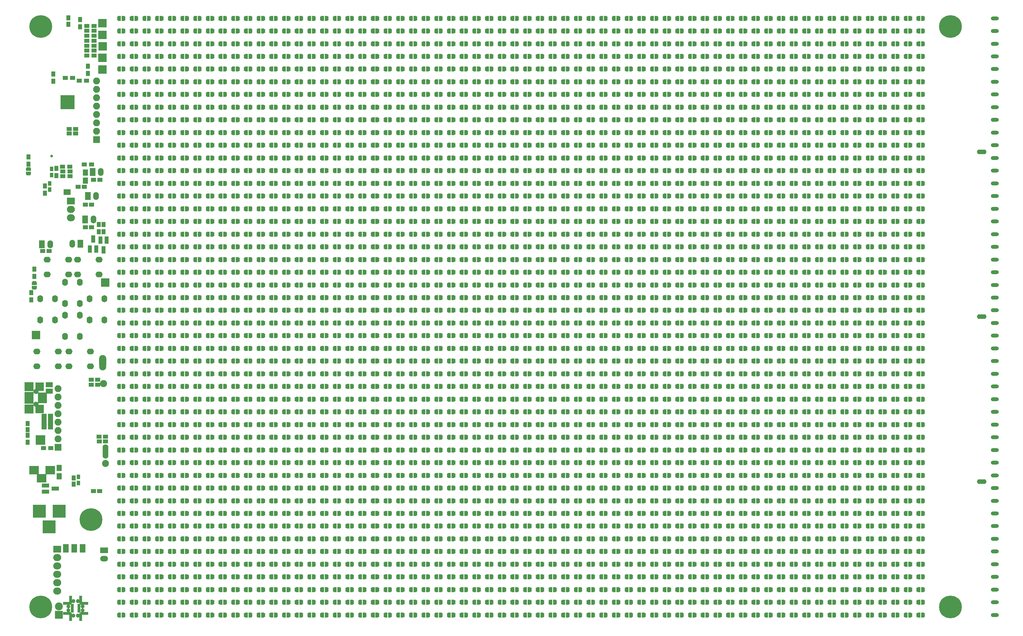
<source format=gbs>
G04 #@! TF.GenerationSoftware,KiCad,Pcbnew,no-vcs-found-1e87ae6~58~ubuntu14.04.1*
G04 #@! TF.CreationDate,2017-07-03T13:26:03+09:00*
G04 #@! TF.ProjectId,dotmatrix_64x48,646F746D61747269785F36347834382E,rev?*
G04 #@! TF.SameCoordinates,Original
G04 #@! TF.FileFunction,Soldermask,Bot*
G04 #@! TF.FilePolarity,Negative*
%FSLAX46Y46*%
G04 Gerber Fmt 4.6, Leading zero omitted, Abs format (unit mm)*
G04 Created by KiCad (PCBNEW no-vcs-found-1e87ae6~58~ubuntu14.04.1) date Mon Jul  3 13:26:03 2017*
%MOMM*%
%LPD*%
G01*
G04 APERTURE LIST*
%ADD10C,0.100000*%
%ADD11C,6.900000*%
%ADD12C,1.400000*%
%ADD13C,0.800000*%
%ADD14O,2.900000X1.400000*%
%ADD15R,1.300000X1.600000*%
%ADD16R,2.800000X3.600000*%
%ADD17R,2.600000X2.600000*%
%ADD18R,2.800000X2.800000*%
%ADD19C,1.600000*%
%ADD20R,2.800000X0.800000*%
%ADD21R,2.100000X2.100000*%
%ADD22O,2.100000X2.100000*%
%ADD23O,2.400000X1.200000*%
%ADD24R,1.150000X1.600000*%
%ADD25R,1.600000X1.150000*%
%ADD26R,2.900000X2.900000*%
%ADD27O,2.152400X4.152400*%
%ADD28O,2.152400X2.152400*%
%ADD29C,2.152400*%
%ADD30O,1.752400X2.152400*%
%ADD31O,2.052400X2.152400*%
%ADD32O,1.752400X3.152400*%
%ADD33R,1.100000X1.400000*%
%ADD34R,1.650000X1.900000*%
%ADD35R,2.300000X1.200000*%
%ADD36R,2.635200X2.635200*%
%ADD37R,1.600000X1.300000*%
%ADD38R,1.200000X1.100000*%
%ADD39R,1.500000X0.900000*%
%ADD40O,2.152400X1.752400*%
%ADD41R,1.100000X1.200000*%
%ADD42R,0.900000X1.500000*%
%ADD43R,2.900000X2.600000*%
%ADD44O,2.400000X1.700000*%
%ADD45R,2.400000X1.700000*%
%ADD46R,3.900120X3.900120*%
%ADD47R,2.432000X2.127200*%
%ADD48O,2.432000X2.127200*%
%ADD49R,1.200100X2.200860*%
%ADD50O,1.700000X2.400000*%
%ADD51R,1.700000X2.400000*%
%ADD52R,1.500000X0.700000*%
%ADD53R,1.000000X0.700000*%
%ADD54R,0.800000X1.700000*%
%ADD55R,0.900000X1.300000*%
%ADD56C,2.400000*%
%ADD57R,2.400000X2.400000*%
%ADD58R,0.900000X0.750000*%
%ADD59C,1.200000*%
%ADD60R,0.900000X2.400000*%
%ADD61R,2.400000X0.900000*%
%ADD62R,1.676400X2.652400*%
%ADD63R,4.200000X4.300000*%
G04 APERTURE END LIST*
D10*
D11*
X17000000Y-193000000D03*
D12*
X17000000Y-190500000D03*
X17000000Y-195500000D03*
X19500000Y-193000000D03*
X14500000Y-193000000D03*
X290500000Y-193000000D03*
X295500000Y-193000000D03*
X293000000Y-195500000D03*
X293000000Y-190500000D03*
D11*
X293000000Y-193000000D03*
X293000000Y-17000000D03*
D12*
X293000000Y-14500000D03*
X293000000Y-19500000D03*
X295500000Y-17000000D03*
X290500000Y-17000000D03*
D13*
X20325000Y-56250000D03*
D14*
X302500000Y-155000000D03*
X302500000Y-55000000D03*
X302500000Y-105000000D03*
D15*
X14100000Y-97700000D03*
X14100000Y-99900000D03*
X13050000Y-140900000D03*
X13050000Y-143100000D03*
D16*
X13500000Y-129600000D03*
D17*
X16650000Y-133000000D03*
X16650000Y-126200000D03*
D18*
X13450000Y-133000000D03*
X13450000Y-126200000D03*
D19*
X15600000Y-131550000D03*
X15600000Y-127650000D03*
D20*
X17500000Y-130900000D03*
X17500000Y-130250000D03*
X17500000Y-129600000D03*
X17500000Y-128950000D03*
X17500000Y-128300000D03*
D21*
X33980000Y-51240000D03*
D22*
X33980000Y-48700000D03*
X33980000Y-46160000D03*
X33980000Y-43620000D03*
X33980000Y-41080000D03*
X33980000Y-38540000D03*
X33980000Y-36000000D03*
X33980000Y-33460000D03*
X22300000Y-126820000D03*
X22300000Y-129360000D03*
X22300000Y-131900000D03*
X22300000Y-134440000D03*
X22300000Y-136980000D03*
X22300000Y-139520000D03*
X22300000Y-142060000D03*
D21*
X22300000Y-144600000D03*
D23*
X306500000Y-195450000D03*
X306500000Y-191600000D03*
X306500000Y-187750000D03*
X306500000Y-183900000D03*
X306500000Y-180050000D03*
X306500000Y-176200000D03*
X306500000Y-172350000D03*
X306500000Y-168500000D03*
X306500000Y-164650000D03*
X306500000Y-160800000D03*
X306500000Y-156950000D03*
X306500000Y-153100000D03*
X306500000Y-149250000D03*
X306500000Y-145400000D03*
X306500000Y-141550000D03*
X306500000Y-137700000D03*
X306500000Y-133850000D03*
X306500000Y-130000000D03*
X306500000Y-126150000D03*
X306500000Y-122300000D03*
X306500000Y-118450000D03*
X306500000Y-114600000D03*
X306500000Y-110750000D03*
X306500000Y-106900000D03*
X306500000Y-103050000D03*
X306500000Y-99200000D03*
X306500000Y-95350000D03*
X306500000Y-91500000D03*
X306500000Y-87650000D03*
X306500000Y-83800000D03*
X306500000Y-79950000D03*
X306500000Y-76100000D03*
X306500000Y-72250000D03*
X306500000Y-68400000D03*
X306500000Y-64550000D03*
X306500000Y-60700000D03*
X306500000Y-56850000D03*
X306500000Y-53000000D03*
X306500000Y-49150000D03*
X306500000Y-45300000D03*
X306500000Y-41450000D03*
X306500000Y-37600000D03*
X306500000Y-33750000D03*
X306500000Y-29900000D03*
X306500000Y-26050000D03*
X306500000Y-22200000D03*
X306500000Y-18350000D03*
X306500000Y-14500000D03*
D24*
X20087790Y-127526770D03*
X20087790Y-125626770D03*
X13000000Y-139250000D03*
X13000000Y-137350000D03*
D25*
X19950000Y-138600000D03*
X18050000Y-138600000D03*
D26*
X16910000Y-142370000D03*
D27*
X35775000Y-118685000D03*
D28*
X36100000Y-125300000D03*
D29*
X35800000Y-120220000D03*
D30*
X36700000Y-146960000D03*
D31*
X36700000Y-149500000D03*
D32*
X36700000Y-145220000D03*
D33*
X28460000Y-155390000D03*
X28460000Y-153590000D03*
X19700000Y-66400000D03*
X19700000Y-64600000D03*
D34*
X22600000Y-153350000D03*
X22600000Y-150850000D03*
D35*
X21450000Y-157100000D03*
X18450000Y-156150000D03*
X18450000Y-158050000D03*
D33*
X20350000Y-62000000D03*
X20350000Y-60200000D03*
D36*
X35800000Y-23000000D03*
D37*
X25850000Y-59500000D03*
X23650000Y-59500000D03*
X25890000Y-62330000D03*
X23690000Y-62330000D03*
X20100000Y-144800000D03*
X17900000Y-144800000D03*
D24*
X19137790Y-127526770D03*
X19137790Y-125626770D03*
D25*
X19950000Y-136200000D03*
X18050000Y-136200000D03*
X19950000Y-135000000D03*
X18050000Y-135000000D03*
D38*
X15100000Y-96250000D03*
D39*
X15100000Y-96050000D03*
X15100000Y-94950000D03*
D38*
X15100000Y-94750000D03*
D40*
X25500000Y-87700000D03*
X25500000Y-92200000D03*
X19000000Y-92200000D03*
X19000000Y-87700000D03*
X15850000Y-115500000D03*
X15850000Y-120000000D03*
X22350000Y-120000000D03*
X22350000Y-115500000D03*
D30*
X21350000Y-99500000D03*
X16850000Y-99500000D03*
X16850000Y-106000000D03*
X21350000Y-106000000D03*
X28851641Y-104509083D03*
X24351641Y-104509083D03*
X24351641Y-111009083D03*
X28851641Y-111009083D03*
X28851641Y-94509083D03*
X24351641Y-94509083D03*
X24351641Y-101009083D03*
X28851641Y-101009083D03*
X36350000Y-99500000D03*
X31850000Y-99500000D03*
X31850000Y-106000000D03*
X36350000Y-106000000D03*
D40*
X34700000Y-87700000D03*
X34700000Y-92200000D03*
X28200000Y-92200000D03*
X28200000Y-87700000D03*
X32110000Y-120020000D03*
X32110000Y-115520000D03*
X25610000Y-115520000D03*
X25610000Y-120020000D03*
D25*
X34900000Y-157850000D03*
X33000000Y-157850000D03*
D38*
X13300000Y-60150000D03*
D39*
X13300000Y-60350000D03*
X13300000Y-61450000D03*
D38*
X13300000Y-61650000D03*
D41*
X40700000Y-195450000D03*
D42*
X40900000Y-195450000D03*
X42000000Y-195450000D03*
D41*
X42200000Y-195450000D03*
X44550000Y-195450000D03*
D42*
X44750000Y-195450000D03*
X45850000Y-195450000D03*
D41*
X46050000Y-195450000D03*
X48400000Y-195450000D03*
D42*
X48600000Y-195450000D03*
X49700000Y-195450000D03*
D41*
X49900000Y-195450000D03*
X52250000Y-195450000D03*
D42*
X52450000Y-195450000D03*
X53550000Y-195450000D03*
D41*
X53750000Y-195450000D03*
X56100000Y-195450000D03*
D42*
X56300000Y-195450000D03*
X57400000Y-195450000D03*
D41*
X57600000Y-195450000D03*
X59950000Y-195450000D03*
D42*
X60150000Y-195450000D03*
X61250000Y-195450000D03*
D41*
X61450000Y-195450000D03*
X63800000Y-195450000D03*
D42*
X64000000Y-195450000D03*
X65100000Y-195450000D03*
D41*
X65300000Y-195450000D03*
X67650000Y-195450000D03*
D42*
X67850000Y-195450000D03*
X68950000Y-195450000D03*
D41*
X69150000Y-195450000D03*
X71500000Y-195450000D03*
D42*
X71700000Y-195450000D03*
X72800000Y-195450000D03*
D41*
X73000000Y-195450000D03*
X75350000Y-195450000D03*
D42*
X75550000Y-195450000D03*
X76650000Y-195450000D03*
D41*
X76850000Y-195450000D03*
X79200000Y-195450000D03*
D42*
X79400000Y-195450000D03*
X80500000Y-195450000D03*
D41*
X80700000Y-195450000D03*
X83050000Y-195450000D03*
D42*
X83250000Y-195450000D03*
X84350000Y-195450000D03*
D41*
X84550000Y-195450000D03*
X86900000Y-195450000D03*
D42*
X87100000Y-195450000D03*
X88200000Y-195450000D03*
D41*
X88400000Y-195450000D03*
X90750000Y-195450000D03*
D42*
X90950000Y-195450000D03*
X92050000Y-195450000D03*
D41*
X92250000Y-195450000D03*
X94600000Y-195450000D03*
D42*
X94800000Y-195450000D03*
X95900000Y-195450000D03*
D41*
X96100000Y-195450000D03*
X98450000Y-195450000D03*
D42*
X98650000Y-195450000D03*
X99750000Y-195450000D03*
D41*
X99950000Y-195450000D03*
X102300000Y-195450000D03*
D42*
X102500000Y-195450000D03*
X103600000Y-195450000D03*
D41*
X103800000Y-195450000D03*
X106150000Y-195450000D03*
D42*
X106350000Y-195450000D03*
X107450000Y-195450000D03*
D41*
X107650000Y-195450000D03*
X110000000Y-195450000D03*
D42*
X110200000Y-195450000D03*
X111300000Y-195450000D03*
D41*
X111500000Y-195450000D03*
X113850000Y-195450000D03*
D42*
X114050000Y-195450000D03*
X115150000Y-195450000D03*
D41*
X115350000Y-195450000D03*
X117700000Y-195450000D03*
D42*
X117900000Y-195450000D03*
X119000000Y-195450000D03*
D41*
X119200000Y-195450000D03*
X121550000Y-195450000D03*
D42*
X121750000Y-195450000D03*
X122850000Y-195450000D03*
D41*
X123050000Y-195450000D03*
X125400000Y-195450000D03*
D42*
X125600000Y-195450000D03*
X126700000Y-195450000D03*
D41*
X126900000Y-195450000D03*
X129250000Y-195450000D03*
D42*
X129450000Y-195450000D03*
X130550000Y-195450000D03*
D41*
X130750000Y-195450000D03*
X133100000Y-195450000D03*
D42*
X133300000Y-195450000D03*
X134400000Y-195450000D03*
D41*
X134600000Y-195450000D03*
X136950000Y-195450000D03*
D42*
X137150000Y-195450000D03*
X138250000Y-195450000D03*
D41*
X138450000Y-195450000D03*
X140800000Y-195450000D03*
D42*
X141000000Y-195450000D03*
X142100000Y-195450000D03*
D41*
X142300000Y-195450000D03*
X144650000Y-195450000D03*
D42*
X144850000Y-195450000D03*
X145950000Y-195450000D03*
D41*
X146150000Y-195450000D03*
X148500000Y-195450000D03*
D42*
X148700000Y-195450000D03*
X149800000Y-195450000D03*
D41*
X150000000Y-195450000D03*
X152350000Y-195450000D03*
D42*
X152550000Y-195450000D03*
X153650000Y-195450000D03*
D41*
X153850000Y-195450000D03*
X156200000Y-195450000D03*
D42*
X156400000Y-195450000D03*
X157500000Y-195450000D03*
D41*
X157700000Y-195450000D03*
X160050000Y-195450000D03*
D42*
X160250000Y-195450000D03*
X161350000Y-195450000D03*
D41*
X161550000Y-195450000D03*
X163900000Y-195450000D03*
D42*
X164100000Y-195450000D03*
X165200000Y-195450000D03*
D41*
X165400000Y-195450000D03*
X167750000Y-195450000D03*
D42*
X167950000Y-195450000D03*
X169050000Y-195450000D03*
D41*
X169250000Y-195450000D03*
X171600000Y-195450000D03*
D42*
X171800000Y-195450000D03*
X172900000Y-195450000D03*
D41*
X173100000Y-195450000D03*
X175450000Y-195450000D03*
D42*
X175650000Y-195450000D03*
X176750000Y-195450000D03*
D41*
X176950000Y-195450000D03*
X179300000Y-195450000D03*
D42*
X179500000Y-195450000D03*
X180600000Y-195450000D03*
D41*
X180800000Y-195450000D03*
X183150000Y-195450000D03*
D42*
X183350000Y-195450000D03*
X184450000Y-195450000D03*
D41*
X184650000Y-195450000D03*
X187000000Y-195450000D03*
D42*
X187200000Y-195450000D03*
X188300000Y-195450000D03*
D41*
X188500000Y-195450000D03*
X190850000Y-195450000D03*
D42*
X191050000Y-195450000D03*
X192150000Y-195450000D03*
D41*
X192350000Y-195450000D03*
X194700000Y-195450000D03*
D42*
X194900000Y-195450000D03*
X196000000Y-195450000D03*
D41*
X196200000Y-195450000D03*
X198550000Y-195450000D03*
D42*
X198750000Y-195450000D03*
X199850000Y-195450000D03*
D41*
X200050000Y-195450000D03*
X202400000Y-195450000D03*
D42*
X202600000Y-195450000D03*
X203700000Y-195450000D03*
D41*
X203900000Y-195450000D03*
X206250000Y-195450000D03*
D42*
X206450000Y-195450000D03*
X207550000Y-195450000D03*
D41*
X207750000Y-195450000D03*
X210100000Y-195450000D03*
D42*
X210300000Y-195450000D03*
X211400000Y-195450000D03*
D41*
X211600000Y-195450000D03*
X213950000Y-195450000D03*
D42*
X214150000Y-195450000D03*
X215250000Y-195450000D03*
D41*
X215450000Y-195450000D03*
X217800000Y-195450000D03*
D42*
X218000000Y-195450000D03*
X219100000Y-195450000D03*
D41*
X219300000Y-195450000D03*
X221650000Y-195450000D03*
D42*
X221850000Y-195450000D03*
X222950000Y-195450000D03*
D41*
X223150000Y-195450000D03*
X225500000Y-195450000D03*
D42*
X225700000Y-195450000D03*
X226800000Y-195450000D03*
D41*
X227000000Y-195450000D03*
X229350000Y-195450000D03*
D42*
X229550000Y-195450000D03*
X230650000Y-195450000D03*
D41*
X230850000Y-195450000D03*
X233200000Y-195450000D03*
D42*
X233400000Y-195450000D03*
X234500000Y-195450000D03*
D41*
X234700000Y-195450000D03*
X237050000Y-195450000D03*
D42*
X237250000Y-195450000D03*
X238350000Y-195450000D03*
D41*
X238550000Y-195450000D03*
X240900000Y-195450000D03*
D42*
X241100000Y-195450000D03*
X242200000Y-195450000D03*
D41*
X242400000Y-195450000D03*
X244750000Y-195450000D03*
D42*
X244950000Y-195450000D03*
X246050000Y-195450000D03*
D41*
X246250000Y-195450000D03*
X248600000Y-195450000D03*
D42*
X248800000Y-195450000D03*
X249900000Y-195450000D03*
D41*
X250100000Y-195450000D03*
X252450000Y-195450000D03*
D42*
X252650000Y-195450000D03*
X253750000Y-195450000D03*
D41*
X253950000Y-195450000D03*
X256300000Y-195450000D03*
D42*
X256500000Y-195450000D03*
X257600000Y-195450000D03*
D41*
X257800000Y-195450000D03*
X260150000Y-195450000D03*
D42*
X260350000Y-195450000D03*
X261450000Y-195450000D03*
D41*
X261650000Y-195450000D03*
X264000000Y-195450000D03*
D42*
X264200000Y-195450000D03*
X265300000Y-195450000D03*
D41*
X265500000Y-195450000D03*
X267850000Y-195450000D03*
D42*
X268050000Y-195450000D03*
X269150000Y-195450000D03*
D41*
X269350000Y-195450000D03*
X271700000Y-195450000D03*
D42*
X271900000Y-195450000D03*
X273000000Y-195450000D03*
D41*
X273200000Y-195450000D03*
X275550000Y-195450000D03*
D42*
X275750000Y-195450000D03*
X276850000Y-195450000D03*
D41*
X277050000Y-195450000D03*
X279400000Y-195450000D03*
D42*
X279600000Y-195450000D03*
X280700000Y-195450000D03*
D41*
X280900000Y-195450000D03*
X283250000Y-195450000D03*
D42*
X283450000Y-195450000D03*
X284550000Y-195450000D03*
D41*
X284750000Y-195450000D03*
X40700000Y-191600000D03*
D42*
X40900000Y-191600000D03*
X42000000Y-191600000D03*
D41*
X42200000Y-191600000D03*
X44550000Y-191600000D03*
D42*
X44750000Y-191600000D03*
X45850000Y-191600000D03*
D41*
X46050000Y-191600000D03*
X48400000Y-191600000D03*
D42*
X48600000Y-191600000D03*
X49700000Y-191600000D03*
D41*
X49900000Y-191600000D03*
X52250000Y-191600000D03*
D42*
X52450000Y-191600000D03*
X53550000Y-191600000D03*
D41*
X53750000Y-191600000D03*
X56100000Y-191600000D03*
D42*
X56300000Y-191600000D03*
X57400000Y-191600000D03*
D41*
X57600000Y-191600000D03*
X59950000Y-191600000D03*
D42*
X60150000Y-191600000D03*
X61250000Y-191600000D03*
D41*
X61450000Y-191600000D03*
X63800000Y-191600000D03*
D42*
X64000000Y-191600000D03*
X65100000Y-191600000D03*
D41*
X65300000Y-191600000D03*
X67650000Y-191600000D03*
D42*
X67850000Y-191600000D03*
X68950000Y-191600000D03*
D41*
X69150000Y-191600000D03*
X71500000Y-191600000D03*
D42*
X71700000Y-191600000D03*
X72800000Y-191600000D03*
D41*
X73000000Y-191600000D03*
X75350000Y-191600000D03*
D42*
X75550000Y-191600000D03*
X76650000Y-191600000D03*
D41*
X76850000Y-191600000D03*
X79200000Y-191600000D03*
D42*
X79400000Y-191600000D03*
X80500000Y-191600000D03*
D41*
X80700000Y-191600000D03*
X83050000Y-191600000D03*
D42*
X83250000Y-191600000D03*
X84350000Y-191600000D03*
D41*
X84550000Y-191600000D03*
X86900000Y-191600000D03*
D42*
X87100000Y-191600000D03*
X88200000Y-191600000D03*
D41*
X88400000Y-191600000D03*
X90750000Y-191600000D03*
D42*
X90950000Y-191600000D03*
X92050000Y-191600000D03*
D41*
X92250000Y-191600000D03*
X94600000Y-191600000D03*
D42*
X94800000Y-191600000D03*
X95900000Y-191600000D03*
D41*
X96100000Y-191600000D03*
X98450000Y-191600000D03*
D42*
X98650000Y-191600000D03*
X99750000Y-191600000D03*
D41*
X99950000Y-191600000D03*
X102300000Y-191600000D03*
D42*
X102500000Y-191600000D03*
X103600000Y-191600000D03*
D41*
X103800000Y-191600000D03*
X106150000Y-191600000D03*
D42*
X106350000Y-191600000D03*
X107450000Y-191600000D03*
D41*
X107650000Y-191600000D03*
X110000000Y-191600000D03*
D42*
X110200000Y-191600000D03*
X111300000Y-191600000D03*
D41*
X111500000Y-191600000D03*
X113850000Y-191600000D03*
D42*
X114050000Y-191600000D03*
X115150000Y-191600000D03*
D41*
X115350000Y-191600000D03*
X117700000Y-191600000D03*
D42*
X117900000Y-191600000D03*
X119000000Y-191600000D03*
D41*
X119200000Y-191600000D03*
X121550000Y-191600000D03*
D42*
X121750000Y-191600000D03*
X122850000Y-191600000D03*
D41*
X123050000Y-191600000D03*
X125400000Y-191600000D03*
D42*
X125600000Y-191600000D03*
X126700000Y-191600000D03*
D41*
X126900000Y-191600000D03*
X129250000Y-191600000D03*
D42*
X129450000Y-191600000D03*
X130550000Y-191600000D03*
D41*
X130750000Y-191600000D03*
X133100000Y-191600000D03*
D42*
X133300000Y-191600000D03*
X134400000Y-191600000D03*
D41*
X134600000Y-191600000D03*
X136950000Y-191600000D03*
D42*
X137150000Y-191600000D03*
X138250000Y-191600000D03*
D41*
X138450000Y-191600000D03*
X140800000Y-191600000D03*
D42*
X141000000Y-191600000D03*
X142100000Y-191600000D03*
D41*
X142300000Y-191600000D03*
X144650000Y-191600000D03*
D42*
X144850000Y-191600000D03*
X145950000Y-191600000D03*
D41*
X146150000Y-191600000D03*
X148500000Y-191600000D03*
D42*
X148700000Y-191600000D03*
X149800000Y-191600000D03*
D41*
X150000000Y-191600000D03*
X152350000Y-191600000D03*
D42*
X152550000Y-191600000D03*
X153650000Y-191600000D03*
D41*
X153850000Y-191600000D03*
X156200000Y-191600000D03*
D42*
X156400000Y-191600000D03*
X157500000Y-191600000D03*
D41*
X157700000Y-191600000D03*
X160050000Y-191600000D03*
D42*
X160250000Y-191600000D03*
X161350000Y-191600000D03*
D41*
X161550000Y-191600000D03*
X163900000Y-191600000D03*
D42*
X164100000Y-191600000D03*
X165200000Y-191600000D03*
D41*
X165400000Y-191600000D03*
X167750000Y-191600000D03*
D42*
X167950000Y-191600000D03*
X169050000Y-191600000D03*
D41*
X169250000Y-191600000D03*
X171600000Y-191600000D03*
D42*
X171800000Y-191600000D03*
X172900000Y-191600000D03*
D41*
X173100000Y-191600000D03*
X175450000Y-191600000D03*
D42*
X175650000Y-191600000D03*
X176750000Y-191600000D03*
D41*
X176950000Y-191600000D03*
X179300000Y-191600000D03*
D42*
X179500000Y-191600000D03*
X180600000Y-191600000D03*
D41*
X180800000Y-191600000D03*
X183150000Y-191600000D03*
D42*
X183350000Y-191600000D03*
X184450000Y-191600000D03*
D41*
X184650000Y-191600000D03*
X187000000Y-191600000D03*
D42*
X187200000Y-191600000D03*
X188300000Y-191600000D03*
D41*
X188500000Y-191600000D03*
X190850000Y-191600000D03*
D42*
X191050000Y-191600000D03*
X192150000Y-191600000D03*
D41*
X192350000Y-191600000D03*
X194700000Y-191600000D03*
D42*
X194900000Y-191600000D03*
X196000000Y-191600000D03*
D41*
X196200000Y-191600000D03*
X198550000Y-191600000D03*
D42*
X198750000Y-191600000D03*
X199850000Y-191600000D03*
D41*
X200050000Y-191600000D03*
X202400000Y-191600000D03*
D42*
X202600000Y-191600000D03*
X203700000Y-191600000D03*
D41*
X203900000Y-191600000D03*
X206250000Y-191600000D03*
D42*
X206450000Y-191600000D03*
X207550000Y-191600000D03*
D41*
X207750000Y-191600000D03*
X210100000Y-191600000D03*
D42*
X210300000Y-191600000D03*
X211400000Y-191600000D03*
D41*
X211600000Y-191600000D03*
X213950000Y-191600000D03*
D42*
X214150000Y-191600000D03*
X215250000Y-191600000D03*
D41*
X215450000Y-191600000D03*
X217800000Y-191600000D03*
D42*
X218000000Y-191600000D03*
X219100000Y-191600000D03*
D41*
X219300000Y-191600000D03*
X221650000Y-191600000D03*
D42*
X221850000Y-191600000D03*
X222950000Y-191600000D03*
D41*
X223150000Y-191600000D03*
X225500000Y-191600000D03*
D42*
X225700000Y-191600000D03*
X226800000Y-191600000D03*
D41*
X227000000Y-191600000D03*
X229350000Y-191600000D03*
D42*
X229550000Y-191600000D03*
X230650000Y-191600000D03*
D41*
X230850000Y-191600000D03*
X233200000Y-191600000D03*
D42*
X233400000Y-191600000D03*
X234500000Y-191600000D03*
D41*
X234700000Y-191600000D03*
X237050000Y-191600000D03*
D42*
X237250000Y-191600000D03*
X238350000Y-191600000D03*
D41*
X238550000Y-191600000D03*
X240900000Y-191600000D03*
D42*
X241100000Y-191600000D03*
X242200000Y-191600000D03*
D41*
X242400000Y-191600000D03*
X244750000Y-191600000D03*
D42*
X244950000Y-191600000D03*
X246050000Y-191600000D03*
D41*
X246250000Y-191600000D03*
X248600000Y-191600000D03*
D42*
X248800000Y-191600000D03*
X249900000Y-191600000D03*
D41*
X250100000Y-191600000D03*
X252450000Y-191600000D03*
D42*
X252650000Y-191600000D03*
X253750000Y-191600000D03*
D41*
X253950000Y-191600000D03*
X256300000Y-191600000D03*
D42*
X256500000Y-191600000D03*
X257600000Y-191600000D03*
D41*
X257800000Y-191600000D03*
X260150000Y-191600000D03*
D42*
X260350000Y-191600000D03*
X261450000Y-191600000D03*
D41*
X261650000Y-191600000D03*
X264000000Y-191600000D03*
D42*
X264200000Y-191600000D03*
X265300000Y-191600000D03*
D41*
X265500000Y-191600000D03*
X267850000Y-191600000D03*
D42*
X268050000Y-191600000D03*
X269150000Y-191600000D03*
D41*
X269350000Y-191600000D03*
X271700000Y-191600000D03*
D42*
X271900000Y-191600000D03*
X273000000Y-191600000D03*
D41*
X273200000Y-191600000D03*
X275550000Y-191600000D03*
D42*
X275750000Y-191600000D03*
X276850000Y-191600000D03*
D41*
X277050000Y-191600000D03*
X279400000Y-191600000D03*
D42*
X279600000Y-191600000D03*
X280700000Y-191600000D03*
D41*
X280900000Y-191600000D03*
X283250000Y-191600000D03*
D42*
X283450000Y-191600000D03*
X284550000Y-191600000D03*
D41*
X284750000Y-191600000D03*
X40700000Y-187750000D03*
D42*
X40900000Y-187750000D03*
X42000000Y-187750000D03*
D41*
X42200000Y-187750000D03*
X44550000Y-187750000D03*
D42*
X44750000Y-187750000D03*
X45850000Y-187750000D03*
D41*
X46050000Y-187750000D03*
X48400000Y-187750000D03*
D42*
X48600000Y-187750000D03*
X49700000Y-187750000D03*
D41*
X49900000Y-187750000D03*
X52250000Y-187750000D03*
D42*
X52450000Y-187750000D03*
X53550000Y-187750000D03*
D41*
X53750000Y-187750000D03*
X56100000Y-187750000D03*
D42*
X56300000Y-187750000D03*
X57400000Y-187750000D03*
D41*
X57600000Y-187750000D03*
X59950000Y-187750000D03*
D42*
X60150000Y-187750000D03*
X61250000Y-187750000D03*
D41*
X61450000Y-187750000D03*
X63800000Y-187750000D03*
D42*
X64000000Y-187750000D03*
X65100000Y-187750000D03*
D41*
X65300000Y-187750000D03*
X67650000Y-187750000D03*
D42*
X67850000Y-187750000D03*
X68950000Y-187750000D03*
D41*
X69150000Y-187750000D03*
X71500000Y-187750000D03*
D42*
X71700000Y-187750000D03*
X72800000Y-187750000D03*
D41*
X73000000Y-187750000D03*
X75350000Y-187750000D03*
D42*
X75550000Y-187750000D03*
X76650000Y-187750000D03*
D41*
X76850000Y-187750000D03*
X79200000Y-187750000D03*
D42*
X79400000Y-187750000D03*
X80500000Y-187750000D03*
D41*
X80700000Y-187750000D03*
X83050000Y-187750000D03*
D42*
X83250000Y-187750000D03*
X84350000Y-187750000D03*
D41*
X84550000Y-187750000D03*
X86900000Y-187750000D03*
D42*
X87100000Y-187750000D03*
X88200000Y-187750000D03*
D41*
X88400000Y-187750000D03*
X90750000Y-187750000D03*
D42*
X90950000Y-187750000D03*
X92050000Y-187750000D03*
D41*
X92250000Y-187750000D03*
X94600000Y-187750000D03*
D42*
X94800000Y-187750000D03*
X95900000Y-187750000D03*
D41*
X96100000Y-187750000D03*
X98450000Y-187750000D03*
D42*
X98650000Y-187750000D03*
X99750000Y-187750000D03*
D41*
X99950000Y-187750000D03*
X102300000Y-187750000D03*
D42*
X102500000Y-187750000D03*
X103600000Y-187750000D03*
D41*
X103800000Y-187750000D03*
X106150000Y-187750000D03*
D42*
X106350000Y-187750000D03*
X107450000Y-187750000D03*
D41*
X107650000Y-187750000D03*
X110000000Y-187750000D03*
D42*
X110200000Y-187750000D03*
X111300000Y-187750000D03*
D41*
X111500000Y-187750000D03*
X113850000Y-187750000D03*
D42*
X114050000Y-187750000D03*
X115150000Y-187750000D03*
D41*
X115350000Y-187750000D03*
X117700000Y-187750000D03*
D42*
X117900000Y-187750000D03*
X119000000Y-187750000D03*
D41*
X119200000Y-187750000D03*
X121550000Y-187750000D03*
D42*
X121750000Y-187750000D03*
X122850000Y-187750000D03*
D41*
X123050000Y-187750000D03*
X125400000Y-187750000D03*
D42*
X125600000Y-187750000D03*
X126700000Y-187750000D03*
D41*
X126900000Y-187750000D03*
X129250000Y-187750000D03*
D42*
X129450000Y-187750000D03*
X130550000Y-187750000D03*
D41*
X130750000Y-187750000D03*
X133100000Y-187750000D03*
D42*
X133300000Y-187750000D03*
X134400000Y-187750000D03*
D41*
X134600000Y-187750000D03*
X136950000Y-187750000D03*
D42*
X137150000Y-187750000D03*
X138250000Y-187750000D03*
D41*
X138450000Y-187750000D03*
X140800000Y-187750000D03*
D42*
X141000000Y-187750000D03*
X142100000Y-187750000D03*
D41*
X142300000Y-187750000D03*
X144650000Y-187750000D03*
D42*
X144850000Y-187750000D03*
X145950000Y-187750000D03*
D41*
X146150000Y-187750000D03*
X148500000Y-187750000D03*
D42*
X148700000Y-187750000D03*
X149800000Y-187750000D03*
D41*
X150000000Y-187750000D03*
X152350000Y-187750000D03*
D42*
X152550000Y-187750000D03*
X153650000Y-187750000D03*
D41*
X153850000Y-187750000D03*
X156200000Y-187750000D03*
D42*
X156400000Y-187750000D03*
X157500000Y-187750000D03*
D41*
X157700000Y-187750000D03*
X160050000Y-187750000D03*
D42*
X160250000Y-187750000D03*
X161350000Y-187750000D03*
D41*
X161550000Y-187750000D03*
X163900000Y-187750000D03*
D42*
X164100000Y-187750000D03*
X165200000Y-187750000D03*
D41*
X165400000Y-187750000D03*
X167750000Y-187750000D03*
D42*
X167950000Y-187750000D03*
X169050000Y-187750000D03*
D41*
X169250000Y-187750000D03*
X171600000Y-187750000D03*
D42*
X171800000Y-187750000D03*
X172900000Y-187750000D03*
D41*
X173100000Y-187750000D03*
X175450000Y-187750000D03*
D42*
X175650000Y-187750000D03*
X176750000Y-187750000D03*
D41*
X176950000Y-187750000D03*
X179300000Y-187750000D03*
D42*
X179500000Y-187750000D03*
X180600000Y-187750000D03*
D41*
X180800000Y-187750000D03*
X183150000Y-187750000D03*
D42*
X183350000Y-187750000D03*
X184450000Y-187750000D03*
D41*
X184650000Y-187750000D03*
X187000000Y-187750000D03*
D42*
X187200000Y-187750000D03*
X188300000Y-187750000D03*
D41*
X188500000Y-187750000D03*
X190850000Y-187750000D03*
D42*
X191050000Y-187750000D03*
X192150000Y-187750000D03*
D41*
X192350000Y-187750000D03*
X194700000Y-187750000D03*
D42*
X194900000Y-187750000D03*
X196000000Y-187750000D03*
D41*
X196200000Y-187750000D03*
X198550000Y-187750000D03*
D42*
X198750000Y-187750000D03*
X199850000Y-187750000D03*
D41*
X200050000Y-187750000D03*
X202400000Y-187750000D03*
D42*
X202600000Y-187750000D03*
X203700000Y-187750000D03*
D41*
X203900000Y-187750000D03*
X206250000Y-187750000D03*
D42*
X206450000Y-187750000D03*
X207550000Y-187750000D03*
D41*
X207750000Y-187750000D03*
X210100000Y-187750000D03*
D42*
X210300000Y-187750000D03*
X211400000Y-187750000D03*
D41*
X211600000Y-187750000D03*
X213950000Y-187750000D03*
D42*
X214150000Y-187750000D03*
X215250000Y-187750000D03*
D41*
X215450000Y-187750000D03*
X217800000Y-187750000D03*
D42*
X218000000Y-187750000D03*
X219100000Y-187750000D03*
D41*
X219300000Y-187750000D03*
X221650000Y-187750000D03*
D42*
X221850000Y-187750000D03*
X222950000Y-187750000D03*
D41*
X223150000Y-187750000D03*
X225500000Y-187750000D03*
D42*
X225700000Y-187750000D03*
X226800000Y-187750000D03*
D41*
X227000000Y-187750000D03*
X229350000Y-187750000D03*
D42*
X229550000Y-187750000D03*
X230650000Y-187750000D03*
D41*
X230850000Y-187750000D03*
X233200000Y-187750000D03*
D42*
X233400000Y-187750000D03*
X234500000Y-187750000D03*
D41*
X234700000Y-187750000D03*
X237050000Y-187750000D03*
D42*
X237250000Y-187750000D03*
X238350000Y-187750000D03*
D41*
X238550000Y-187750000D03*
X240900000Y-187750000D03*
D42*
X241100000Y-187750000D03*
X242200000Y-187750000D03*
D41*
X242400000Y-187750000D03*
X244750000Y-187750000D03*
D42*
X244950000Y-187750000D03*
X246050000Y-187750000D03*
D41*
X246250000Y-187750000D03*
X248600000Y-187750000D03*
D42*
X248800000Y-187750000D03*
X249900000Y-187750000D03*
D41*
X250100000Y-187750000D03*
X252450000Y-187750000D03*
D42*
X252650000Y-187750000D03*
X253750000Y-187750000D03*
D41*
X253950000Y-187750000D03*
X256300000Y-187750000D03*
D42*
X256500000Y-187750000D03*
X257600000Y-187750000D03*
D41*
X257800000Y-187750000D03*
X260150000Y-187750000D03*
D42*
X260350000Y-187750000D03*
X261450000Y-187750000D03*
D41*
X261650000Y-187750000D03*
X264000000Y-187750000D03*
D42*
X264200000Y-187750000D03*
X265300000Y-187750000D03*
D41*
X265500000Y-187750000D03*
X267850000Y-187750000D03*
D42*
X268050000Y-187750000D03*
X269150000Y-187750000D03*
D41*
X269350000Y-187750000D03*
X271700000Y-187750000D03*
D42*
X271900000Y-187750000D03*
X273000000Y-187750000D03*
D41*
X273200000Y-187750000D03*
X275550000Y-187750000D03*
D42*
X275750000Y-187750000D03*
X276850000Y-187750000D03*
D41*
X277050000Y-187750000D03*
X279400000Y-187750000D03*
D42*
X279600000Y-187750000D03*
X280700000Y-187750000D03*
D41*
X280900000Y-187750000D03*
X283250000Y-187750000D03*
D42*
X283450000Y-187750000D03*
X284550000Y-187750000D03*
D41*
X284750000Y-187750000D03*
X40700000Y-183900000D03*
D42*
X40900000Y-183900000D03*
X42000000Y-183900000D03*
D41*
X42200000Y-183900000D03*
X44550000Y-183900000D03*
D42*
X44750000Y-183900000D03*
X45850000Y-183900000D03*
D41*
X46050000Y-183900000D03*
X48400000Y-183900000D03*
D42*
X48600000Y-183900000D03*
X49700000Y-183900000D03*
D41*
X49900000Y-183900000D03*
X52250000Y-183900000D03*
D42*
X52450000Y-183900000D03*
X53550000Y-183900000D03*
D41*
X53750000Y-183900000D03*
X56100000Y-183900000D03*
D42*
X56300000Y-183900000D03*
X57400000Y-183900000D03*
D41*
X57600000Y-183900000D03*
X59950000Y-183900000D03*
D42*
X60150000Y-183900000D03*
X61250000Y-183900000D03*
D41*
X61450000Y-183900000D03*
X63800000Y-183900000D03*
D42*
X64000000Y-183900000D03*
X65100000Y-183900000D03*
D41*
X65300000Y-183900000D03*
X67650000Y-183900000D03*
D42*
X67850000Y-183900000D03*
X68950000Y-183900000D03*
D41*
X69150000Y-183900000D03*
X71500000Y-183900000D03*
D42*
X71700000Y-183900000D03*
X72800000Y-183900000D03*
D41*
X73000000Y-183900000D03*
X75350000Y-183900000D03*
D42*
X75550000Y-183900000D03*
X76650000Y-183900000D03*
D41*
X76850000Y-183900000D03*
X79200000Y-183900000D03*
D42*
X79400000Y-183900000D03*
X80500000Y-183900000D03*
D41*
X80700000Y-183900000D03*
X83050000Y-183900000D03*
D42*
X83250000Y-183900000D03*
X84350000Y-183900000D03*
D41*
X84550000Y-183900000D03*
X86900000Y-183900000D03*
D42*
X87100000Y-183900000D03*
X88200000Y-183900000D03*
D41*
X88400000Y-183900000D03*
X90750000Y-183900000D03*
D42*
X90950000Y-183900000D03*
X92050000Y-183900000D03*
D41*
X92250000Y-183900000D03*
X94600000Y-183900000D03*
D42*
X94800000Y-183900000D03*
X95900000Y-183900000D03*
D41*
X96100000Y-183900000D03*
X98450000Y-183900000D03*
D42*
X98650000Y-183900000D03*
X99750000Y-183900000D03*
D41*
X99950000Y-183900000D03*
X102300000Y-183900000D03*
D42*
X102500000Y-183900000D03*
X103600000Y-183900000D03*
D41*
X103800000Y-183900000D03*
X106150000Y-183900000D03*
D42*
X106350000Y-183900000D03*
X107450000Y-183900000D03*
D41*
X107650000Y-183900000D03*
X110000000Y-183900000D03*
D42*
X110200000Y-183900000D03*
X111300000Y-183900000D03*
D41*
X111500000Y-183900000D03*
X113850000Y-183900000D03*
D42*
X114050000Y-183900000D03*
X115150000Y-183900000D03*
D41*
X115350000Y-183900000D03*
X117700000Y-183900000D03*
D42*
X117900000Y-183900000D03*
X119000000Y-183900000D03*
D41*
X119200000Y-183900000D03*
X121550000Y-183900000D03*
D42*
X121750000Y-183900000D03*
X122850000Y-183900000D03*
D41*
X123050000Y-183900000D03*
X125400000Y-183900000D03*
D42*
X125600000Y-183900000D03*
X126700000Y-183900000D03*
D41*
X126900000Y-183900000D03*
X129250000Y-183900000D03*
D42*
X129450000Y-183900000D03*
X130550000Y-183900000D03*
D41*
X130750000Y-183900000D03*
X133100000Y-183900000D03*
D42*
X133300000Y-183900000D03*
X134400000Y-183900000D03*
D41*
X134600000Y-183900000D03*
X136950000Y-183900000D03*
D42*
X137150000Y-183900000D03*
X138250000Y-183900000D03*
D41*
X138450000Y-183900000D03*
X140800000Y-183900000D03*
D42*
X141000000Y-183900000D03*
X142100000Y-183900000D03*
D41*
X142300000Y-183900000D03*
X144650000Y-183900000D03*
D42*
X144850000Y-183900000D03*
X145950000Y-183900000D03*
D41*
X146150000Y-183900000D03*
X148500000Y-183900000D03*
D42*
X148700000Y-183900000D03*
X149800000Y-183900000D03*
D41*
X150000000Y-183900000D03*
X152350000Y-183900000D03*
D42*
X152550000Y-183900000D03*
X153650000Y-183900000D03*
D41*
X153850000Y-183900000D03*
X156200000Y-183900000D03*
D42*
X156400000Y-183900000D03*
X157500000Y-183900000D03*
D41*
X157700000Y-183900000D03*
X160050000Y-183900000D03*
D42*
X160250000Y-183900000D03*
X161350000Y-183900000D03*
D41*
X161550000Y-183900000D03*
X163900000Y-183900000D03*
D42*
X164100000Y-183900000D03*
X165200000Y-183900000D03*
D41*
X165400000Y-183900000D03*
X167750000Y-183900000D03*
D42*
X167950000Y-183900000D03*
X169050000Y-183900000D03*
D41*
X169250000Y-183900000D03*
X171600000Y-183900000D03*
D42*
X171800000Y-183900000D03*
X172900000Y-183900000D03*
D41*
X173100000Y-183900000D03*
X175450000Y-183900000D03*
D42*
X175650000Y-183900000D03*
X176750000Y-183900000D03*
D41*
X176950000Y-183900000D03*
X179300000Y-183900000D03*
D42*
X179500000Y-183900000D03*
X180600000Y-183900000D03*
D41*
X180800000Y-183900000D03*
X183150000Y-183900000D03*
D42*
X183350000Y-183900000D03*
X184450000Y-183900000D03*
D41*
X184650000Y-183900000D03*
X187000000Y-183900000D03*
D42*
X187200000Y-183900000D03*
X188300000Y-183900000D03*
D41*
X188500000Y-183900000D03*
X190850000Y-183900000D03*
D42*
X191050000Y-183900000D03*
X192150000Y-183900000D03*
D41*
X192350000Y-183900000D03*
X194700000Y-183900000D03*
D42*
X194900000Y-183900000D03*
X196000000Y-183900000D03*
D41*
X196200000Y-183900000D03*
X198550000Y-183900000D03*
D42*
X198750000Y-183900000D03*
X199850000Y-183900000D03*
D41*
X200050000Y-183900000D03*
X202400000Y-183900000D03*
D42*
X202600000Y-183900000D03*
X203700000Y-183900000D03*
D41*
X203900000Y-183900000D03*
X206250000Y-183900000D03*
D42*
X206450000Y-183900000D03*
X207550000Y-183900000D03*
D41*
X207750000Y-183900000D03*
X210100000Y-183900000D03*
D42*
X210300000Y-183900000D03*
X211400000Y-183900000D03*
D41*
X211600000Y-183900000D03*
X213950000Y-183900000D03*
D42*
X214150000Y-183900000D03*
X215250000Y-183900000D03*
D41*
X215450000Y-183900000D03*
X217800000Y-183900000D03*
D42*
X218000000Y-183900000D03*
X219100000Y-183900000D03*
D41*
X219300000Y-183900000D03*
X221650000Y-183900000D03*
D42*
X221850000Y-183900000D03*
X222950000Y-183900000D03*
D41*
X223150000Y-183900000D03*
X225500000Y-183900000D03*
D42*
X225700000Y-183900000D03*
X226800000Y-183900000D03*
D41*
X227000000Y-183900000D03*
X229350000Y-183900000D03*
D42*
X229550000Y-183900000D03*
X230650000Y-183900000D03*
D41*
X230850000Y-183900000D03*
X233200000Y-183900000D03*
D42*
X233400000Y-183900000D03*
X234500000Y-183900000D03*
D41*
X234700000Y-183900000D03*
X237050000Y-183900000D03*
D42*
X237250000Y-183900000D03*
X238350000Y-183900000D03*
D41*
X238550000Y-183900000D03*
X240900000Y-183900000D03*
D42*
X241100000Y-183900000D03*
X242200000Y-183900000D03*
D41*
X242400000Y-183900000D03*
X244750000Y-183900000D03*
D42*
X244950000Y-183900000D03*
X246050000Y-183900000D03*
D41*
X246250000Y-183900000D03*
X248600000Y-183900000D03*
D42*
X248800000Y-183900000D03*
X249900000Y-183900000D03*
D41*
X250100000Y-183900000D03*
X252450000Y-183900000D03*
D42*
X252650000Y-183900000D03*
X253750000Y-183900000D03*
D41*
X253950000Y-183900000D03*
X256300000Y-183900000D03*
D42*
X256500000Y-183900000D03*
X257600000Y-183900000D03*
D41*
X257800000Y-183900000D03*
X260150000Y-183900000D03*
D42*
X260350000Y-183900000D03*
X261450000Y-183900000D03*
D41*
X261650000Y-183900000D03*
X264000000Y-183900000D03*
D42*
X264200000Y-183900000D03*
X265300000Y-183900000D03*
D41*
X265500000Y-183900000D03*
X267850000Y-183900000D03*
D42*
X268050000Y-183900000D03*
X269150000Y-183900000D03*
D41*
X269350000Y-183900000D03*
X271700000Y-183900000D03*
D42*
X271900000Y-183900000D03*
X273000000Y-183900000D03*
D41*
X273200000Y-183900000D03*
X275550000Y-183900000D03*
D42*
X275750000Y-183900000D03*
X276850000Y-183900000D03*
D41*
X277050000Y-183900000D03*
X279400000Y-183900000D03*
D42*
X279600000Y-183900000D03*
X280700000Y-183900000D03*
D41*
X280900000Y-183900000D03*
X283250000Y-183900000D03*
D42*
X283450000Y-183900000D03*
X284550000Y-183900000D03*
D41*
X284750000Y-183900000D03*
X40700000Y-180050000D03*
D42*
X40900000Y-180050000D03*
X42000000Y-180050000D03*
D41*
X42200000Y-180050000D03*
X44550000Y-180050000D03*
D42*
X44750000Y-180050000D03*
X45850000Y-180050000D03*
D41*
X46050000Y-180050000D03*
X48400000Y-180050000D03*
D42*
X48600000Y-180050000D03*
X49700000Y-180050000D03*
D41*
X49900000Y-180050000D03*
X52250000Y-180050000D03*
D42*
X52450000Y-180050000D03*
X53550000Y-180050000D03*
D41*
X53750000Y-180050000D03*
X56100000Y-180050000D03*
D42*
X56300000Y-180050000D03*
X57400000Y-180050000D03*
D41*
X57600000Y-180050000D03*
X59950000Y-180050000D03*
D42*
X60150000Y-180050000D03*
X61250000Y-180050000D03*
D41*
X61450000Y-180050000D03*
X63800000Y-180050000D03*
D42*
X64000000Y-180050000D03*
X65100000Y-180050000D03*
D41*
X65300000Y-180050000D03*
X67650000Y-180050000D03*
D42*
X67850000Y-180050000D03*
X68950000Y-180050000D03*
D41*
X69150000Y-180050000D03*
X71500000Y-180050000D03*
D42*
X71700000Y-180050000D03*
X72800000Y-180050000D03*
D41*
X73000000Y-180050000D03*
X75350000Y-180050000D03*
D42*
X75550000Y-180050000D03*
X76650000Y-180050000D03*
D41*
X76850000Y-180050000D03*
X79200000Y-180050000D03*
D42*
X79400000Y-180050000D03*
X80500000Y-180050000D03*
D41*
X80700000Y-180050000D03*
X83050000Y-180050000D03*
D42*
X83250000Y-180050000D03*
X84350000Y-180050000D03*
D41*
X84550000Y-180050000D03*
X86900000Y-180050000D03*
D42*
X87100000Y-180050000D03*
X88200000Y-180050000D03*
D41*
X88400000Y-180050000D03*
X90750000Y-180050000D03*
D42*
X90950000Y-180050000D03*
X92050000Y-180050000D03*
D41*
X92250000Y-180050000D03*
X94600000Y-180050000D03*
D42*
X94800000Y-180050000D03*
X95900000Y-180050000D03*
D41*
X96100000Y-180050000D03*
X98450000Y-180050000D03*
D42*
X98650000Y-180050000D03*
X99750000Y-180050000D03*
D41*
X99950000Y-180050000D03*
X102300000Y-180050000D03*
D42*
X102500000Y-180050000D03*
X103600000Y-180050000D03*
D41*
X103800000Y-180050000D03*
X106150000Y-180050000D03*
D42*
X106350000Y-180050000D03*
X107450000Y-180050000D03*
D41*
X107650000Y-180050000D03*
X110000000Y-180050000D03*
D42*
X110200000Y-180050000D03*
X111300000Y-180050000D03*
D41*
X111500000Y-180050000D03*
X113850000Y-180050000D03*
D42*
X114050000Y-180050000D03*
X115150000Y-180050000D03*
D41*
X115350000Y-180050000D03*
X117700000Y-180050000D03*
D42*
X117900000Y-180050000D03*
X119000000Y-180050000D03*
D41*
X119200000Y-180050000D03*
X121550000Y-180050000D03*
D42*
X121750000Y-180050000D03*
X122850000Y-180050000D03*
D41*
X123050000Y-180050000D03*
X125400000Y-180050000D03*
D42*
X125600000Y-180050000D03*
X126700000Y-180050000D03*
D41*
X126900000Y-180050000D03*
X129250000Y-180050000D03*
D42*
X129450000Y-180050000D03*
X130550000Y-180050000D03*
D41*
X130750000Y-180050000D03*
X133100000Y-180050000D03*
D42*
X133300000Y-180050000D03*
X134400000Y-180050000D03*
D41*
X134600000Y-180050000D03*
X136950000Y-180050000D03*
D42*
X137150000Y-180050000D03*
X138250000Y-180050000D03*
D41*
X138450000Y-180050000D03*
X140800000Y-180050000D03*
D42*
X141000000Y-180050000D03*
X142100000Y-180050000D03*
D41*
X142300000Y-180050000D03*
X144650000Y-180050000D03*
D42*
X144850000Y-180050000D03*
X145950000Y-180050000D03*
D41*
X146150000Y-180050000D03*
X148500000Y-180050000D03*
D42*
X148700000Y-180050000D03*
X149800000Y-180050000D03*
D41*
X150000000Y-180050000D03*
X152350000Y-180050000D03*
D42*
X152550000Y-180050000D03*
X153650000Y-180050000D03*
D41*
X153850000Y-180050000D03*
X156200000Y-180050000D03*
D42*
X156400000Y-180050000D03*
X157500000Y-180050000D03*
D41*
X157700000Y-180050000D03*
X160050000Y-180050000D03*
D42*
X160250000Y-180050000D03*
X161350000Y-180050000D03*
D41*
X161550000Y-180050000D03*
X163900000Y-180050000D03*
D42*
X164100000Y-180050000D03*
X165200000Y-180050000D03*
D41*
X165400000Y-180050000D03*
X167750000Y-180050000D03*
D42*
X167950000Y-180050000D03*
X169050000Y-180050000D03*
D41*
X169250000Y-180050000D03*
X171600000Y-180050000D03*
D42*
X171800000Y-180050000D03*
X172900000Y-180050000D03*
D41*
X173100000Y-180050000D03*
X175450000Y-180050000D03*
D42*
X175650000Y-180050000D03*
X176750000Y-180050000D03*
D41*
X176950000Y-180050000D03*
X179300000Y-180050000D03*
D42*
X179500000Y-180050000D03*
X180600000Y-180050000D03*
D41*
X180800000Y-180050000D03*
X183150000Y-180050000D03*
D42*
X183350000Y-180050000D03*
X184450000Y-180050000D03*
D41*
X184650000Y-180050000D03*
X187000000Y-180050000D03*
D42*
X187200000Y-180050000D03*
X188300000Y-180050000D03*
D41*
X188500000Y-180050000D03*
X190850000Y-180050000D03*
D42*
X191050000Y-180050000D03*
X192150000Y-180050000D03*
D41*
X192350000Y-180050000D03*
X194700000Y-180050000D03*
D42*
X194900000Y-180050000D03*
X196000000Y-180050000D03*
D41*
X196200000Y-180050000D03*
X198550000Y-180050000D03*
D42*
X198750000Y-180050000D03*
X199850000Y-180050000D03*
D41*
X200050000Y-180050000D03*
X202400000Y-180050000D03*
D42*
X202600000Y-180050000D03*
X203700000Y-180050000D03*
D41*
X203900000Y-180050000D03*
X206250000Y-180050000D03*
D42*
X206450000Y-180050000D03*
X207550000Y-180050000D03*
D41*
X207750000Y-180050000D03*
X210100000Y-180050000D03*
D42*
X210300000Y-180050000D03*
X211400000Y-180050000D03*
D41*
X211600000Y-180050000D03*
X213950000Y-180050000D03*
D42*
X214150000Y-180050000D03*
X215250000Y-180050000D03*
D41*
X215450000Y-180050000D03*
X217800000Y-180050000D03*
D42*
X218000000Y-180050000D03*
X219100000Y-180050000D03*
D41*
X219300000Y-180050000D03*
X221650000Y-180050000D03*
D42*
X221850000Y-180050000D03*
X222950000Y-180050000D03*
D41*
X223150000Y-180050000D03*
X225500000Y-180050000D03*
D42*
X225700000Y-180050000D03*
X226800000Y-180050000D03*
D41*
X227000000Y-180050000D03*
X229350000Y-180050000D03*
D42*
X229550000Y-180050000D03*
X230650000Y-180050000D03*
D41*
X230850000Y-180050000D03*
X233200000Y-180050000D03*
D42*
X233400000Y-180050000D03*
X234500000Y-180050000D03*
D41*
X234700000Y-180050000D03*
X237050000Y-180050000D03*
D42*
X237250000Y-180050000D03*
X238350000Y-180050000D03*
D41*
X238550000Y-180050000D03*
X240900000Y-180050000D03*
D42*
X241100000Y-180050000D03*
X242200000Y-180050000D03*
D41*
X242400000Y-180050000D03*
X244750000Y-180050000D03*
D42*
X244950000Y-180050000D03*
X246050000Y-180050000D03*
D41*
X246250000Y-180050000D03*
X248600000Y-180050000D03*
D42*
X248800000Y-180050000D03*
X249900000Y-180050000D03*
D41*
X250100000Y-180050000D03*
X252450000Y-180050000D03*
D42*
X252650000Y-180050000D03*
X253750000Y-180050000D03*
D41*
X253950000Y-180050000D03*
X256300000Y-180050000D03*
D42*
X256500000Y-180050000D03*
X257600000Y-180050000D03*
D41*
X257800000Y-180050000D03*
X260150000Y-180050000D03*
D42*
X260350000Y-180050000D03*
X261450000Y-180050000D03*
D41*
X261650000Y-180050000D03*
X264000000Y-180050000D03*
D42*
X264200000Y-180050000D03*
X265300000Y-180050000D03*
D41*
X265500000Y-180050000D03*
X267850000Y-180050000D03*
D42*
X268050000Y-180050000D03*
X269150000Y-180050000D03*
D41*
X269350000Y-180050000D03*
X271700000Y-180050000D03*
D42*
X271900000Y-180050000D03*
X273000000Y-180050000D03*
D41*
X273200000Y-180050000D03*
X275550000Y-180050000D03*
D42*
X275750000Y-180050000D03*
X276850000Y-180050000D03*
D41*
X277050000Y-180050000D03*
X279400000Y-180050000D03*
D42*
X279600000Y-180050000D03*
X280700000Y-180050000D03*
D41*
X280900000Y-180050000D03*
X283250000Y-180050000D03*
D42*
X283450000Y-180050000D03*
X284550000Y-180050000D03*
D41*
X284750000Y-180050000D03*
X40700000Y-176200000D03*
D42*
X40900000Y-176200000D03*
X42000000Y-176200000D03*
D41*
X42200000Y-176200000D03*
X44550000Y-176200000D03*
D42*
X44750000Y-176200000D03*
X45850000Y-176200000D03*
D41*
X46050000Y-176200000D03*
X48400000Y-176200000D03*
D42*
X48600000Y-176200000D03*
X49700000Y-176200000D03*
D41*
X49900000Y-176200000D03*
X52250000Y-176200000D03*
D42*
X52450000Y-176200000D03*
X53550000Y-176200000D03*
D41*
X53750000Y-176200000D03*
X56100000Y-176200000D03*
D42*
X56300000Y-176200000D03*
X57400000Y-176200000D03*
D41*
X57600000Y-176200000D03*
X59950000Y-176200000D03*
D42*
X60150000Y-176200000D03*
X61250000Y-176200000D03*
D41*
X61450000Y-176200000D03*
X63800000Y-176200000D03*
D42*
X64000000Y-176200000D03*
X65100000Y-176200000D03*
D41*
X65300000Y-176200000D03*
X67650000Y-176200000D03*
D42*
X67850000Y-176200000D03*
X68950000Y-176200000D03*
D41*
X69150000Y-176200000D03*
X71500000Y-176200000D03*
D42*
X71700000Y-176200000D03*
X72800000Y-176200000D03*
D41*
X73000000Y-176200000D03*
X75350000Y-176200000D03*
D42*
X75550000Y-176200000D03*
X76650000Y-176200000D03*
D41*
X76850000Y-176200000D03*
X79200000Y-176200000D03*
D42*
X79400000Y-176200000D03*
X80500000Y-176200000D03*
D41*
X80700000Y-176200000D03*
X83050000Y-176200000D03*
D42*
X83250000Y-176200000D03*
X84350000Y-176200000D03*
D41*
X84550000Y-176200000D03*
X86900000Y-176200000D03*
D42*
X87100000Y-176200000D03*
X88200000Y-176200000D03*
D41*
X88400000Y-176200000D03*
X90750000Y-176200000D03*
D42*
X90950000Y-176200000D03*
X92050000Y-176200000D03*
D41*
X92250000Y-176200000D03*
X94600000Y-176200000D03*
D42*
X94800000Y-176200000D03*
X95900000Y-176200000D03*
D41*
X96100000Y-176200000D03*
X98450000Y-176200000D03*
D42*
X98650000Y-176200000D03*
X99750000Y-176200000D03*
D41*
X99950000Y-176200000D03*
X102300000Y-176200000D03*
D42*
X102500000Y-176200000D03*
X103600000Y-176200000D03*
D41*
X103800000Y-176200000D03*
X106150000Y-176200000D03*
D42*
X106350000Y-176200000D03*
X107450000Y-176200000D03*
D41*
X107650000Y-176200000D03*
X110000000Y-176200000D03*
D42*
X110200000Y-176200000D03*
X111300000Y-176200000D03*
D41*
X111500000Y-176200000D03*
X113850000Y-176200000D03*
D42*
X114050000Y-176200000D03*
X115150000Y-176200000D03*
D41*
X115350000Y-176200000D03*
X117700000Y-176200000D03*
D42*
X117900000Y-176200000D03*
X119000000Y-176200000D03*
D41*
X119200000Y-176200000D03*
X121550000Y-176200000D03*
D42*
X121750000Y-176200000D03*
X122850000Y-176200000D03*
D41*
X123050000Y-176200000D03*
X125400000Y-176200000D03*
D42*
X125600000Y-176200000D03*
X126700000Y-176200000D03*
D41*
X126900000Y-176200000D03*
X129250000Y-176200000D03*
D42*
X129450000Y-176200000D03*
X130550000Y-176200000D03*
D41*
X130750000Y-176200000D03*
X133100000Y-176200000D03*
D42*
X133300000Y-176200000D03*
X134400000Y-176200000D03*
D41*
X134600000Y-176200000D03*
X136950000Y-176200000D03*
D42*
X137150000Y-176200000D03*
X138250000Y-176200000D03*
D41*
X138450000Y-176200000D03*
X140800000Y-176200000D03*
D42*
X141000000Y-176200000D03*
X142100000Y-176200000D03*
D41*
X142300000Y-176200000D03*
X144650000Y-176200000D03*
D42*
X144850000Y-176200000D03*
X145950000Y-176200000D03*
D41*
X146150000Y-176200000D03*
X148500000Y-176200000D03*
D42*
X148700000Y-176200000D03*
X149800000Y-176200000D03*
D41*
X150000000Y-176200000D03*
X152350000Y-176200000D03*
D42*
X152550000Y-176200000D03*
X153650000Y-176200000D03*
D41*
X153850000Y-176200000D03*
X156200000Y-176200000D03*
D42*
X156400000Y-176200000D03*
X157500000Y-176200000D03*
D41*
X157700000Y-176200000D03*
X160050000Y-176200000D03*
D42*
X160250000Y-176200000D03*
X161350000Y-176200000D03*
D41*
X161550000Y-176200000D03*
X163900000Y-176200000D03*
D42*
X164100000Y-176200000D03*
X165200000Y-176200000D03*
D41*
X165400000Y-176200000D03*
X167750000Y-176200000D03*
D42*
X167950000Y-176200000D03*
X169050000Y-176200000D03*
D41*
X169250000Y-176200000D03*
X171600000Y-176200000D03*
D42*
X171800000Y-176200000D03*
X172900000Y-176200000D03*
D41*
X173100000Y-176200000D03*
X175450000Y-176200000D03*
D42*
X175650000Y-176200000D03*
X176750000Y-176200000D03*
D41*
X176950000Y-176200000D03*
X179300000Y-176200000D03*
D42*
X179500000Y-176200000D03*
X180600000Y-176200000D03*
D41*
X180800000Y-176200000D03*
X183150000Y-176200000D03*
D42*
X183350000Y-176200000D03*
X184450000Y-176200000D03*
D41*
X184650000Y-176200000D03*
X187000000Y-176200000D03*
D42*
X187200000Y-176200000D03*
X188300000Y-176200000D03*
D41*
X188500000Y-176200000D03*
X190850000Y-176200000D03*
D42*
X191050000Y-176200000D03*
X192150000Y-176200000D03*
D41*
X192350000Y-176200000D03*
X194700000Y-176200000D03*
D42*
X194900000Y-176200000D03*
X196000000Y-176200000D03*
D41*
X196200000Y-176200000D03*
X198550000Y-176200000D03*
D42*
X198750000Y-176200000D03*
X199850000Y-176200000D03*
D41*
X200050000Y-176200000D03*
X202400000Y-176200000D03*
D42*
X202600000Y-176200000D03*
X203700000Y-176200000D03*
D41*
X203900000Y-176200000D03*
X206250000Y-176200000D03*
D42*
X206450000Y-176200000D03*
X207550000Y-176200000D03*
D41*
X207750000Y-176200000D03*
X210100000Y-176200000D03*
D42*
X210300000Y-176200000D03*
X211400000Y-176200000D03*
D41*
X211600000Y-176200000D03*
X213950000Y-176200000D03*
D42*
X214150000Y-176200000D03*
X215250000Y-176200000D03*
D41*
X215450000Y-176200000D03*
X217800000Y-176200000D03*
D42*
X218000000Y-176200000D03*
X219100000Y-176200000D03*
D41*
X219300000Y-176200000D03*
X221650000Y-176200000D03*
D42*
X221850000Y-176200000D03*
X222950000Y-176200000D03*
D41*
X223150000Y-176200000D03*
X225500000Y-176200000D03*
D42*
X225700000Y-176200000D03*
X226800000Y-176200000D03*
D41*
X227000000Y-176200000D03*
X229350000Y-176200000D03*
D42*
X229550000Y-176200000D03*
X230650000Y-176200000D03*
D41*
X230850000Y-176200000D03*
X233200000Y-176200000D03*
D42*
X233400000Y-176200000D03*
X234500000Y-176200000D03*
D41*
X234700000Y-176200000D03*
X237050000Y-176200000D03*
D42*
X237250000Y-176200000D03*
X238350000Y-176200000D03*
D41*
X238550000Y-176200000D03*
X240900000Y-176200000D03*
D42*
X241100000Y-176200000D03*
X242200000Y-176200000D03*
D41*
X242400000Y-176200000D03*
X244750000Y-176200000D03*
D42*
X244950000Y-176200000D03*
X246050000Y-176200000D03*
D41*
X246250000Y-176200000D03*
X248600000Y-176200000D03*
D42*
X248800000Y-176200000D03*
X249900000Y-176200000D03*
D41*
X250100000Y-176200000D03*
X252450000Y-176200000D03*
D42*
X252650000Y-176200000D03*
X253750000Y-176200000D03*
D41*
X253950000Y-176200000D03*
X256300000Y-176200000D03*
D42*
X256500000Y-176200000D03*
X257600000Y-176200000D03*
D41*
X257800000Y-176200000D03*
X260150000Y-176200000D03*
D42*
X260350000Y-176200000D03*
X261450000Y-176200000D03*
D41*
X261650000Y-176200000D03*
X264000000Y-176200000D03*
D42*
X264200000Y-176200000D03*
X265300000Y-176200000D03*
D41*
X265500000Y-176200000D03*
X267850000Y-176200000D03*
D42*
X268050000Y-176200000D03*
X269150000Y-176200000D03*
D41*
X269350000Y-176200000D03*
X271700000Y-176200000D03*
D42*
X271900000Y-176200000D03*
X273000000Y-176200000D03*
D41*
X273200000Y-176200000D03*
X275550000Y-176200000D03*
D42*
X275750000Y-176200000D03*
X276850000Y-176200000D03*
D41*
X277050000Y-176200000D03*
X279400000Y-176200000D03*
D42*
X279600000Y-176200000D03*
X280700000Y-176200000D03*
D41*
X280900000Y-176200000D03*
X283250000Y-176200000D03*
D42*
X283450000Y-176200000D03*
X284550000Y-176200000D03*
D41*
X284750000Y-176200000D03*
X40700000Y-172350000D03*
D42*
X40900000Y-172350000D03*
X42000000Y-172350000D03*
D41*
X42200000Y-172350000D03*
X44550000Y-172350000D03*
D42*
X44750000Y-172350000D03*
X45850000Y-172350000D03*
D41*
X46050000Y-172350000D03*
X48400000Y-172350000D03*
D42*
X48600000Y-172350000D03*
X49700000Y-172350000D03*
D41*
X49900000Y-172350000D03*
X52250000Y-172350000D03*
D42*
X52450000Y-172350000D03*
X53550000Y-172350000D03*
D41*
X53750000Y-172350000D03*
X56100000Y-172350000D03*
D42*
X56300000Y-172350000D03*
X57400000Y-172350000D03*
D41*
X57600000Y-172350000D03*
X59950000Y-172350000D03*
D42*
X60150000Y-172350000D03*
X61250000Y-172350000D03*
D41*
X61450000Y-172350000D03*
X63800000Y-172350000D03*
D42*
X64000000Y-172350000D03*
X65100000Y-172350000D03*
D41*
X65300000Y-172350000D03*
X67650000Y-172350000D03*
D42*
X67850000Y-172350000D03*
X68950000Y-172350000D03*
D41*
X69150000Y-172350000D03*
X71500000Y-172350000D03*
D42*
X71700000Y-172350000D03*
X72800000Y-172350000D03*
D41*
X73000000Y-172350000D03*
X75350000Y-172350000D03*
D42*
X75550000Y-172350000D03*
X76650000Y-172350000D03*
D41*
X76850000Y-172350000D03*
X79200000Y-172350000D03*
D42*
X79400000Y-172350000D03*
X80500000Y-172350000D03*
D41*
X80700000Y-172350000D03*
X83050000Y-172350000D03*
D42*
X83250000Y-172350000D03*
X84350000Y-172350000D03*
D41*
X84550000Y-172350000D03*
X86900000Y-172350000D03*
D42*
X87100000Y-172350000D03*
X88200000Y-172350000D03*
D41*
X88400000Y-172350000D03*
X90750000Y-172350000D03*
D42*
X90950000Y-172350000D03*
X92050000Y-172350000D03*
D41*
X92250000Y-172350000D03*
X94600000Y-172350000D03*
D42*
X94800000Y-172350000D03*
X95900000Y-172350000D03*
D41*
X96100000Y-172350000D03*
X98450000Y-172350000D03*
D42*
X98650000Y-172350000D03*
X99750000Y-172350000D03*
D41*
X99950000Y-172350000D03*
X102300000Y-172350000D03*
D42*
X102500000Y-172350000D03*
X103600000Y-172350000D03*
D41*
X103800000Y-172350000D03*
X106150000Y-172350000D03*
D42*
X106350000Y-172350000D03*
X107450000Y-172350000D03*
D41*
X107650000Y-172350000D03*
X110000000Y-172350000D03*
D42*
X110200000Y-172350000D03*
X111300000Y-172350000D03*
D41*
X111500000Y-172350000D03*
X113850000Y-172350000D03*
D42*
X114050000Y-172350000D03*
X115150000Y-172350000D03*
D41*
X115350000Y-172350000D03*
X117700000Y-172350000D03*
D42*
X117900000Y-172350000D03*
X119000000Y-172350000D03*
D41*
X119200000Y-172350000D03*
X121550000Y-172350000D03*
D42*
X121750000Y-172350000D03*
X122850000Y-172350000D03*
D41*
X123050000Y-172350000D03*
X125400000Y-172350000D03*
D42*
X125600000Y-172350000D03*
X126700000Y-172350000D03*
D41*
X126900000Y-172350000D03*
X129250000Y-172350000D03*
D42*
X129450000Y-172350000D03*
X130550000Y-172350000D03*
D41*
X130750000Y-172350000D03*
X133100000Y-172350000D03*
D42*
X133300000Y-172350000D03*
X134400000Y-172350000D03*
D41*
X134600000Y-172350000D03*
X136950000Y-172350000D03*
D42*
X137150000Y-172350000D03*
X138250000Y-172350000D03*
D41*
X138450000Y-172350000D03*
X140800000Y-172350000D03*
D42*
X141000000Y-172350000D03*
X142100000Y-172350000D03*
D41*
X142300000Y-172350000D03*
X144650000Y-172350000D03*
D42*
X144850000Y-172350000D03*
X145950000Y-172350000D03*
D41*
X146150000Y-172350000D03*
X148500000Y-172350000D03*
D42*
X148700000Y-172350000D03*
X149800000Y-172350000D03*
D41*
X150000000Y-172350000D03*
X152350000Y-172350000D03*
D42*
X152550000Y-172350000D03*
X153650000Y-172350000D03*
D41*
X153850000Y-172350000D03*
X156200000Y-172350000D03*
D42*
X156400000Y-172350000D03*
X157500000Y-172350000D03*
D41*
X157700000Y-172350000D03*
X160050000Y-172350000D03*
D42*
X160250000Y-172350000D03*
X161350000Y-172350000D03*
D41*
X161550000Y-172350000D03*
X163900000Y-172350000D03*
D42*
X164100000Y-172350000D03*
X165200000Y-172350000D03*
D41*
X165400000Y-172350000D03*
X167750000Y-172350000D03*
D42*
X167950000Y-172350000D03*
X169050000Y-172350000D03*
D41*
X169250000Y-172350000D03*
X171600000Y-172350000D03*
D42*
X171800000Y-172350000D03*
X172900000Y-172350000D03*
D41*
X173100000Y-172350000D03*
X175450000Y-172350000D03*
D42*
X175650000Y-172350000D03*
X176750000Y-172350000D03*
D41*
X176950000Y-172350000D03*
X179300000Y-172350000D03*
D42*
X179500000Y-172350000D03*
X180600000Y-172350000D03*
D41*
X180800000Y-172350000D03*
X183150000Y-172350000D03*
D42*
X183350000Y-172350000D03*
X184450000Y-172350000D03*
D41*
X184650000Y-172350000D03*
X187000000Y-172350000D03*
D42*
X187200000Y-172350000D03*
X188300000Y-172350000D03*
D41*
X188500000Y-172350000D03*
X190850000Y-172350000D03*
D42*
X191050000Y-172350000D03*
X192150000Y-172350000D03*
D41*
X192350000Y-172350000D03*
X194700000Y-172350000D03*
D42*
X194900000Y-172350000D03*
X196000000Y-172350000D03*
D41*
X196200000Y-172350000D03*
X198550000Y-172350000D03*
D42*
X198750000Y-172350000D03*
X199850000Y-172350000D03*
D41*
X200050000Y-172350000D03*
X202400000Y-172350000D03*
D42*
X202600000Y-172350000D03*
X203700000Y-172350000D03*
D41*
X203900000Y-172350000D03*
X206250000Y-172350000D03*
D42*
X206450000Y-172350000D03*
X207550000Y-172350000D03*
D41*
X207750000Y-172350000D03*
X210100000Y-172350000D03*
D42*
X210300000Y-172350000D03*
X211400000Y-172350000D03*
D41*
X211600000Y-172350000D03*
X213950000Y-172350000D03*
D42*
X214150000Y-172350000D03*
X215250000Y-172350000D03*
D41*
X215450000Y-172350000D03*
X217800000Y-172350000D03*
D42*
X218000000Y-172350000D03*
X219100000Y-172350000D03*
D41*
X219300000Y-172350000D03*
X221650000Y-172350000D03*
D42*
X221850000Y-172350000D03*
X222950000Y-172350000D03*
D41*
X223150000Y-172350000D03*
X225500000Y-172350000D03*
D42*
X225700000Y-172350000D03*
X226800000Y-172350000D03*
D41*
X227000000Y-172350000D03*
X229350000Y-172350000D03*
D42*
X229550000Y-172350000D03*
X230650000Y-172350000D03*
D41*
X230850000Y-172350000D03*
X233200000Y-172350000D03*
D42*
X233400000Y-172350000D03*
X234500000Y-172350000D03*
D41*
X234700000Y-172350000D03*
X237050000Y-172350000D03*
D42*
X237250000Y-172350000D03*
X238350000Y-172350000D03*
D41*
X238550000Y-172350000D03*
X240900000Y-172350000D03*
D42*
X241100000Y-172350000D03*
X242200000Y-172350000D03*
D41*
X242400000Y-172350000D03*
X244750000Y-172350000D03*
D42*
X244950000Y-172350000D03*
X246050000Y-172350000D03*
D41*
X246250000Y-172350000D03*
X248600000Y-172350000D03*
D42*
X248800000Y-172350000D03*
X249900000Y-172350000D03*
D41*
X250100000Y-172350000D03*
X252450000Y-172350000D03*
D42*
X252650000Y-172350000D03*
X253750000Y-172350000D03*
D41*
X253950000Y-172350000D03*
X256300000Y-172350000D03*
D42*
X256500000Y-172350000D03*
X257600000Y-172350000D03*
D41*
X257800000Y-172350000D03*
X260150000Y-172350000D03*
D42*
X260350000Y-172350000D03*
X261450000Y-172350000D03*
D41*
X261650000Y-172350000D03*
X264000000Y-172350000D03*
D42*
X264200000Y-172350000D03*
X265300000Y-172350000D03*
D41*
X265500000Y-172350000D03*
X267850000Y-172350000D03*
D42*
X268050000Y-172350000D03*
X269150000Y-172350000D03*
D41*
X269350000Y-172350000D03*
X271700000Y-172350000D03*
D42*
X271900000Y-172350000D03*
X273000000Y-172350000D03*
D41*
X273200000Y-172350000D03*
X275550000Y-172350000D03*
D42*
X275750000Y-172350000D03*
X276850000Y-172350000D03*
D41*
X277050000Y-172350000D03*
X279400000Y-172350000D03*
D42*
X279600000Y-172350000D03*
X280700000Y-172350000D03*
D41*
X280900000Y-172350000D03*
X283250000Y-172350000D03*
D42*
X283450000Y-172350000D03*
X284550000Y-172350000D03*
D41*
X284750000Y-172350000D03*
X40700000Y-168500000D03*
D42*
X40900000Y-168500000D03*
X42000000Y-168500000D03*
D41*
X42200000Y-168500000D03*
X44550000Y-168500000D03*
D42*
X44750000Y-168500000D03*
X45850000Y-168500000D03*
D41*
X46050000Y-168500000D03*
X48400000Y-168500000D03*
D42*
X48600000Y-168500000D03*
X49700000Y-168500000D03*
D41*
X49900000Y-168500000D03*
X52250000Y-168500000D03*
D42*
X52450000Y-168500000D03*
X53550000Y-168500000D03*
D41*
X53750000Y-168500000D03*
X56100000Y-168500000D03*
D42*
X56300000Y-168500000D03*
X57400000Y-168500000D03*
D41*
X57600000Y-168500000D03*
X59950000Y-168500000D03*
D42*
X60150000Y-168500000D03*
X61250000Y-168500000D03*
D41*
X61450000Y-168500000D03*
X63800000Y-168500000D03*
D42*
X64000000Y-168500000D03*
X65100000Y-168500000D03*
D41*
X65300000Y-168500000D03*
X67650000Y-168500000D03*
D42*
X67850000Y-168500000D03*
X68950000Y-168500000D03*
D41*
X69150000Y-168500000D03*
X71500000Y-168500000D03*
D42*
X71700000Y-168500000D03*
X72800000Y-168500000D03*
D41*
X73000000Y-168500000D03*
X75350000Y-168500000D03*
D42*
X75550000Y-168500000D03*
X76650000Y-168500000D03*
D41*
X76850000Y-168500000D03*
X79200000Y-168500000D03*
D42*
X79400000Y-168500000D03*
X80500000Y-168500000D03*
D41*
X80700000Y-168500000D03*
X83050000Y-168500000D03*
D42*
X83250000Y-168500000D03*
X84350000Y-168500000D03*
D41*
X84550000Y-168500000D03*
X86900000Y-168500000D03*
D42*
X87100000Y-168500000D03*
X88200000Y-168500000D03*
D41*
X88400000Y-168500000D03*
X90750000Y-168500000D03*
D42*
X90950000Y-168500000D03*
X92050000Y-168500000D03*
D41*
X92250000Y-168500000D03*
X94600000Y-168500000D03*
D42*
X94800000Y-168500000D03*
X95900000Y-168500000D03*
D41*
X96100000Y-168500000D03*
X98450000Y-168500000D03*
D42*
X98650000Y-168500000D03*
X99750000Y-168500000D03*
D41*
X99950000Y-168500000D03*
X102300000Y-168500000D03*
D42*
X102500000Y-168500000D03*
X103600000Y-168500000D03*
D41*
X103800000Y-168500000D03*
X106150000Y-168500000D03*
D42*
X106350000Y-168500000D03*
X107450000Y-168500000D03*
D41*
X107650000Y-168500000D03*
X110000000Y-168500000D03*
D42*
X110200000Y-168500000D03*
X111300000Y-168500000D03*
D41*
X111500000Y-168500000D03*
X113850000Y-168500000D03*
D42*
X114050000Y-168500000D03*
X115150000Y-168500000D03*
D41*
X115350000Y-168500000D03*
X117700000Y-168500000D03*
D42*
X117900000Y-168500000D03*
X119000000Y-168500000D03*
D41*
X119200000Y-168500000D03*
X121550000Y-168500000D03*
D42*
X121750000Y-168500000D03*
X122850000Y-168500000D03*
D41*
X123050000Y-168500000D03*
X125400000Y-168500000D03*
D42*
X125600000Y-168500000D03*
X126700000Y-168500000D03*
D41*
X126900000Y-168500000D03*
X129250000Y-168500000D03*
D42*
X129450000Y-168500000D03*
X130550000Y-168500000D03*
D41*
X130750000Y-168500000D03*
X133100000Y-168500000D03*
D42*
X133300000Y-168500000D03*
X134400000Y-168500000D03*
D41*
X134600000Y-168500000D03*
X136950000Y-168500000D03*
D42*
X137150000Y-168500000D03*
X138250000Y-168500000D03*
D41*
X138450000Y-168500000D03*
X140800000Y-168500000D03*
D42*
X141000000Y-168500000D03*
X142100000Y-168500000D03*
D41*
X142300000Y-168500000D03*
X144650000Y-168500000D03*
D42*
X144850000Y-168500000D03*
X145950000Y-168500000D03*
D41*
X146150000Y-168500000D03*
X148500000Y-168500000D03*
D42*
X148700000Y-168500000D03*
X149800000Y-168500000D03*
D41*
X150000000Y-168500000D03*
X152350000Y-168500000D03*
D42*
X152550000Y-168500000D03*
X153650000Y-168500000D03*
D41*
X153850000Y-168500000D03*
X156200000Y-168500000D03*
D42*
X156400000Y-168500000D03*
X157500000Y-168500000D03*
D41*
X157700000Y-168500000D03*
X160050000Y-168500000D03*
D42*
X160250000Y-168500000D03*
X161350000Y-168500000D03*
D41*
X161550000Y-168500000D03*
X163900000Y-168500000D03*
D42*
X164100000Y-168500000D03*
X165200000Y-168500000D03*
D41*
X165400000Y-168500000D03*
X167750000Y-168500000D03*
D42*
X167950000Y-168500000D03*
X169050000Y-168500000D03*
D41*
X169250000Y-168500000D03*
X171600000Y-168500000D03*
D42*
X171800000Y-168500000D03*
X172900000Y-168500000D03*
D41*
X173100000Y-168500000D03*
X175450000Y-168500000D03*
D42*
X175650000Y-168500000D03*
X176750000Y-168500000D03*
D41*
X176950000Y-168500000D03*
X179300000Y-168500000D03*
D42*
X179500000Y-168500000D03*
X180600000Y-168500000D03*
D41*
X180800000Y-168500000D03*
X183150000Y-168500000D03*
D42*
X183350000Y-168500000D03*
X184450000Y-168500000D03*
D41*
X184650000Y-168500000D03*
X187000000Y-168500000D03*
D42*
X187200000Y-168500000D03*
X188300000Y-168500000D03*
D41*
X188500000Y-168500000D03*
X190850000Y-168500000D03*
D42*
X191050000Y-168500000D03*
X192150000Y-168500000D03*
D41*
X192350000Y-168500000D03*
X194700000Y-168500000D03*
D42*
X194900000Y-168500000D03*
X196000000Y-168500000D03*
D41*
X196200000Y-168500000D03*
X198550000Y-168500000D03*
D42*
X198750000Y-168500000D03*
X199850000Y-168500000D03*
D41*
X200050000Y-168500000D03*
X202400000Y-168500000D03*
D42*
X202600000Y-168500000D03*
X203700000Y-168500000D03*
D41*
X203900000Y-168500000D03*
X206250000Y-168500000D03*
D42*
X206450000Y-168500000D03*
X207550000Y-168500000D03*
D41*
X207750000Y-168500000D03*
X210100000Y-168500000D03*
D42*
X210300000Y-168500000D03*
X211400000Y-168500000D03*
D41*
X211600000Y-168500000D03*
X213950000Y-168500000D03*
D42*
X214150000Y-168500000D03*
X215250000Y-168500000D03*
D41*
X215450000Y-168500000D03*
X217800000Y-168500000D03*
D42*
X218000000Y-168500000D03*
X219100000Y-168500000D03*
D41*
X219300000Y-168500000D03*
X221650000Y-168500000D03*
D42*
X221850000Y-168500000D03*
X222950000Y-168500000D03*
D41*
X223150000Y-168500000D03*
X225500000Y-168500000D03*
D42*
X225700000Y-168500000D03*
X226800000Y-168500000D03*
D41*
X227000000Y-168500000D03*
X229350000Y-168500000D03*
D42*
X229550000Y-168500000D03*
X230650000Y-168500000D03*
D41*
X230850000Y-168500000D03*
X233200000Y-168500000D03*
D42*
X233400000Y-168500000D03*
X234500000Y-168500000D03*
D41*
X234700000Y-168500000D03*
X237050000Y-168500000D03*
D42*
X237250000Y-168500000D03*
X238350000Y-168500000D03*
D41*
X238550000Y-168500000D03*
X240900000Y-168500000D03*
D42*
X241100000Y-168500000D03*
X242200000Y-168500000D03*
D41*
X242400000Y-168500000D03*
X244750000Y-168500000D03*
D42*
X244950000Y-168500000D03*
X246050000Y-168500000D03*
D41*
X246250000Y-168500000D03*
X248600000Y-168500000D03*
D42*
X248800000Y-168500000D03*
X249900000Y-168500000D03*
D41*
X250100000Y-168500000D03*
X252450000Y-168500000D03*
D42*
X252650000Y-168500000D03*
X253750000Y-168500000D03*
D41*
X253950000Y-168500000D03*
X256300000Y-168500000D03*
D42*
X256500000Y-168500000D03*
X257600000Y-168500000D03*
D41*
X257800000Y-168500000D03*
X260150000Y-168500000D03*
D42*
X260350000Y-168500000D03*
X261450000Y-168500000D03*
D41*
X261650000Y-168500000D03*
X264000000Y-168500000D03*
D42*
X264200000Y-168500000D03*
X265300000Y-168500000D03*
D41*
X265500000Y-168500000D03*
X267850000Y-168500000D03*
D42*
X268050000Y-168500000D03*
X269150000Y-168500000D03*
D41*
X269350000Y-168500000D03*
X271700000Y-168500000D03*
D42*
X271900000Y-168500000D03*
X273000000Y-168500000D03*
D41*
X273200000Y-168500000D03*
X275550000Y-168500000D03*
D42*
X275750000Y-168500000D03*
X276850000Y-168500000D03*
D41*
X277050000Y-168500000D03*
X279400000Y-168500000D03*
D42*
X279600000Y-168500000D03*
X280700000Y-168500000D03*
D41*
X280900000Y-168500000D03*
X283250000Y-168500000D03*
D42*
X283450000Y-168500000D03*
X284550000Y-168500000D03*
D41*
X284750000Y-168500000D03*
X40700000Y-164650000D03*
D42*
X40900000Y-164650000D03*
X42000000Y-164650000D03*
D41*
X42200000Y-164650000D03*
X44550000Y-164650000D03*
D42*
X44750000Y-164650000D03*
X45850000Y-164650000D03*
D41*
X46050000Y-164650000D03*
X48400000Y-164650000D03*
D42*
X48600000Y-164650000D03*
X49700000Y-164650000D03*
D41*
X49900000Y-164650000D03*
X52250000Y-164650000D03*
D42*
X52450000Y-164650000D03*
X53550000Y-164650000D03*
D41*
X53750000Y-164650000D03*
X56100000Y-164650000D03*
D42*
X56300000Y-164650000D03*
X57400000Y-164650000D03*
D41*
X57600000Y-164650000D03*
X59950000Y-164650000D03*
D42*
X60150000Y-164650000D03*
X61250000Y-164650000D03*
D41*
X61450000Y-164650000D03*
X63800000Y-164650000D03*
D42*
X64000000Y-164650000D03*
X65100000Y-164650000D03*
D41*
X65300000Y-164650000D03*
X67650000Y-164650000D03*
D42*
X67850000Y-164650000D03*
X68950000Y-164650000D03*
D41*
X69150000Y-164650000D03*
X71500000Y-164650000D03*
D42*
X71700000Y-164650000D03*
X72800000Y-164650000D03*
D41*
X73000000Y-164650000D03*
X75350000Y-164650000D03*
D42*
X75550000Y-164650000D03*
X76650000Y-164650000D03*
D41*
X76850000Y-164650000D03*
X79200000Y-164650000D03*
D42*
X79400000Y-164650000D03*
X80500000Y-164650000D03*
D41*
X80700000Y-164650000D03*
X83050000Y-164650000D03*
D42*
X83250000Y-164650000D03*
X84350000Y-164650000D03*
D41*
X84550000Y-164650000D03*
X86900000Y-164650000D03*
D42*
X87100000Y-164650000D03*
X88200000Y-164650000D03*
D41*
X88400000Y-164650000D03*
X90750000Y-164650000D03*
D42*
X90950000Y-164650000D03*
X92050000Y-164650000D03*
D41*
X92250000Y-164650000D03*
X94600000Y-164650000D03*
D42*
X94800000Y-164650000D03*
X95900000Y-164650000D03*
D41*
X96100000Y-164650000D03*
X98450000Y-164650000D03*
D42*
X98650000Y-164650000D03*
X99750000Y-164650000D03*
D41*
X99950000Y-164650000D03*
X102300000Y-164650000D03*
D42*
X102500000Y-164650000D03*
X103600000Y-164650000D03*
D41*
X103800000Y-164650000D03*
X106150000Y-164650000D03*
D42*
X106350000Y-164650000D03*
X107450000Y-164650000D03*
D41*
X107650000Y-164650000D03*
X110000000Y-164650000D03*
D42*
X110200000Y-164650000D03*
X111300000Y-164650000D03*
D41*
X111500000Y-164650000D03*
X113850000Y-164650000D03*
D42*
X114050000Y-164650000D03*
X115150000Y-164650000D03*
D41*
X115350000Y-164650000D03*
X117700000Y-164650000D03*
D42*
X117900000Y-164650000D03*
X119000000Y-164650000D03*
D41*
X119200000Y-164650000D03*
X121550000Y-164650000D03*
D42*
X121750000Y-164650000D03*
X122850000Y-164650000D03*
D41*
X123050000Y-164650000D03*
X125400000Y-164650000D03*
D42*
X125600000Y-164650000D03*
X126700000Y-164650000D03*
D41*
X126900000Y-164650000D03*
X129250000Y-164650000D03*
D42*
X129450000Y-164650000D03*
X130550000Y-164650000D03*
D41*
X130750000Y-164650000D03*
X133100000Y-164650000D03*
D42*
X133300000Y-164650000D03*
X134400000Y-164650000D03*
D41*
X134600000Y-164650000D03*
X136950000Y-164650000D03*
D42*
X137150000Y-164650000D03*
X138250000Y-164650000D03*
D41*
X138450000Y-164650000D03*
X140800000Y-164650000D03*
D42*
X141000000Y-164650000D03*
X142100000Y-164650000D03*
D41*
X142300000Y-164650000D03*
X144650000Y-164650000D03*
D42*
X144850000Y-164650000D03*
X145950000Y-164650000D03*
D41*
X146150000Y-164650000D03*
X148500000Y-164650000D03*
D42*
X148700000Y-164650000D03*
X149800000Y-164650000D03*
D41*
X150000000Y-164650000D03*
X152350000Y-164650000D03*
D42*
X152550000Y-164650000D03*
X153650000Y-164650000D03*
D41*
X153850000Y-164650000D03*
X156200000Y-164650000D03*
D42*
X156400000Y-164650000D03*
X157500000Y-164650000D03*
D41*
X157700000Y-164650000D03*
X160050000Y-164650000D03*
D42*
X160250000Y-164650000D03*
X161350000Y-164650000D03*
D41*
X161550000Y-164650000D03*
X163900000Y-164650000D03*
D42*
X164100000Y-164650000D03*
X165200000Y-164650000D03*
D41*
X165400000Y-164650000D03*
X167750000Y-164650000D03*
D42*
X167950000Y-164650000D03*
X169050000Y-164650000D03*
D41*
X169250000Y-164650000D03*
X171600000Y-164650000D03*
D42*
X171800000Y-164650000D03*
X172900000Y-164650000D03*
D41*
X173100000Y-164650000D03*
X175450000Y-164650000D03*
D42*
X175650000Y-164650000D03*
X176750000Y-164650000D03*
D41*
X176950000Y-164650000D03*
X179300000Y-164650000D03*
D42*
X179500000Y-164650000D03*
X180600000Y-164650000D03*
D41*
X180800000Y-164650000D03*
X183150000Y-164650000D03*
D42*
X183350000Y-164650000D03*
X184450000Y-164650000D03*
D41*
X184650000Y-164650000D03*
X187000000Y-164650000D03*
D42*
X187200000Y-164650000D03*
X188300000Y-164650000D03*
D41*
X188500000Y-164650000D03*
X190850000Y-164650000D03*
D42*
X191050000Y-164650000D03*
X192150000Y-164650000D03*
D41*
X192350000Y-164650000D03*
X194700000Y-164650000D03*
D42*
X194900000Y-164650000D03*
X196000000Y-164650000D03*
D41*
X196200000Y-164650000D03*
X198550000Y-164650000D03*
D42*
X198750000Y-164650000D03*
X199850000Y-164650000D03*
D41*
X200050000Y-164650000D03*
X202400000Y-164650000D03*
D42*
X202600000Y-164650000D03*
X203700000Y-164650000D03*
D41*
X203900000Y-164650000D03*
X206250000Y-164650000D03*
D42*
X206450000Y-164650000D03*
X207550000Y-164650000D03*
D41*
X207750000Y-164650000D03*
X210100000Y-164650000D03*
D42*
X210300000Y-164650000D03*
X211400000Y-164650000D03*
D41*
X211600000Y-164650000D03*
X213950000Y-164650000D03*
D42*
X214150000Y-164650000D03*
X215250000Y-164650000D03*
D41*
X215450000Y-164650000D03*
X217800000Y-164650000D03*
D42*
X218000000Y-164650000D03*
X219100000Y-164650000D03*
D41*
X219300000Y-164650000D03*
X221650000Y-164650000D03*
D42*
X221850000Y-164650000D03*
X222950000Y-164650000D03*
D41*
X223150000Y-164650000D03*
X225500000Y-164650000D03*
D42*
X225700000Y-164650000D03*
X226800000Y-164650000D03*
D41*
X227000000Y-164650000D03*
X229350000Y-164650000D03*
D42*
X229550000Y-164650000D03*
X230650000Y-164650000D03*
D41*
X230850000Y-164650000D03*
X233200000Y-164650000D03*
D42*
X233400000Y-164650000D03*
X234500000Y-164650000D03*
D41*
X234700000Y-164650000D03*
X237050000Y-164650000D03*
D42*
X237250000Y-164650000D03*
X238350000Y-164650000D03*
D41*
X238550000Y-164650000D03*
X240900000Y-164650000D03*
D42*
X241100000Y-164650000D03*
X242200000Y-164650000D03*
D41*
X242400000Y-164650000D03*
X244750000Y-164650000D03*
D42*
X244950000Y-164650000D03*
X246050000Y-164650000D03*
D41*
X246250000Y-164650000D03*
X248600000Y-164650000D03*
D42*
X248800000Y-164650000D03*
X249900000Y-164650000D03*
D41*
X250100000Y-164650000D03*
X252450000Y-164650000D03*
D42*
X252650000Y-164650000D03*
X253750000Y-164650000D03*
D41*
X253950000Y-164650000D03*
X256300000Y-164650000D03*
D42*
X256500000Y-164650000D03*
X257600000Y-164650000D03*
D41*
X257800000Y-164650000D03*
X260150000Y-164650000D03*
D42*
X260350000Y-164650000D03*
X261450000Y-164650000D03*
D41*
X261650000Y-164650000D03*
X264000000Y-164650000D03*
D42*
X264200000Y-164650000D03*
X265300000Y-164650000D03*
D41*
X265500000Y-164650000D03*
X267850000Y-164650000D03*
D42*
X268050000Y-164650000D03*
X269150000Y-164650000D03*
D41*
X269350000Y-164650000D03*
X271700000Y-164650000D03*
D42*
X271900000Y-164650000D03*
X273000000Y-164650000D03*
D41*
X273200000Y-164650000D03*
X275550000Y-164650000D03*
D42*
X275750000Y-164650000D03*
X276850000Y-164650000D03*
D41*
X277050000Y-164650000D03*
X279400000Y-164650000D03*
D42*
X279600000Y-164650000D03*
X280700000Y-164650000D03*
D41*
X280900000Y-164650000D03*
X283250000Y-164650000D03*
D42*
X283450000Y-164650000D03*
X284550000Y-164650000D03*
D41*
X284750000Y-164650000D03*
X40700000Y-160800000D03*
D42*
X40900000Y-160800000D03*
X42000000Y-160800000D03*
D41*
X42200000Y-160800000D03*
X44550000Y-160800000D03*
D42*
X44750000Y-160800000D03*
X45850000Y-160800000D03*
D41*
X46050000Y-160800000D03*
X48400000Y-160800000D03*
D42*
X48600000Y-160800000D03*
X49700000Y-160800000D03*
D41*
X49900000Y-160800000D03*
X52250000Y-160800000D03*
D42*
X52450000Y-160800000D03*
X53550000Y-160800000D03*
D41*
X53750000Y-160800000D03*
X56100000Y-160800000D03*
D42*
X56300000Y-160800000D03*
X57400000Y-160800000D03*
D41*
X57600000Y-160800000D03*
X59950000Y-160800000D03*
D42*
X60150000Y-160800000D03*
X61250000Y-160800000D03*
D41*
X61450000Y-160800000D03*
X63800000Y-160800000D03*
D42*
X64000000Y-160800000D03*
X65100000Y-160800000D03*
D41*
X65300000Y-160800000D03*
X67650000Y-160800000D03*
D42*
X67850000Y-160800000D03*
X68950000Y-160800000D03*
D41*
X69150000Y-160800000D03*
X71500000Y-160800000D03*
D42*
X71700000Y-160800000D03*
X72800000Y-160800000D03*
D41*
X73000000Y-160800000D03*
X75350000Y-160800000D03*
D42*
X75550000Y-160800000D03*
X76650000Y-160800000D03*
D41*
X76850000Y-160800000D03*
X79200000Y-160800000D03*
D42*
X79400000Y-160800000D03*
X80500000Y-160800000D03*
D41*
X80700000Y-160800000D03*
X83050000Y-160800000D03*
D42*
X83250000Y-160800000D03*
X84350000Y-160800000D03*
D41*
X84550000Y-160800000D03*
X86900000Y-160800000D03*
D42*
X87100000Y-160800000D03*
X88200000Y-160800000D03*
D41*
X88400000Y-160800000D03*
X90750000Y-160800000D03*
D42*
X90950000Y-160800000D03*
X92050000Y-160800000D03*
D41*
X92250000Y-160800000D03*
X94600000Y-160800000D03*
D42*
X94800000Y-160800000D03*
X95900000Y-160800000D03*
D41*
X96100000Y-160800000D03*
X98450000Y-160800000D03*
D42*
X98650000Y-160800000D03*
X99750000Y-160800000D03*
D41*
X99950000Y-160800000D03*
X102300000Y-160800000D03*
D42*
X102500000Y-160800000D03*
X103600000Y-160800000D03*
D41*
X103800000Y-160800000D03*
X106150000Y-160800000D03*
D42*
X106350000Y-160800000D03*
X107450000Y-160800000D03*
D41*
X107650000Y-160800000D03*
X110000000Y-160800000D03*
D42*
X110200000Y-160800000D03*
X111300000Y-160800000D03*
D41*
X111500000Y-160800000D03*
X113850000Y-160800000D03*
D42*
X114050000Y-160800000D03*
X115150000Y-160800000D03*
D41*
X115350000Y-160800000D03*
X117700000Y-160800000D03*
D42*
X117900000Y-160800000D03*
X119000000Y-160800000D03*
D41*
X119200000Y-160800000D03*
X121550000Y-160800000D03*
D42*
X121750000Y-160800000D03*
X122850000Y-160800000D03*
D41*
X123050000Y-160800000D03*
X125400000Y-160800000D03*
D42*
X125600000Y-160800000D03*
X126700000Y-160800000D03*
D41*
X126900000Y-160800000D03*
X129250000Y-160800000D03*
D42*
X129450000Y-160800000D03*
X130550000Y-160800000D03*
D41*
X130750000Y-160800000D03*
X133100000Y-160800000D03*
D42*
X133300000Y-160800000D03*
X134400000Y-160800000D03*
D41*
X134600000Y-160800000D03*
X136950000Y-160800000D03*
D42*
X137150000Y-160800000D03*
X138250000Y-160800000D03*
D41*
X138450000Y-160800000D03*
X140800000Y-160800000D03*
D42*
X141000000Y-160800000D03*
X142100000Y-160800000D03*
D41*
X142300000Y-160800000D03*
X144650000Y-160800000D03*
D42*
X144850000Y-160800000D03*
X145950000Y-160800000D03*
D41*
X146150000Y-160800000D03*
X148500000Y-160800000D03*
D42*
X148700000Y-160800000D03*
X149800000Y-160800000D03*
D41*
X150000000Y-160800000D03*
X152350000Y-160800000D03*
D42*
X152550000Y-160800000D03*
X153650000Y-160800000D03*
D41*
X153850000Y-160800000D03*
X156200000Y-160800000D03*
D42*
X156400000Y-160800000D03*
X157500000Y-160800000D03*
D41*
X157700000Y-160800000D03*
X160050000Y-160800000D03*
D42*
X160250000Y-160800000D03*
X161350000Y-160800000D03*
D41*
X161550000Y-160800000D03*
X163900000Y-160800000D03*
D42*
X164100000Y-160800000D03*
X165200000Y-160800000D03*
D41*
X165400000Y-160800000D03*
X167750000Y-160800000D03*
D42*
X167950000Y-160800000D03*
X169050000Y-160800000D03*
D41*
X169250000Y-160800000D03*
X171600000Y-160800000D03*
D42*
X171800000Y-160800000D03*
X172900000Y-160800000D03*
D41*
X173100000Y-160800000D03*
X175450000Y-160800000D03*
D42*
X175650000Y-160800000D03*
X176750000Y-160800000D03*
D41*
X176950000Y-160800000D03*
X179300000Y-160800000D03*
D42*
X179500000Y-160800000D03*
X180600000Y-160800000D03*
D41*
X180800000Y-160800000D03*
X183150000Y-160800000D03*
D42*
X183350000Y-160800000D03*
X184450000Y-160800000D03*
D41*
X184650000Y-160800000D03*
X187000000Y-160800000D03*
D42*
X187200000Y-160800000D03*
X188300000Y-160800000D03*
D41*
X188500000Y-160800000D03*
X190850000Y-160800000D03*
D42*
X191050000Y-160800000D03*
X192150000Y-160800000D03*
D41*
X192350000Y-160800000D03*
X194700000Y-160800000D03*
D42*
X194900000Y-160800000D03*
X196000000Y-160800000D03*
D41*
X196200000Y-160800000D03*
X198550000Y-160800000D03*
D42*
X198750000Y-160800000D03*
X199850000Y-160800000D03*
D41*
X200050000Y-160800000D03*
X202400000Y-160800000D03*
D42*
X202600000Y-160800000D03*
X203700000Y-160800000D03*
D41*
X203900000Y-160800000D03*
X206250000Y-160800000D03*
D42*
X206450000Y-160800000D03*
X207550000Y-160800000D03*
D41*
X207750000Y-160800000D03*
X210100000Y-160800000D03*
D42*
X210300000Y-160800000D03*
X211400000Y-160800000D03*
D41*
X211600000Y-160800000D03*
X213950000Y-160800000D03*
D42*
X214150000Y-160800000D03*
X215250000Y-160800000D03*
D41*
X215450000Y-160800000D03*
X217800000Y-160800000D03*
D42*
X218000000Y-160800000D03*
X219100000Y-160800000D03*
D41*
X219300000Y-160800000D03*
X221650000Y-160800000D03*
D42*
X221850000Y-160800000D03*
X222950000Y-160800000D03*
D41*
X223150000Y-160800000D03*
X225500000Y-160800000D03*
D42*
X225700000Y-160800000D03*
X226800000Y-160800000D03*
D41*
X227000000Y-160800000D03*
X229350000Y-160800000D03*
D42*
X229550000Y-160800000D03*
X230650000Y-160800000D03*
D41*
X230850000Y-160800000D03*
X233200000Y-160800000D03*
D42*
X233400000Y-160800000D03*
X234500000Y-160800000D03*
D41*
X234700000Y-160800000D03*
X237050000Y-160800000D03*
D42*
X237250000Y-160800000D03*
X238350000Y-160800000D03*
D41*
X238550000Y-160800000D03*
X240900000Y-160800000D03*
D42*
X241100000Y-160800000D03*
X242200000Y-160800000D03*
D41*
X242400000Y-160800000D03*
X244750000Y-160800000D03*
D42*
X244950000Y-160800000D03*
X246050000Y-160800000D03*
D41*
X246250000Y-160800000D03*
X248600000Y-160800000D03*
D42*
X248800000Y-160800000D03*
X249900000Y-160800000D03*
D41*
X250100000Y-160800000D03*
X252450000Y-160800000D03*
D42*
X252650000Y-160800000D03*
X253750000Y-160800000D03*
D41*
X253950000Y-160800000D03*
X256300000Y-160800000D03*
D42*
X256500000Y-160800000D03*
X257600000Y-160800000D03*
D41*
X257800000Y-160800000D03*
X260150000Y-160800000D03*
D42*
X260350000Y-160800000D03*
X261450000Y-160800000D03*
D41*
X261650000Y-160800000D03*
X264000000Y-160800000D03*
D42*
X264200000Y-160800000D03*
X265300000Y-160800000D03*
D41*
X265500000Y-160800000D03*
X267850000Y-160800000D03*
D42*
X268050000Y-160800000D03*
X269150000Y-160800000D03*
D41*
X269350000Y-160800000D03*
X271700000Y-160800000D03*
D42*
X271900000Y-160800000D03*
X273000000Y-160800000D03*
D41*
X273200000Y-160800000D03*
X275550000Y-160800000D03*
D42*
X275750000Y-160800000D03*
X276850000Y-160800000D03*
D41*
X277050000Y-160800000D03*
X279400000Y-160800000D03*
D42*
X279600000Y-160800000D03*
X280700000Y-160800000D03*
D41*
X280900000Y-160800000D03*
X283250000Y-160800000D03*
D42*
X283450000Y-160800000D03*
X284550000Y-160800000D03*
D41*
X284750000Y-160800000D03*
X40700000Y-156950000D03*
D42*
X40900000Y-156950000D03*
X42000000Y-156950000D03*
D41*
X42200000Y-156950000D03*
X44550000Y-156950000D03*
D42*
X44750000Y-156950000D03*
X45850000Y-156950000D03*
D41*
X46050000Y-156950000D03*
X48400000Y-156950000D03*
D42*
X48600000Y-156950000D03*
X49700000Y-156950000D03*
D41*
X49900000Y-156950000D03*
X52250000Y-156950000D03*
D42*
X52450000Y-156950000D03*
X53550000Y-156950000D03*
D41*
X53750000Y-156950000D03*
X56100000Y-156950000D03*
D42*
X56300000Y-156950000D03*
X57400000Y-156950000D03*
D41*
X57600000Y-156950000D03*
X59950000Y-156950000D03*
D42*
X60150000Y-156950000D03*
X61250000Y-156950000D03*
D41*
X61450000Y-156950000D03*
X63800000Y-156950000D03*
D42*
X64000000Y-156950000D03*
X65100000Y-156950000D03*
D41*
X65300000Y-156950000D03*
X67650000Y-156950000D03*
D42*
X67850000Y-156950000D03*
X68950000Y-156950000D03*
D41*
X69150000Y-156950000D03*
X71500000Y-156950000D03*
D42*
X71700000Y-156950000D03*
X72800000Y-156950000D03*
D41*
X73000000Y-156950000D03*
X75350000Y-156950000D03*
D42*
X75550000Y-156950000D03*
X76650000Y-156950000D03*
D41*
X76850000Y-156950000D03*
X79200000Y-156950000D03*
D42*
X79400000Y-156950000D03*
X80500000Y-156950000D03*
D41*
X80700000Y-156950000D03*
X83050000Y-156950000D03*
D42*
X83250000Y-156950000D03*
X84350000Y-156950000D03*
D41*
X84550000Y-156950000D03*
X86900000Y-156950000D03*
D42*
X87100000Y-156950000D03*
X88200000Y-156950000D03*
D41*
X88400000Y-156950000D03*
X90750000Y-156950000D03*
D42*
X90950000Y-156950000D03*
X92050000Y-156950000D03*
D41*
X92250000Y-156950000D03*
X94600000Y-156950000D03*
D42*
X94800000Y-156950000D03*
X95900000Y-156950000D03*
D41*
X96100000Y-156950000D03*
X98450000Y-156950000D03*
D42*
X98650000Y-156950000D03*
X99750000Y-156950000D03*
D41*
X99950000Y-156950000D03*
X102300000Y-156950000D03*
D42*
X102500000Y-156950000D03*
X103600000Y-156950000D03*
D41*
X103800000Y-156950000D03*
X106150000Y-156950000D03*
D42*
X106350000Y-156950000D03*
X107450000Y-156950000D03*
D41*
X107650000Y-156950000D03*
X110000000Y-156950000D03*
D42*
X110200000Y-156950000D03*
X111300000Y-156950000D03*
D41*
X111500000Y-156950000D03*
X113850000Y-156950000D03*
D42*
X114050000Y-156950000D03*
X115150000Y-156950000D03*
D41*
X115350000Y-156950000D03*
X117700000Y-156950000D03*
D42*
X117900000Y-156950000D03*
X119000000Y-156950000D03*
D41*
X119200000Y-156950000D03*
X121550000Y-156950000D03*
D42*
X121750000Y-156950000D03*
X122850000Y-156950000D03*
D41*
X123050000Y-156950000D03*
X125400000Y-156950000D03*
D42*
X125600000Y-156950000D03*
X126700000Y-156950000D03*
D41*
X126900000Y-156950000D03*
X129250000Y-156950000D03*
D42*
X129450000Y-156950000D03*
X130550000Y-156950000D03*
D41*
X130750000Y-156950000D03*
X133100000Y-156950000D03*
D42*
X133300000Y-156950000D03*
X134400000Y-156950000D03*
D41*
X134600000Y-156950000D03*
X136950000Y-156950000D03*
D42*
X137150000Y-156950000D03*
X138250000Y-156950000D03*
D41*
X138450000Y-156950000D03*
X140800000Y-156950000D03*
D42*
X141000000Y-156950000D03*
X142100000Y-156950000D03*
D41*
X142300000Y-156950000D03*
X144650000Y-156950000D03*
D42*
X144850000Y-156950000D03*
X145950000Y-156950000D03*
D41*
X146150000Y-156950000D03*
X148500000Y-156950000D03*
D42*
X148700000Y-156950000D03*
X149800000Y-156950000D03*
D41*
X150000000Y-156950000D03*
X152350000Y-156950000D03*
D42*
X152550000Y-156950000D03*
X153650000Y-156950000D03*
D41*
X153850000Y-156950000D03*
X156200000Y-156950000D03*
D42*
X156400000Y-156950000D03*
X157500000Y-156950000D03*
D41*
X157700000Y-156950000D03*
X160050000Y-156950000D03*
D42*
X160250000Y-156950000D03*
X161350000Y-156950000D03*
D41*
X161550000Y-156950000D03*
X163900000Y-156950000D03*
D42*
X164100000Y-156950000D03*
X165200000Y-156950000D03*
D41*
X165400000Y-156950000D03*
X167750000Y-156950000D03*
D42*
X167950000Y-156950000D03*
X169050000Y-156950000D03*
D41*
X169250000Y-156950000D03*
X171600000Y-156950000D03*
D42*
X171800000Y-156950000D03*
X172900000Y-156950000D03*
D41*
X173100000Y-156950000D03*
X175450000Y-156950000D03*
D42*
X175650000Y-156950000D03*
X176750000Y-156950000D03*
D41*
X176950000Y-156950000D03*
X179300000Y-156950000D03*
D42*
X179500000Y-156950000D03*
X180600000Y-156950000D03*
D41*
X180800000Y-156950000D03*
X183150000Y-156950000D03*
D42*
X183350000Y-156950000D03*
X184450000Y-156950000D03*
D41*
X184650000Y-156950000D03*
X187000000Y-156950000D03*
D42*
X187200000Y-156950000D03*
X188300000Y-156950000D03*
D41*
X188500000Y-156950000D03*
X190850000Y-156950000D03*
D42*
X191050000Y-156950000D03*
X192150000Y-156950000D03*
D41*
X192350000Y-156950000D03*
X194700000Y-156950000D03*
D42*
X194900000Y-156950000D03*
X196000000Y-156950000D03*
D41*
X196200000Y-156950000D03*
X198550000Y-156950000D03*
D42*
X198750000Y-156950000D03*
X199850000Y-156950000D03*
D41*
X200050000Y-156950000D03*
X202400000Y-156950000D03*
D42*
X202600000Y-156950000D03*
X203700000Y-156950000D03*
D41*
X203900000Y-156950000D03*
X206250000Y-156950000D03*
D42*
X206450000Y-156950000D03*
X207550000Y-156950000D03*
D41*
X207750000Y-156950000D03*
X210100000Y-156950000D03*
D42*
X210300000Y-156950000D03*
X211400000Y-156950000D03*
D41*
X211600000Y-156950000D03*
X213950000Y-156950000D03*
D42*
X214150000Y-156950000D03*
X215250000Y-156950000D03*
D41*
X215450000Y-156950000D03*
X217800000Y-156950000D03*
D42*
X218000000Y-156950000D03*
X219100000Y-156950000D03*
D41*
X219300000Y-156950000D03*
X221650000Y-156950000D03*
D42*
X221850000Y-156950000D03*
X222950000Y-156950000D03*
D41*
X223150000Y-156950000D03*
X225500000Y-156950000D03*
D42*
X225700000Y-156950000D03*
X226800000Y-156950000D03*
D41*
X227000000Y-156950000D03*
X229350000Y-156950000D03*
D42*
X229550000Y-156950000D03*
X230650000Y-156950000D03*
D41*
X230850000Y-156950000D03*
X233200000Y-156950000D03*
D42*
X233400000Y-156950000D03*
X234500000Y-156950000D03*
D41*
X234700000Y-156950000D03*
X237050000Y-156950000D03*
D42*
X237250000Y-156950000D03*
X238350000Y-156950000D03*
D41*
X238550000Y-156950000D03*
X240900000Y-156950000D03*
D42*
X241100000Y-156950000D03*
X242200000Y-156950000D03*
D41*
X242400000Y-156950000D03*
X244750000Y-156950000D03*
D42*
X244950000Y-156950000D03*
X246050000Y-156950000D03*
D41*
X246250000Y-156950000D03*
X248600000Y-156950000D03*
D42*
X248800000Y-156950000D03*
X249900000Y-156950000D03*
D41*
X250100000Y-156950000D03*
X252450000Y-156950000D03*
D42*
X252650000Y-156950000D03*
X253750000Y-156950000D03*
D41*
X253950000Y-156950000D03*
X256300000Y-156950000D03*
D42*
X256500000Y-156950000D03*
X257600000Y-156950000D03*
D41*
X257800000Y-156950000D03*
X260150000Y-156950000D03*
D42*
X260350000Y-156950000D03*
X261450000Y-156950000D03*
D41*
X261650000Y-156950000D03*
X264000000Y-156950000D03*
D42*
X264200000Y-156950000D03*
X265300000Y-156950000D03*
D41*
X265500000Y-156950000D03*
X267850000Y-156950000D03*
D42*
X268050000Y-156950000D03*
X269150000Y-156950000D03*
D41*
X269350000Y-156950000D03*
X271700000Y-156950000D03*
D42*
X271900000Y-156950000D03*
X273000000Y-156950000D03*
D41*
X273200000Y-156950000D03*
X275550000Y-156950000D03*
D42*
X275750000Y-156950000D03*
X276850000Y-156950000D03*
D41*
X277050000Y-156950000D03*
X279400000Y-156950000D03*
D42*
X279600000Y-156950000D03*
X280700000Y-156950000D03*
D41*
X280900000Y-156950000D03*
X283250000Y-156950000D03*
D42*
X283450000Y-156950000D03*
X284550000Y-156950000D03*
D41*
X284750000Y-156950000D03*
X40700000Y-153100000D03*
D42*
X40900000Y-153100000D03*
X42000000Y-153100000D03*
D41*
X42200000Y-153100000D03*
X44550000Y-153100000D03*
D42*
X44750000Y-153100000D03*
X45850000Y-153100000D03*
D41*
X46050000Y-153100000D03*
X48400000Y-153100000D03*
D42*
X48600000Y-153100000D03*
X49700000Y-153100000D03*
D41*
X49900000Y-153100000D03*
X52250000Y-153100000D03*
D42*
X52450000Y-153100000D03*
X53550000Y-153100000D03*
D41*
X53750000Y-153100000D03*
X56100000Y-153100000D03*
D42*
X56300000Y-153100000D03*
X57400000Y-153100000D03*
D41*
X57600000Y-153100000D03*
X59950000Y-153100000D03*
D42*
X60150000Y-153100000D03*
X61250000Y-153100000D03*
D41*
X61450000Y-153100000D03*
X63800000Y-153100000D03*
D42*
X64000000Y-153100000D03*
X65100000Y-153100000D03*
D41*
X65300000Y-153100000D03*
X67650000Y-153100000D03*
D42*
X67850000Y-153100000D03*
X68950000Y-153100000D03*
D41*
X69150000Y-153100000D03*
X71500000Y-153100000D03*
D42*
X71700000Y-153100000D03*
X72800000Y-153100000D03*
D41*
X73000000Y-153100000D03*
X75350000Y-153100000D03*
D42*
X75550000Y-153100000D03*
X76650000Y-153100000D03*
D41*
X76850000Y-153100000D03*
X79200000Y-153100000D03*
D42*
X79400000Y-153100000D03*
X80500000Y-153100000D03*
D41*
X80700000Y-153100000D03*
X83050000Y-153100000D03*
D42*
X83250000Y-153100000D03*
X84350000Y-153100000D03*
D41*
X84550000Y-153100000D03*
X86900000Y-153100000D03*
D42*
X87100000Y-153100000D03*
X88200000Y-153100000D03*
D41*
X88400000Y-153100000D03*
X90750000Y-153100000D03*
D42*
X90950000Y-153100000D03*
X92050000Y-153100000D03*
D41*
X92250000Y-153100000D03*
X94600000Y-153100000D03*
D42*
X94800000Y-153100000D03*
X95900000Y-153100000D03*
D41*
X96100000Y-153100000D03*
X98450000Y-153100000D03*
D42*
X98650000Y-153100000D03*
X99750000Y-153100000D03*
D41*
X99950000Y-153100000D03*
X102300000Y-153100000D03*
D42*
X102500000Y-153100000D03*
X103600000Y-153100000D03*
D41*
X103800000Y-153100000D03*
X106150000Y-153100000D03*
D42*
X106350000Y-153100000D03*
X107450000Y-153100000D03*
D41*
X107650000Y-153100000D03*
X110000000Y-153100000D03*
D42*
X110200000Y-153100000D03*
X111300000Y-153100000D03*
D41*
X111500000Y-153100000D03*
X113850000Y-153100000D03*
D42*
X114050000Y-153100000D03*
X115150000Y-153100000D03*
D41*
X115350000Y-153100000D03*
X117700000Y-153100000D03*
D42*
X117900000Y-153100000D03*
X119000000Y-153100000D03*
D41*
X119200000Y-153100000D03*
X121550000Y-153100000D03*
D42*
X121750000Y-153100000D03*
X122850000Y-153100000D03*
D41*
X123050000Y-153100000D03*
X125400000Y-153100000D03*
D42*
X125600000Y-153100000D03*
X126700000Y-153100000D03*
D41*
X126900000Y-153100000D03*
X129250000Y-153100000D03*
D42*
X129450000Y-153100000D03*
X130550000Y-153100000D03*
D41*
X130750000Y-153100000D03*
X133100000Y-153100000D03*
D42*
X133300000Y-153100000D03*
X134400000Y-153100000D03*
D41*
X134600000Y-153100000D03*
X136950000Y-153100000D03*
D42*
X137150000Y-153100000D03*
X138250000Y-153100000D03*
D41*
X138450000Y-153100000D03*
X140800000Y-153100000D03*
D42*
X141000000Y-153100000D03*
X142100000Y-153100000D03*
D41*
X142300000Y-153100000D03*
X144650000Y-153100000D03*
D42*
X144850000Y-153100000D03*
X145950000Y-153100000D03*
D41*
X146150000Y-153100000D03*
X148500000Y-153100000D03*
D42*
X148700000Y-153100000D03*
X149800000Y-153100000D03*
D41*
X150000000Y-153100000D03*
X152350000Y-153100000D03*
D42*
X152550000Y-153100000D03*
X153650000Y-153100000D03*
D41*
X153850000Y-153100000D03*
X156200000Y-153100000D03*
D42*
X156400000Y-153100000D03*
X157500000Y-153100000D03*
D41*
X157700000Y-153100000D03*
X160050000Y-153100000D03*
D42*
X160250000Y-153100000D03*
X161350000Y-153100000D03*
D41*
X161550000Y-153100000D03*
X163900000Y-153100000D03*
D42*
X164100000Y-153100000D03*
X165200000Y-153100000D03*
D41*
X165400000Y-153100000D03*
X167750000Y-153100000D03*
D42*
X167950000Y-153100000D03*
X169050000Y-153100000D03*
D41*
X169250000Y-153100000D03*
X171600000Y-153100000D03*
D42*
X171800000Y-153100000D03*
X172900000Y-153100000D03*
D41*
X173100000Y-153100000D03*
X175450000Y-153100000D03*
D42*
X175650000Y-153100000D03*
X176750000Y-153100000D03*
D41*
X176950000Y-153100000D03*
X179300000Y-153100000D03*
D42*
X179500000Y-153100000D03*
X180600000Y-153100000D03*
D41*
X180800000Y-153100000D03*
X183150000Y-153100000D03*
D42*
X183350000Y-153100000D03*
X184450000Y-153100000D03*
D41*
X184650000Y-153100000D03*
X187000000Y-153100000D03*
D42*
X187200000Y-153100000D03*
X188300000Y-153100000D03*
D41*
X188500000Y-153100000D03*
X190850000Y-153100000D03*
D42*
X191050000Y-153100000D03*
X192150000Y-153100000D03*
D41*
X192350000Y-153100000D03*
X194700000Y-153100000D03*
D42*
X194900000Y-153100000D03*
X196000000Y-153100000D03*
D41*
X196200000Y-153100000D03*
X198550000Y-153100000D03*
D42*
X198750000Y-153100000D03*
X199850000Y-153100000D03*
D41*
X200050000Y-153100000D03*
X202400000Y-153100000D03*
D42*
X202600000Y-153100000D03*
X203700000Y-153100000D03*
D41*
X203900000Y-153100000D03*
X206250000Y-153100000D03*
D42*
X206450000Y-153100000D03*
X207550000Y-153100000D03*
D41*
X207750000Y-153100000D03*
X210100000Y-153100000D03*
D42*
X210300000Y-153100000D03*
X211400000Y-153100000D03*
D41*
X211600000Y-153100000D03*
X213950000Y-153100000D03*
D42*
X214150000Y-153100000D03*
X215250000Y-153100000D03*
D41*
X215450000Y-153100000D03*
X217800000Y-153100000D03*
D42*
X218000000Y-153100000D03*
X219100000Y-153100000D03*
D41*
X219300000Y-153100000D03*
X221650000Y-153100000D03*
D42*
X221850000Y-153100000D03*
X222950000Y-153100000D03*
D41*
X223150000Y-153100000D03*
X225500000Y-153100000D03*
D42*
X225700000Y-153100000D03*
X226800000Y-153100000D03*
D41*
X227000000Y-153100000D03*
X229350000Y-153100000D03*
D42*
X229550000Y-153100000D03*
X230650000Y-153100000D03*
D41*
X230850000Y-153100000D03*
X233200000Y-153100000D03*
D42*
X233400000Y-153100000D03*
X234500000Y-153100000D03*
D41*
X234700000Y-153100000D03*
X237050000Y-153100000D03*
D42*
X237250000Y-153100000D03*
X238350000Y-153100000D03*
D41*
X238550000Y-153100000D03*
X240900000Y-153100000D03*
D42*
X241100000Y-153100000D03*
X242200000Y-153100000D03*
D41*
X242400000Y-153100000D03*
X244750000Y-153100000D03*
D42*
X244950000Y-153100000D03*
X246050000Y-153100000D03*
D41*
X246250000Y-153100000D03*
X248600000Y-153100000D03*
D42*
X248800000Y-153100000D03*
X249900000Y-153100000D03*
D41*
X250100000Y-153100000D03*
X252450000Y-153100000D03*
D42*
X252650000Y-153100000D03*
X253750000Y-153100000D03*
D41*
X253950000Y-153100000D03*
X256300000Y-153100000D03*
D42*
X256500000Y-153100000D03*
X257600000Y-153100000D03*
D41*
X257800000Y-153100000D03*
X260150000Y-153100000D03*
D42*
X260350000Y-153100000D03*
X261450000Y-153100000D03*
D41*
X261650000Y-153100000D03*
X264000000Y-153100000D03*
D42*
X264200000Y-153100000D03*
X265300000Y-153100000D03*
D41*
X265500000Y-153100000D03*
X267850000Y-153100000D03*
D42*
X268050000Y-153100000D03*
X269150000Y-153100000D03*
D41*
X269350000Y-153100000D03*
X271700000Y-153100000D03*
D42*
X271900000Y-153100000D03*
X273000000Y-153100000D03*
D41*
X273200000Y-153100000D03*
X275550000Y-153100000D03*
D42*
X275750000Y-153100000D03*
X276850000Y-153100000D03*
D41*
X277050000Y-153100000D03*
X279400000Y-153100000D03*
D42*
X279600000Y-153100000D03*
X280700000Y-153100000D03*
D41*
X280900000Y-153100000D03*
X283250000Y-153100000D03*
D42*
X283450000Y-153100000D03*
X284550000Y-153100000D03*
D41*
X284750000Y-153100000D03*
X40700000Y-149250000D03*
D42*
X40900000Y-149250000D03*
X42000000Y-149250000D03*
D41*
X42200000Y-149250000D03*
X44550000Y-149250000D03*
D42*
X44750000Y-149250000D03*
X45850000Y-149250000D03*
D41*
X46050000Y-149250000D03*
X48400000Y-149250000D03*
D42*
X48600000Y-149250000D03*
X49700000Y-149250000D03*
D41*
X49900000Y-149250000D03*
X52250000Y-149250000D03*
D42*
X52450000Y-149250000D03*
X53550000Y-149250000D03*
D41*
X53750000Y-149250000D03*
X56100000Y-149250000D03*
D42*
X56300000Y-149250000D03*
X57400000Y-149250000D03*
D41*
X57600000Y-149250000D03*
X59950000Y-149250000D03*
D42*
X60150000Y-149250000D03*
X61250000Y-149250000D03*
D41*
X61450000Y-149250000D03*
X63800000Y-149250000D03*
D42*
X64000000Y-149250000D03*
X65100000Y-149250000D03*
D41*
X65300000Y-149250000D03*
X67650000Y-149250000D03*
D42*
X67850000Y-149250000D03*
X68950000Y-149250000D03*
D41*
X69150000Y-149250000D03*
X71500000Y-149250000D03*
D42*
X71700000Y-149250000D03*
X72800000Y-149250000D03*
D41*
X73000000Y-149250000D03*
X75350000Y-149250000D03*
D42*
X75550000Y-149250000D03*
X76650000Y-149250000D03*
D41*
X76850000Y-149250000D03*
X79200000Y-149250000D03*
D42*
X79400000Y-149250000D03*
X80500000Y-149250000D03*
D41*
X80700000Y-149250000D03*
X83050000Y-149250000D03*
D42*
X83250000Y-149250000D03*
X84350000Y-149250000D03*
D41*
X84550000Y-149250000D03*
X86900000Y-149250000D03*
D42*
X87100000Y-149250000D03*
X88200000Y-149250000D03*
D41*
X88400000Y-149250000D03*
X90750000Y-149250000D03*
D42*
X90950000Y-149250000D03*
X92050000Y-149250000D03*
D41*
X92250000Y-149250000D03*
X94600000Y-149250000D03*
D42*
X94800000Y-149250000D03*
X95900000Y-149250000D03*
D41*
X96100000Y-149250000D03*
X98450000Y-149250000D03*
D42*
X98650000Y-149250000D03*
X99750000Y-149250000D03*
D41*
X99950000Y-149250000D03*
X102300000Y-149250000D03*
D42*
X102500000Y-149250000D03*
X103600000Y-149250000D03*
D41*
X103800000Y-149250000D03*
X106150000Y-149250000D03*
D42*
X106350000Y-149250000D03*
X107450000Y-149250000D03*
D41*
X107650000Y-149250000D03*
X110000000Y-149250000D03*
D42*
X110200000Y-149250000D03*
X111300000Y-149250000D03*
D41*
X111500000Y-149250000D03*
X113850000Y-149250000D03*
D42*
X114050000Y-149250000D03*
X115150000Y-149250000D03*
D41*
X115350000Y-149250000D03*
X117700000Y-149250000D03*
D42*
X117900000Y-149250000D03*
X119000000Y-149250000D03*
D41*
X119200000Y-149250000D03*
X121550000Y-149250000D03*
D42*
X121750000Y-149250000D03*
X122850000Y-149250000D03*
D41*
X123050000Y-149250000D03*
X125400000Y-149250000D03*
D42*
X125600000Y-149250000D03*
X126700000Y-149250000D03*
D41*
X126900000Y-149250000D03*
X129250000Y-149250000D03*
D42*
X129450000Y-149250000D03*
X130550000Y-149250000D03*
D41*
X130750000Y-149250000D03*
X133100000Y-149250000D03*
D42*
X133300000Y-149250000D03*
X134400000Y-149250000D03*
D41*
X134600000Y-149250000D03*
X136950000Y-149250000D03*
D42*
X137150000Y-149250000D03*
X138250000Y-149250000D03*
D41*
X138450000Y-149250000D03*
X140800000Y-149250000D03*
D42*
X141000000Y-149250000D03*
X142100000Y-149250000D03*
D41*
X142300000Y-149250000D03*
X144650000Y-149250000D03*
D42*
X144850000Y-149250000D03*
X145950000Y-149250000D03*
D41*
X146150000Y-149250000D03*
X148500000Y-149250000D03*
D42*
X148700000Y-149250000D03*
X149800000Y-149250000D03*
D41*
X150000000Y-149250000D03*
X152350000Y-149250000D03*
D42*
X152550000Y-149250000D03*
X153650000Y-149250000D03*
D41*
X153850000Y-149250000D03*
X156200000Y-149250000D03*
D42*
X156400000Y-149250000D03*
X157500000Y-149250000D03*
D41*
X157700000Y-149250000D03*
X160050000Y-149250000D03*
D42*
X160250000Y-149250000D03*
X161350000Y-149250000D03*
D41*
X161550000Y-149250000D03*
X163900000Y-149250000D03*
D42*
X164100000Y-149250000D03*
X165200000Y-149250000D03*
D41*
X165400000Y-149250000D03*
X167750000Y-149250000D03*
D42*
X167950000Y-149250000D03*
X169050000Y-149250000D03*
D41*
X169250000Y-149250000D03*
X171600000Y-149250000D03*
D42*
X171800000Y-149250000D03*
X172900000Y-149250000D03*
D41*
X173100000Y-149250000D03*
X175450000Y-149250000D03*
D42*
X175650000Y-149250000D03*
X176750000Y-149250000D03*
D41*
X176950000Y-149250000D03*
X179300000Y-149250000D03*
D42*
X179500000Y-149250000D03*
X180600000Y-149250000D03*
D41*
X180800000Y-149250000D03*
X183150000Y-149250000D03*
D42*
X183350000Y-149250000D03*
X184450000Y-149250000D03*
D41*
X184650000Y-149250000D03*
X187000000Y-149250000D03*
D42*
X187200000Y-149250000D03*
X188300000Y-149250000D03*
D41*
X188500000Y-149250000D03*
X190850000Y-149250000D03*
D42*
X191050000Y-149250000D03*
X192150000Y-149250000D03*
D41*
X192350000Y-149250000D03*
X194700000Y-149250000D03*
D42*
X194900000Y-149250000D03*
X196000000Y-149250000D03*
D41*
X196200000Y-149250000D03*
X198550000Y-149250000D03*
D42*
X198750000Y-149250000D03*
X199850000Y-149250000D03*
D41*
X200050000Y-149250000D03*
X202400000Y-149250000D03*
D42*
X202600000Y-149250000D03*
X203700000Y-149250000D03*
D41*
X203900000Y-149250000D03*
X206250000Y-149250000D03*
D42*
X206450000Y-149250000D03*
X207550000Y-149250000D03*
D41*
X207750000Y-149250000D03*
X210100000Y-149250000D03*
D42*
X210300000Y-149250000D03*
X211400000Y-149250000D03*
D41*
X211600000Y-149250000D03*
X213950000Y-149250000D03*
D42*
X214150000Y-149250000D03*
X215250000Y-149250000D03*
D41*
X215450000Y-149250000D03*
X217800000Y-149250000D03*
D42*
X218000000Y-149250000D03*
X219100000Y-149250000D03*
D41*
X219300000Y-149250000D03*
X221650000Y-149250000D03*
D42*
X221850000Y-149250000D03*
X222950000Y-149250000D03*
D41*
X223150000Y-149250000D03*
X225500000Y-149250000D03*
D42*
X225700000Y-149250000D03*
X226800000Y-149250000D03*
D41*
X227000000Y-149250000D03*
X229350000Y-149250000D03*
D42*
X229550000Y-149250000D03*
X230650000Y-149250000D03*
D41*
X230850000Y-149250000D03*
X233200000Y-149250000D03*
D42*
X233400000Y-149250000D03*
X234500000Y-149250000D03*
D41*
X234700000Y-149250000D03*
X237050000Y-149250000D03*
D42*
X237250000Y-149250000D03*
X238350000Y-149250000D03*
D41*
X238550000Y-149250000D03*
X240900000Y-149250000D03*
D42*
X241100000Y-149250000D03*
X242200000Y-149250000D03*
D41*
X242400000Y-149250000D03*
X244750000Y-149250000D03*
D42*
X244950000Y-149250000D03*
X246050000Y-149250000D03*
D41*
X246250000Y-149250000D03*
X248600000Y-149250000D03*
D42*
X248800000Y-149250000D03*
X249900000Y-149250000D03*
D41*
X250100000Y-149250000D03*
X252450000Y-149250000D03*
D42*
X252650000Y-149250000D03*
X253750000Y-149250000D03*
D41*
X253950000Y-149250000D03*
X256300000Y-149250000D03*
D42*
X256500000Y-149250000D03*
X257600000Y-149250000D03*
D41*
X257800000Y-149250000D03*
X260150000Y-149250000D03*
D42*
X260350000Y-149250000D03*
X261450000Y-149250000D03*
D41*
X261650000Y-149250000D03*
X264000000Y-149250000D03*
D42*
X264200000Y-149250000D03*
X265300000Y-149250000D03*
D41*
X265500000Y-149250000D03*
X267850000Y-149250000D03*
D42*
X268050000Y-149250000D03*
X269150000Y-149250000D03*
D41*
X269350000Y-149250000D03*
X271700000Y-149250000D03*
D42*
X271900000Y-149250000D03*
X273000000Y-149250000D03*
D41*
X273200000Y-149250000D03*
X275550000Y-149250000D03*
D42*
X275750000Y-149250000D03*
X276850000Y-149250000D03*
D41*
X277050000Y-149250000D03*
X279400000Y-149250000D03*
D42*
X279600000Y-149250000D03*
X280700000Y-149250000D03*
D41*
X280900000Y-149250000D03*
X283250000Y-149250000D03*
D42*
X283450000Y-149250000D03*
X284550000Y-149250000D03*
D41*
X284750000Y-149250000D03*
X40700000Y-145400000D03*
D42*
X40900000Y-145400000D03*
X42000000Y-145400000D03*
D41*
X42200000Y-145400000D03*
X44550000Y-145400000D03*
D42*
X44750000Y-145400000D03*
X45850000Y-145400000D03*
D41*
X46050000Y-145400000D03*
X48400000Y-145400000D03*
D42*
X48600000Y-145400000D03*
X49700000Y-145400000D03*
D41*
X49900000Y-145400000D03*
X52250000Y-145400000D03*
D42*
X52450000Y-145400000D03*
X53550000Y-145400000D03*
D41*
X53750000Y-145400000D03*
X56100000Y-145400000D03*
D42*
X56300000Y-145400000D03*
X57400000Y-145400000D03*
D41*
X57600000Y-145400000D03*
X59950000Y-145400000D03*
D42*
X60150000Y-145400000D03*
X61250000Y-145400000D03*
D41*
X61450000Y-145400000D03*
X63800000Y-145400000D03*
D42*
X64000000Y-145400000D03*
X65100000Y-145400000D03*
D41*
X65300000Y-145400000D03*
X67650000Y-145400000D03*
D42*
X67850000Y-145400000D03*
X68950000Y-145400000D03*
D41*
X69150000Y-145400000D03*
X71500000Y-145400000D03*
D42*
X71700000Y-145400000D03*
X72800000Y-145400000D03*
D41*
X73000000Y-145400000D03*
X75350000Y-145400000D03*
D42*
X75550000Y-145400000D03*
X76650000Y-145400000D03*
D41*
X76850000Y-145400000D03*
X79200000Y-145400000D03*
D42*
X79400000Y-145400000D03*
X80500000Y-145400000D03*
D41*
X80700000Y-145400000D03*
X83050000Y-145400000D03*
D42*
X83250000Y-145400000D03*
X84350000Y-145400000D03*
D41*
X84550000Y-145400000D03*
X86900000Y-145400000D03*
D42*
X87100000Y-145400000D03*
X88200000Y-145400000D03*
D41*
X88400000Y-145400000D03*
X90750000Y-145400000D03*
D42*
X90950000Y-145400000D03*
X92050000Y-145400000D03*
D41*
X92250000Y-145400000D03*
X94600000Y-145400000D03*
D42*
X94800000Y-145400000D03*
X95900000Y-145400000D03*
D41*
X96100000Y-145400000D03*
X98450000Y-145400000D03*
D42*
X98650000Y-145400000D03*
X99750000Y-145400000D03*
D41*
X99950000Y-145400000D03*
X102300000Y-145400000D03*
D42*
X102500000Y-145400000D03*
X103600000Y-145400000D03*
D41*
X103800000Y-145400000D03*
X106150000Y-145400000D03*
D42*
X106350000Y-145400000D03*
X107450000Y-145400000D03*
D41*
X107650000Y-145400000D03*
X110000000Y-145400000D03*
D42*
X110200000Y-145400000D03*
X111300000Y-145400000D03*
D41*
X111500000Y-145400000D03*
X113850000Y-145400000D03*
D42*
X114050000Y-145400000D03*
X115150000Y-145400000D03*
D41*
X115350000Y-145400000D03*
X117700000Y-145400000D03*
D42*
X117900000Y-145400000D03*
X119000000Y-145400000D03*
D41*
X119200000Y-145400000D03*
X121550000Y-145400000D03*
D42*
X121750000Y-145400000D03*
X122850000Y-145400000D03*
D41*
X123050000Y-145400000D03*
X125400000Y-145400000D03*
D42*
X125600000Y-145400000D03*
X126700000Y-145400000D03*
D41*
X126900000Y-145400000D03*
X129250000Y-145400000D03*
D42*
X129450000Y-145400000D03*
X130550000Y-145400000D03*
D41*
X130750000Y-145400000D03*
X133100000Y-145400000D03*
D42*
X133300000Y-145400000D03*
X134400000Y-145400000D03*
D41*
X134600000Y-145400000D03*
X136950000Y-145400000D03*
D42*
X137150000Y-145400000D03*
X138250000Y-145400000D03*
D41*
X138450000Y-145400000D03*
X140800000Y-145400000D03*
D42*
X141000000Y-145400000D03*
X142100000Y-145400000D03*
D41*
X142300000Y-145400000D03*
X144650000Y-145400000D03*
D42*
X144850000Y-145400000D03*
X145950000Y-145400000D03*
D41*
X146150000Y-145400000D03*
X148500000Y-145400000D03*
D42*
X148700000Y-145400000D03*
X149800000Y-145400000D03*
D41*
X150000000Y-145400000D03*
X152350000Y-145400000D03*
D42*
X152550000Y-145400000D03*
X153650000Y-145400000D03*
D41*
X153850000Y-145400000D03*
X156200000Y-145400000D03*
D42*
X156400000Y-145400000D03*
X157500000Y-145400000D03*
D41*
X157700000Y-145400000D03*
X160050000Y-145400000D03*
D42*
X160250000Y-145400000D03*
X161350000Y-145400000D03*
D41*
X161550000Y-145400000D03*
X163900000Y-145400000D03*
D42*
X164100000Y-145400000D03*
X165200000Y-145400000D03*
D41*
X165400000Y-145400000D03*
X167750000Y-145400000D03*
D42*
X167950000Y-145400000D03*
X169050000Y-145400000D03*
D41*
X169250000Y-145400000D03*
X171600000Y-145400000D03*
D42*
X171800000Y-145400000D03*
X172900000Y-145400000D03*
D41*
X173100000Y-145400000D03*
X175450000Y-145400000D03*
D42*
X175650000Y-145400000D03*
X176750000Y-145400000D03*
D41*
X176950000Y-145400000D03*
X179300000Y-145400000D03*
D42*
X179500000Y-145400000D03*
X180600000Y-145400000D03*
D41*
X180800000Y-145400000D03*
X183150000Y-145400000D03*
D42*
X183350000Y-145400000D03*
X184450000Y-145400000D03*
D41*
X184650000Y-145400000D03*
X187000000Y-145400000D03*
D42*
X187200000Y-145400000D03*
X188300000Y-145400000D03*
D41*
X188500000Y-145400000D03*
X190850000Y-145400000D03*
D42*
X191050000Y-145400000D03*
X192150000Y-145400000D03*
D41*
X192350000Y-145400000D03*
X194700000Y-145400000D03*
D42*
X194900000Y-145400000D03*
X196000000Y-145400000D03*
D41*
X196200000Y-145400000D03*
X198550000Y-145400000D03*
D42*
X198750000Y-145400000D03*
X199850000Y-145400000D03*
D41*
X200050000Y-145400000D03*
X202400000Y-145400000D03*
D42*
X202600000Y-145400000D03*
X203700000Y-145400000D03*
D41*
X203900000Y-145400000D03*
X206250000Y-145400000D03*
D42*
X206450000Y-145400000D03*
X207550000Y-145400000D03*
D41*
X207750000Y-145400000D03*
X210100000Y-145400000D03*
D42*
X210300000Y-145400000D03*
X211400000Y-145400000D03*
D41*
X211600000Y-145400000D03*
X213950000Y-145400000D03*
D42*
X214150000Y-145400000D03*
X215250000Y-145400000D03*
D41*
X215450000Y-145400000D03*
X217800000Y-145400000D03*
D42*
X218000000Y-145400000D03*
X219100000Y-145400000D03*
D41*
X219300000Y-145400000D03*
X221650000Y-145400000D03*
D42*
X221850000Y-145400000D03*
X222950000Y-145400000D03*
D41*
X223150000Y-145400000D03*
X225500000Y-145400000D03*
D42*
X225700000Y-145400000D03*
X226800000Y-145400000D03*
D41*
X227000000Y-145400000D03*
X229350000Y-145400000D03*
D42*
X229550000Y-145400000D03*
X230650000Y-145400000D03*
D41*
X230850000Y-145400000D03*
X233200000Y-145400000D03*
D42*
X233400000Y-145400000D03*
X234500000Y-145400000D03*
D41*
X234700000Y-145400000D03*
X237050000Y-145400000D03*
D42*
X237250000Y-145400000D03*
X238350000Y-145400000D03*
D41*
X238550000Y-145400000D03*
X240900000Y-145400000D03*
D42*
X241100000Y-145400000D03*
X242200000Y-145400000D03*
D41*
X242400000Y-145400000D03*
X244750000Y-145400000D03*
D42*
X244950000Y-145400000D03*
X246050000Y-145400000D03*
D41*
X246250000Y-145400000D03*
X248600000Y-145400000D03*
D42*
X248800000Y-145400000D03*
X249900000Y-145400000D03*
D41*
X250100000Y-145400000D03*
X252450000Y-145400000D03*
D42*
X252650000Y-145400000D03*
X253750000Y-145400000D03*
D41*
X253950000Y-145400000D03*
X256300000Y-145400000D03*
D42*
X256500000Y-145400000D03*
X257600000Y-145400000D03*
D41*
X257800000Y-145400000D03*
X260150000Y-145400000D03*
D42*
X260350000Y-145400000D03*
X261450000Y-145400000D03*
D41*
X261650000Y-145400000D03*
X264000000Y-145400000D03*
D42*
X264200000Y-145400000D03*
X265300000Y-145400000D03*
D41*
X265500000Y-145400000D03*
X267850000Y-145400000D03*
D42*
X268050000Y-145400000D03*
X269150000Y-145400000D03*
D41*
X269350000Y-145400000D03*
X271700000Y-145400000D03*
D42*
X271900000Y-145400000D03*
X273000000Y-145400000D03*
D41*
X273200000Y-145400000D03*
X275550000Y-145400000D03*
D42*
X275750000Y-145400000D03*
X276850000Y-145400000D03*
D41*
X277050000Y-145400000D03*
X279400000Y-145400000D03*
D42*
X279600000Y-145400000D03*
X280700000Y-145400000D03*
D41*
X280900000Y-145400000D03*
X283250000Y-145400000D03*
D42*
X283450000Y-145400000D03*
X284550000Y-145400000D03*
D41*
X284750000Y-145400000D03*
X40700000Y-141550000D03*
D42*
X40900000Y-141550000D03*
X42000000Y-141550000D03*
D41*
X42200000Y-141550000D03*
X44550000Y-141550000D03*
D42*
X44750000Y-141550000D03*
X45850000Y-141550000D03*
D41*
X46050000Y-141550000D03*
X48400000Y-141550000D03*
D42*
X48600000Y-141550000D03*
X49700000Y-141550000D03*
D41*
X49900000Y-141550000D03*
X52250000Y-141550000D03*
D42*
X52450000Y-141550000D03*
X53550000Y-141550000D03*
D41*
X53750000Y-141550000D03*
X56100000Y-141550000D03*
D42*
X56300000Y-141550000D03*
X57400000Y-141550000D03*
D41*
X57600000Y-141550000D03*
X59950000Y-141550000D03*
D42*
X60150000Y-141550000D03*
X61250000Y-141550000D03*
D41*
X61450000Y-141550000D03*
X63800000Y-141550000D03*
D42*
X64000000Y-141550000D03*
X65100000Y-141550000D03*
D41*
X65300000Y-141550000D03*
X67650000Y-141550000D03*
D42*
X67850000Y-141550000D03*
X68950000Y-141550000D03*
D41*
X69150000Y-141550000D03*
X71500000Y-141550000D03*
D42*
X71700000Y-141550000D03*
X72800000Y-141550000D03*
D41*
X73000000Y-141550000D03*
X75350000Y-141550000D03*
D42*
X75550000Y-141550000D03*
X76650000Y-141550000D03*
D41*
X76850000Y-141550000D03*
X79200000Y-141550000D03*
D42*
X79400000Y-141550000D03*
X80500000Y-141550000D03*
D41*
X80700000Y-141550000D03*
X83050000Y-141550000D03*
D42*
X83250000Y-141550000D03*
X84350000Y-141550000D03*
D41*
X84550000Y-141550000D03*
X86900000Y-141550000D03*
D42*
X87100000Y-141550000D03*
X88200000Y-141550000D03*
D41*
X88400000Y-141550000D03*
X90750000Y-141550000D03*
D42*
X90950000Y-141550000D03*
X92050000Y-141550000D03*
D41*
X92250000Y-141550000D03*
X94600000Y-141550000D03*
D42*
X94800000Y-141550000D03*
X95900000Y-141550000D03*
D41*
X96100000Y-141550000D03*
X98450000Y-141550000D03*
D42*
X98650000Y-141550000D03*
X99750000Y-141550000D03*
D41*
X99950000Y-141550000D03*
X102300000Y-141550000D03*
D42*
X102500000Y-141550000D03*
X103600000Y-141550000D03*
D41*
X103800000Y-141550000D03*
X106150000Y-141550000D03*
D42*
X106350000Y-141550000D03*
X107450000Y-141550000D03*
D41*
X107650000Y-141550000D03*
X110000000Y-141550000D03*
D42*
X110200000Y-141550000D03*
X111300000Y-141550000D03*
D41*
X111500000Y-141550000D03*
X113850000Y-141550000D03*
D42*
X114050000Y-141550000D03*
X115150000Y-141550000D03*
D41*
X115350000Y-141550000D03*
X117700000Y-141550000D03*
D42*
X117900000Y-141550000D03*
X119000000Y-141550000D03*
D41*
X119200000Y-141550000D03*
X121550000Y-141550000D03*
D42*
X121750000Y-141550000D03*
X122850000Y-141550000D03*
D41*
X123050000Y-141550000D03*
X125400000Y-141550000D03*
D42*
X125600000Y-141550000D03*
X126700000Y-141550000D03*
D41*
X126900000Y-141550000D03*
X129250000Y-141550000D03*
D42*
X129450000Y-141550000D03*
X130550000Y-141550000D03*
D41*
X130750000Y-141550000D03*
X133100000Y-141550000D03*
D42*
X133300000Y-141550000D03*
X134400000Y-141550000D03*
D41*
X134600000Y-141550000D03*
X136950000Y-141550000D03*
D42*
X137150000Y-141550000D03*
X138250000Y-141550000D03*
D41*
X138450000Y-141550000D03*
X140800000Y-141550000D03*
D42*
X141000000Y-141550000D03*
X142100000Y-141550000D03*
D41*
X142300000Y-141550000D03*
X144650000Y-141550000D03*
D42*
X144850000Y-141550000D03*
X145950000Y-141550000D03*
D41*
X146150000Y-141550000D03*
X148500000Y-141550000D03*
D42*
X148700000Y-141550000D03*
X149800000Y-141550000D03*
D41*
X150000000Y-141550000D03*
X152350000Y-141550000D03*
D42*
X152550000Y-141550000D03*
X153650000Y-141550000D03*
D41*
X153850000Y-141550000D03*
X156200000Y-141550000D03*
D42*
X156400000Y-141550000D03*
X157500000Y-141550000D03*
D41*
X157700000Y-141550000D03*
X160050000Y-141550000D03*
D42*
X160250000Y-141550000D03*
X161350000Y-141550000D03*
D41*
X161550000Y-141550000D03*
X163900000Y-141550000D03*
D42*
X164100000Y-141550000D03*
X165200000Y-141550000D03*
D41*
X165400000Y-141550000D03*
X167750000Y-141550000D03*
D42*
X167950000Y-141550000D03*
X169050000Y-141550000D03*
D41*
X169250000Y-141550000D03*
X171600000Y-141550000D03*
D42*
X171800000Y-141550000D03*
X172900000Y-141550000D03*
D41*
X173100000Y-141550000D03*
X175450000Y-141550000D03*
D42*
X175650000Y-141550000D03*
X176750000Y-141550000D03*
D41*
X176950000Y-141550000D03*
X179300000Y-141550000D03*
D42*
X179500000Y-141550000D03*
X180600000Y-141550000D03*
D41*
X180800000Y-141550000D03*
X183150000Y-141550000D03*
D42*
X183350000Y-141550000D03*
X184450000Y-141550000D03*
D41*
X184650000Y-141550000D03*
X187000000Y-141550000D03*
D42*
X187200000Y-141550000D03*
X188300000Y-141550000D03*
D41*
X188500000Y-141550000D03*
X190850000Y-141550000D03*
D42*
X191050000Y-141550000D03*
X192150000Y-141550000D03*
D41*
X192350000Y-141550000D03*
X194700000Y-141550000D03*
D42*
X194900000Y-141550000D03*
X196000000Y-141550000D03*
D41*
X196200000Y-141550000D03*
X198550000Y-141550000D03*
D42*
X198750000Y-141550000D03*
X199850000Y-141550000D03*
D41*
X200050000Y-141550000D03*
X202400000Y-141550000D03*
D42*
X202600000Y-141550000D03*
X203700000Y-141550000D03*
D41*
X203900000Y-141550000D03*
X206250000Y-141550000D03*
D42*
X206450000Y-141550000D03*
X207550000Y-141550000D03*
D41*
X207750000Y-141550000D03*
X210100000Y-141550000D03*
D42*
X210300000Y-141550000D03*
X211400000Y-141550000D03*
D41*
X211600000Y-141550000D03*
X213950000Y-141550000D03*
D42*
X214150000Y-141550000D03*
X215250000Y-141550000D03*
D41*
X215450000Y-141550000D03*
X217800000Y-141550000D03*
D42*
X218000000Y-141550000D03*
X219100000Y-141550000D03*
D41*
X219300000Y-141550000D03*
X221650000Y-141550000D03*
D42*
X221850000Y-141550000D03*
X222950000Y-141550000D03*
D41*
X223150000Y-141550000D03*
X225500000Y-141550000D03*
D42*
X225700000Y-141550000D03*
X226800000Y-141550000D03*
D41*
X227000000Y-141550000D03*
X229350000Y-141550000D03*
D42*
X229550000Y-141550000D03*
X230650000Y-141550000D03*
D41*
X230850000Y-141550000D03*
X233200000Y-141550000D03*
D42*
X233400000Y-141550000D03*
X234500000Y-141550000D03*
D41*
X234700000Y-141550000D03*
X237050000Y-141550000D03*
D42*
X237250000Y-141550000D03*
X238350000Y-141550000D03*
D41*
X238550000Y-141550000D03*
X240900000Y-141550000D03*
D42*
X241100000Y-141550000D03*
X242200000Y-141550000D03*
D41*
X242400000Y-141550000D03*
X244750000Y-141550000D03*
D42*
X244950000Y-141550000D03*
X246050000Y-141550000D03*
D41*
X246250000Y-141550000D03*
X248600000Y-141550000D03*
D42*
X248800000Y-141550000D03*
X249900000Y-141550000D03*
D41*
X250100000Y-141550000D03*
X252450000Y-141550000D03*
D42*
X252650000Y-141550000D03*
X253750000Y-141550000D03*
D41*
X253950000Y-141550000D03*
X256300000Y-141550000D03*
D42*
X256500000Y-141550000D03*
X257600000Y-141550000D03*
D41*
X257800000Y-141550000D03*
X260150000Y-141550000D03*
D42*
X260350000Y-141550000D03*
X261450000Y-141550000D03*
D41*
X261650000Y-141550000D03*
X264000000Y-141550000D03*
D42*
X264200000Y-141550000D03*
X265300000Y-141550000D03*
D41*
X265500000Y-141550000D03*
X267850000Y-141550000D03*
D42*
X268050000Y-141550000D03*
X269150000Y-141550000D03*
D41*
X269350000Y-141550000D03*
X271700000Y-141550000D03*
D42*
X271900000Y-141550000D03*
X273000000Y-141550000D03*
D41*
X273200000Y-141550000D03*
X275550000Y-141550000D03*
D42*
X275750000Y-141550000D03*
X276850000Y-141550000D03*
D41*
X277050000Y-141550000D03*
X279400000Y-141550000D03*
D42*
X279600000Y-141550000D03*
X280700000Y-141550000D03*
D41*
X280900000Y-141550000D03*
X283250000Y-141550000D03*
D42*
X283450000Y-141550000D03*
X284550000Y-141550000D03*
D41*
X284750000Y-141550000D03*
X40700000Y-137700000D03*
D42*
X40900000Y-137700000D03*
X42000000Y-137700000D03*
D41*
X42200000Y-137700000D03*
X44550000Y-137700000D03*
D42*
X44750000Y-137700000D03*
X45850000Y-137700000D03*
D41*
X46050000Y-137700000D03*
X48400000Y-137700000D03*
D42*
X48600000Y-137700000D03*
X49700000Y-137700000D03*
D41*
X49900000Y-137700000D03*
X52250000Y-137700000D03*
D42*
X52450000Y-137700000D03*
X53550000Y-137700000D03*
D41*
X53750000Y-137700000D03*
X56100000Y-137700000D03*
D42*
X56300000Y-137700000D03*
X57400000Y-137700000D03*
D41*
X57600000Y-137700000D03*
X59950000Y-137700000D03*
D42*
X60150000Y-137700000D03*
X61250000Y-137700000D03*
D41*
X61450000Y-137700000D03*
X63800000Y-137700000D03*
D42*
X64000000Y-137700000D03*
X65100000Y-137700000D03*
D41*
X65300000Y-137700000D03*
X67650000Y-137700000D03*
D42*
X67850000Y-137700000D03*
X68950000Y-137700000D03*
D41*
X69150000Y-137700000D03*
X71500000Y-137700000D03*
D42*
X71700000Y-137700000D03*
X72800000Y-137700000D03*
D41*
X73000000Y-137700000D03*
X75350000Y-137700000D03*
D42*
X75550000Y-137700000D03*
X76650000Y-137700000D03*
D41*
X76850000Y-137700000D03*
X79200000Y-137700000D03*
D42*
X79400000Y-137700000D03*
X80500000Y-137700000D03*
D41*
X80700000Y-137700000D03*
X83050000Y-137700000D03*
D42*
X83250000Y-137700000D03*
X84350000Y-137700000D03*
D41*
X84550000Y-137700000D03*
X86900000Y-137700000D03*
D42*
X87100000Y-137700000D03*
X88200000Y-137700000D03*
D41*
X88400000Y-137700000D03*
X90750000Y-137700000D03*
D42*
X90950000Y-137700000D03*
X92050000Y-137700000D03*
D41*
X92250000Y-137700000D03*
X94600000Y-137700000D03*
D42*
X94800000Y-137700000D03*
X95900000Y-137700000D03*
D41*
X96100000Y-137700000D03*
X98450000Y-137700000D03*
D42*
X98650000Y-137700000D03*
X99750000Y-137700000D03*
D41*
X99950000Y-137700000D03*
X102300000Y-137700000D03*
D42*
X102500000Y-137700000D03*
X103600000Y-137700000D03*
D41*
X103800000Y-137700000D03*
X106150000Y-137700000D03*
D42*
X106350000Y-137700000D03*
X107450000Y-137700000D03*
D41*
X107650000Y-137700000D03*
X110000000Y-137700000D03*
D42*
X110200000Y-137700000D03*
X111300000Y-137700000D03*
D41*
X111500000Y-137700000D03*
X113850000Y-137700000D03*
D42*
X114050000Y-137700000D03*
X115150000Y-137700000D03*
D41*
X115350000Y-137700000D03*
X117700000Y-137700000D03*
D42*
X117900000Y-137700000D03*
X119000000Y-137700000D03*
D41*
X119200000Y-137700000D03*
X121550000Y-137700000D03*
D42*
X121750000Y-137700000D03*
X122850000Y-137700000D03*
D41*
X123050000Y-137700000D03*
X125400000Y-137700000D03*
D42*
X125600000Y-137700000D03*
X126700000Y-137700000D03*
D41*
X126900000Y-137700000D03*
X129250000Y-137700000D03*
D42*
X129450000Y-137700000D03*
X130550000Y-137700000D03*
D41*
X130750000Y-137700000D03*
X133100000Y-137700000D03*
D42*
X133300000Y-137700000D03*
X134400000Y-137700000D03*
D41*
X134600000Y-137700000D03*
X136950000Y-137700000D03*
D42*
X137150000Y-137700000D03*
X138250000Y-137700000D03*
D41*
X138450000Y-137700000D03*
X140800000Y-137700000D03*
D42*
X141000000Y-137700000D03*
X142100000Y-137700000D03*
D41*
X142300000Y-137700000D03*
X144650000Y-137700000D03*
D42*
X144850000Y-137700000D03*
X145950000Y-137700000D03*
D41*
X146150000Y-137700000D03*
X148500000Y-137700000D03*
D42*
X148700000Y-137700000D03*
X149800000Y-137700000D03*
D41*
X150000000Y-137700000D03*
X152350000Y-137700000D03*
D42*
X152550000Y-137700000D03*
X153650000Y-137700000D03*
D41*
X153850000Y-137700000D03*
X156200000Y-137700000D03*
D42*
X156400000Y-137700000D03*
X157500000Y-137700000D03*
D41*
X157700000Y-137700000D03*
X160050000Y-137700000D03*
D42*
X160250000Y-137700000D03*
X161350000Y-137700000D03*
D41*
X161550000Y-137700000D03*
X163900000Y-137700000D03*
D42*
X164100000Y-137700000D03*
X165200000Y-137700000D03*
D41*
X165400000Y-137700000D03*
X167750000Y-137700000D03*
D42*
X167950000Y-137700000D03*
X169050000Y-137700000D03*
D41*
X169250000Y-137700000D03*
X171600000Y-137700000D03*
D42*
X171800000Y-137700000D03*
X172900000Y-137700000D03*
D41*
X173100000Y-137700000D03*
X175450000Y-137700000D03*
D42*
X175650000Y-137700000D03*
X176750000Y-137700000D03*
D41*
X176950000Y-137700000D03*
X179300000Y-137700000D03*
D42*
X179500000Y-137700000D03*
X180600000Y-137700000D03*
D41*
X180800000Y-137700000D03*
X183150000Y-137700000D03*
D42*
X183350000Y-137700000D03*
X184450000Y-137700000D03*
D41*
X184650000Y-137700000D03*
X187000000Y-137700000D03*
D42*
X187200000Y-137700000D03*
X188300000Y-137700000D03*
D41*
X188500000Y-137700000D03*
X190850000Y-137700000D03*
D42*
X191050000Y-137700000D03*
X192150000Y-137700000D03*
D41*
X192350000Y-137700000D03*
X194700000Y-137700000D03*
D42*
X194900000Y-137700000D03*
X196000000Y-137700000D03*
D41*
X196200000Y-137700000D03*
X198550000Y-137700000D03*
D42*
X198750000Y-137700000D03*
X199850000Y-137700000D03*
D41*
X200050000Y-137700000D03*
X202400000Y-137700000D03*
D42*
X202600000Y-137700000D03*
X203700000Y-137700000D03*
D41*
X203900000Y-137700000D03*
X206250000Y-137700000D03*
D42*
X206450000Y-137700000D03*
X207550000Y-137700000D03*
D41*
X207750000Y-137700000D03*
X210100000Y-137700000D03*
D42*
X210300000Y-137700000D03*
X211400000Y-137700000D03*
D41*
X211600000Y-137700000D03*
X213950000Y-137700000D03*
D42*
X214150000Y-137700000D03*
X215250000Y-137700000D03*
D41*
X215450000Y-137700000D03*
X217800000Y-137700000D03*
D42*
X218000000Y-137700000D03*
X219100000Y-137700000D03*
D41*
X219300000Y-137700000D03*
X221650000Y-137700000D03*
D42*
X221850000Y-137700000D03*
X222950000Y-137700000D03*
D41*
X223150000Y-137700000D03*
X225500000Y-137700000D03*
D42*
X225700000Y-137700000D03*
X226800000Y-137700000D03*
D41*
X227000000Y-137700000D03*
X229350000Y-137700000D03*
D42*
X229550000Y-137700000D03*
X230650000Y-137700000D03*
D41*
X230850000Y-137700000D03*
X233200000Y-137700000D03*
D42*
X233400000Y-137700000D03*
X234500000Y-137700000D03*
D41*
X234700000Y-137700000D03*
X237050000Y-137700000D03*
D42*
X237250000Y-137700000D03*
X238350000Y-137700000D03*
D41*
X238550000Y-137700000D03*
X240900000Y-137700000D03*
D42*
X241100000Y-137700000D03*
X242200000Y-137700000D03*
D41*
X242400000Y-137700000D03*
X244750000Y-137700000D03*
D42*
X244950000Y-137700000D03*
X246050000Y-137700000D03*
D41*
X246250000Y-137700000D03*
X248600000Y-137700000D03*
D42*
X248800000Y-137700000D03*
X249900000Y-137700000D03*
D41*
X250100000Y-137700000D03*
X252450000Y-137700000D03*
D42*
X252650000Y-137700000D03*
X253750000Y-137700000D03*
D41*
X253950000Y-137700000D03*
X256300000Y-137700000D03*
D42*
X256500000Y-137700000D03*
X257600000Y-137700000D03*
D41*
X257800000Y-137700000D03*
X260150000Y-137700000D03*
D42*
X260350000Y-137700000D03*
X261450000Y-137700000D03*
D41*
X261650000Y-137700000D03*
X264000000Y-137700000D03*
D42*
X264200000Y-137700000D03*
X265300000Y-137700000D03*
D41*
X265500000Y-137700000D03*
X267850000Y-137700000D03*
D42*
X268050000Y-137700000D03*
X269150000Y-137700000D03*
D41*
X269350000Y-137700000D03*
X271700000Y-137700000D03*
D42*
X271900000Y-137700000D03*
X273000000Y-137700000D03*
D41*
X273200000Y-137700000D03*
X275550000Y-137700000D03*
D42*
X275750000Y-137700000D03*
X276850000Y-137700000D03*
D41*
X277050000Y-137700000D03*
X279400000Y-137700000D03*
D42*
X279600000Y-137700000D03*
X280700000Y-137700000D03*
D41*
X280900000Y-137700000D03*
X283250000Y-137700000D03*
D42*
X283450000Y-137700000D03*
X284550000Y-137700000D03*
D41*
X284750000Y-137700000D03*
X40700000Y-133850000D03*
D42*
X40900000Y-133850000D03*
X42000000Y-133850000D03*
D41*
X42200000Y-133850000D03*
X44550000Y-133850000D03*
D42*
X44750000Y-133850000D03*
X45850000Y-133850000D03*
D41*
X46050000Y-133850000D03*
X48400000Y-133850000D03*
D42*
X48600000Y-133850000D03*
X49700000Y-133850000D03*
D41*
X49900000Y-133850000D03*
X52250000Y-133850000D03*
D42*
X52450000Y-133850000D03*
X53550000Y-133850000D03*
D41*
X53750000Y-133850000D03*
X56100000Y-133850000D03*
D42*
X56300000Y-133850000D03*
X57400000Y-133850000D03*
D41*
X57600000Y-133850000D03*
X59950000Y-133850000D03*
D42*
X60150000Y-133850000D03*
X61250000Y-133850000D03*
D41*
X61450000Y-133850000D03*
X63800000Y-133850000D03*
D42*
X64000000Y-133850000D03*
X65100000Y-133850000D03*
D41*
X65300000Y-133850000D03*
X67650000Y-133850000D03*
D42*
X67850000Y-133850000D03*
X68950000Y-133850000D03*
D41*
X69150000Y-133850000D03*
X71500000Y-133850000D03*
D42*
X71700000Y-133850000D03*
X72800000Y-133850000D03*
D41*
X73000000Y-133850000D03*
X75350000Y-133850000D03*
D42*
X75550000Y-133850000D03*
X76650000Y-133850000D03*
D41*
X76850000Y-133850000D03*
X79200000Y-133850000D03*
D42*
X79400000Y-133850000D03*
X80500000Y-133850000D03*
D41*
X80700000Y-133850000D03*
X83050000Y-133850000D03*
D42*
X83250000Y-133850000D03*
X84350000Y-133850000D03*
D41*
X84550000Y-133850000D03*
X86900000Y-133850000D03*
D42*
X87100000Y-133850000D03*
X88200000Y-133850000D03*
D41*
X88400000Y-133850000D03*
X90750000Y-133850000D03*
D42*
X90950000Y-133850000D03*
X92050000Y-133850000D03*
D41*
X92250000Y-133850000D03*
X94600000Y-133850000D03*
D42*
X94800000Y-133850000D03*
X95900000Y-133850000D03*
D41*
X96100000Y-133850000D03*
X98450000Y-133850000D03*
D42*
X98650000Y-133850000D03*
X99750000Y-133850000D03*
D41*
X99950000Y-133850000D03*
X102300000Y-133850000D03*
D42*
X102500000Y-133850000D03*
X103600000Y-133850000D03*
D41*
X103800000Y-133850000D03*
X106150000Y-133850000D03*
D42*
X106350000Y-133850000D03*
X107450000Y-133850000D03*
D41*
X107650000Y-133850000D03*
X110000000Y-133850000D03*
D42*
X110200000Y-133850000D03*
X111300000Y-133850000D03*
D41*
X111500000Y-133850000D03*
X113850000Y-133850000D03*
D42*
X114050000Y-133850000D03*
X115150000Y-133850000D03*
D41*
X115350000Y-133850000D03*
X117700000Y-133850000D03*
D42*
X117900000Y-133850000D03*
X119000000Y-133850000D03*
D41*
X119200000Y-133850000D03*
X121550000Y-133850000D03*
D42*
X121750000Y-133850000D03*
X122850000Y-133850000D03*
D41*
X123050000Y-133850000D03*
X125400000Y-133850000D03*
D42*
X125600000Y-133850000D03*
X126700000Y-133850000D03*
D41*
X126900000Y-133850000D03*
X129250000Y-133850000D03*
D42*
X129450000Y-133850000D03*
X130550000Y-133850000D03*
D41*
X130750000Y-133850000D03*
X133100000Y-133850000D03*
D42*
X133300000Y-133850000D03*
X134400000Y-133850000D03*
D41*
X134600000Y-133850000D03*
X136950000Y-133850000D03*
D42*
X137150000Y-133850000D03*
X138250000Y-133850000D03*
D41*
X138450000Y-133850000D03*
X140800000Y-133850000D03*
D42*
X141000000Y-133850000D03*
X142100000Y-133850000D03*
D41*
X142300000Y-133850000D03*
X144650000Y-133850000D03*
D42*
X144850000Y-133850000D03*
X145950000Y-133850000D03*
D41*
X146150000Y-133850000D03*
X148500000Y-133850000D03*
D42*
X148700000Y-133850000D03*
X149800000Y-133850000D03*
D41*
X150000000Y-133850000D03*
X152350000Y-133850000D03*
D42*
X152550000Y-133850000D03*
X153650000Y-133850000D03*
D41*
X153850000Y-133850000D03*
X156200000Y-133850000D03*
D42*
X156400000Y-133850000D03*
X157500000Y-133850000D03*
D41*
X157700000Y-133850000D03*
X160050000Y-133850000D03*
D42*
X160250000Y-133850000D03*
X161350000Y-133850000D03*
D41*
X161550000Y-133850000D03*
X163900000Y-133850000D03*
D42*
X164100000Y-133850000D03*
X165200000Y-133850000D03*
D41*
X165400000Y-133850000D03*
X167750000Y-133850000D03*
D42*
X167950000Y-133850000D03*
X169050000Y-133850000D03*
D41*
X169250000Y-133850000D03*
X171600000Y-133850000D03*
D42*
X171800000Y-133850000D03*
X172900000Y-133850000D03*
D41*
X173100000Y-133850000D03*
X175450000Y-133850000D03*
D42*
X175650000Y-133850000D03*
X176750000Y-133850000D03*
D41*
X176950000Y-133850000D03*
X179300000Y-133850000D03*
D42*
X179500000Y-133850000D03*
X180600000Y-133850000D03*
D41*
X180800000Y-133850000D03*
X183150000Y-133850000D03*
D42*
X183350000Y-133850000D03*
X184450000Y-133850000D03*
D41*
X184650000Y-133850000D03*
X187000000Y-133850000D03*
D42*
X187200000Y-133850000D03*
X188300000Y-133850000D03*
D41*
X188500000Y-133850000D03*
X190850000Y-133850000D03*
D42*
X191050000Y-133850000D03*
X192150000Y-133850000D03*
D41*
X192350000Y-133850000D03*
X194700000Y-133850000D03*
D42*
X194900000Y-133850000D03*
X196000000Y-133850000D03*
D41*
X196200000Y-133850000D03*
X198550000Y-133850000D03*
D42*
X198750000Y-133850000D03*
X199850000Y-133850000D03*
D41*
X200050000Y-133850000D03*
X202400000Y-133850000D03*
D42*
X202600000Y-133850000D03*
X203700000Y-133850000D03*
D41*
X203900000Y-133850000D03*
X206250000Y-133850000D03*
D42*
X206450000Y-133850000D03*
X207550000Y-133850000D03*
D41*
X207750000Y-133850000D03*
X210100000Y-133850000D03*
D42*
X210300000Y-133850000D03*
X211400000Y-133850000D03*
D41*
X211600000Y-133850000D03*
X213950000Y-133850000D03*
D42*
X214150000Y-133850000D03*
X215250000Y-133850000D03*
D41*
X215450000Y-133850000D03*
X217800000Y-133850000D03*
D42*
X218000000Y-133850000D03*
X219100000Y-133850000D03*
D41*
X219300000Y-133850000D03*
X221650000Y-133850000D03*
D42*
X221850000Y-133850000D03*
X222950000Y-133850000D03*
D41*
X223150000Y-133850000D03*
X225500000Y-133850000D03*
D42*
X225700000Y-133850000D03*
X226800000Y-133850000D03*
D41*
X227000000Y-133850000D03*
X229350000Y-133850000D03*
D42*
X229550000Y-133850000D03*
X230650000Y-133850000D03*
D41*
X230850000Y-133850000D03*
X233200000Y-133850000D03*
D42*
X233400000Y-133850000D03*
X234500000Y-133850000D03*
D41*
X234700000Y-133850000D03*
X237050000Y-133850000D03*
D42*
X237250000Y-133850000D03*
X238350000Y-133850000D03*
D41*
X238550000Y-133850000D03*
X240900000Y-133850000D03*
D42*
X241100000Y-133850000D03*
X242200000Y-133850000D03*
D41*
X242400000Y-133850000D03*
X244750000Y-133850000D03*
D42*
X244950000Y-133850000D03*
X246050000Y-133850000D03*
D41*
X246250000Y-133850000D03*
X248600000Y-133850000D03*
D42*
X248800000Y-133850000D03*
X249900000Y-133850000D03*
D41*
X250100000Y-133850000D03*
X252450000Y-133850000D03*
D42*
X252650000Y-133850000D03*
X253750000Y-133850000D03*
D41*
X253950000Y-133850000D03*
X256300000Y-133850000D03*
D42*
X256500000Y-133850000D03*
X257600000Y-133850000D03*
D41*
X257800000Y-133850000D03*
X260150000Y-133850000D03*
D42*
X260350000Y-133850000D03*
X261450000Y-133850000D03*
D41*
X261650000Y-133850000D03*
X264000000Y-133850000D03*
D42*
X264200000Y-133850000D03*
X265300000Y-133850000D03*
D41*
X265500000Y-133850000D03*
X267850000Y-133850000D03*
D42*
X268050000Y-133850000D03*
X269150000Y-133850000D03*
D41*
X269350000Y-133850000D03*
X271700000Y-133850000D03*
D42*
X271900000Y-133850000D03*
X273000000Y-133850000D03*
D41*
X273200000Y-133850000D03*
X275550000Y-133850000D03*
D42*
X275750000Y-133850000D03*
X276850000Y-133850000D03*
D41*
X277050000Y-133850000D03*
X279400000Y-133850000D03*
D42*
X279600000Y-133850000D03*
X280700000Y-133850000D03*
D41*
X280900000Y-133850000D03*
X283250000Y-133850000D03*
D42*
X283450000Y-133850000D03*
X284550000Y-133850000D03*
D41*
X284750000Y-133850000D03*
X40700000Y-130000000D03*
D42*
X40900000Y-130000000D03*
X42000000Y-130000000D03*
D41*
X42200000Y-130000000D03*
X44550000Y-130000000D03*
D42*
X44750000Y-130000000D03*
X45850000Y-130000000D03*
D41*
X46050000Y-130000000D03*
X48400000Y-130000000D03*
D42*
X48600000Y-130000000D03*
X49700000Y-130000000D03*
D41*
X49900000Y-130000000D03*
X52250000Y-130000000D03*
D42*
X52450000Y-130000000D03*
X53550000Y-130000000D03*
D41*
X53750000Y-130000000D03*
X56100000Y-130000000D03*
D42*
X56300000Y-130000000D03*
X57400000Y-130000000D03*
D41*
X57600000Y-130000000D03*
X59950000Y-130000000D03*
D42*
X60150000Y-130000000D03*
X61250000Y-130000000D03*
D41*
X61450000Y-130000000D03*
X63800000Y-130000000D03*
D42*
X64000000Y-130000000D03*
X65100000Y-130000000D03*
D41*
X65300000Y-130000000D03*
X67650000Y-130000000D03*
D42*
X67850000Y-130000000D03*
X68950000Y-130000000D03*
D41*
X69150000Y-130000000D03*
X71500000Y-130000000D03*
D42*
X71700000Y-130000000D03*
X72800000Y-130000000D03*
D41*
X73000000Y-130000000D03*
X75350000Y-130000000D03*
D42*
X75550000Y-130000000D03*
X76650000Y-130000000D03*
D41*
X76850000Y-130000000D03*
X79200000Y-130000000D03*
D42*
X79400000Y-130000000D03*
X80500000Y-130000000D03*
D41*
X80700000Y-130000000D03*
X83050000Y-130000000D03*
D42*
X83250000Y-130000000D03*
X84350000Y-130000000D03*
D41*
X84550000Y-130000000D03*
X86900000Y-130000000D03*
D42*
X87100000Y-130000000D03*
X88200000Y-130000000D03*
D41*
X88400000Y-130000000D03*
X90750000Y-130000000D03*
D42*
X90950000Y-130000000D03*
X92050000Y-130000000D03*
D41*
X92250000Y-130000000D03*
X94600000Y-130000000D03*
D42*
X94800000Y-130000000D03*
X95900000Y-130000000D03*
D41*
X96100000Y-130000000D03*
X98450000Y-130000000D03*
D42*
X98650000Y-130000000D03*
X99750000Y-130000000D03*
D41*
X99950000Y-130000000D03*
X102300000Y-130000000D03*
D42*
X102500000Y-130000000D03*
X103600000Y-130000000D03*
D41*
X103800000Y-130000000D03*
X106150000Y-130000000D03*
D42*
X106350000Y-130000000D03*
X107450000Y-130000000D03*
D41*
X107650000Y-130000000D03*
X110000000Y-130000000D03*
D42*
X110200000Y-130000000D03*
X111300000Y-130000000D03*
D41*
X111500000Y-130000000D03*
X113850000Y-130000000D03*
D42*
X114050000Y-130000000D03*
X115150000Y-130000000D03*
D41*
X115350000Y-130000000D03*
X117700000Y-130000000D03*
D42*
X117900000Y-130000000D03*
X119000000Y-130000000D03*
D41*
X119200000Y-130000000D03*
X121550000Y-130000000D03*
D42*
X121750000Y-130000000D03*
X122850000Y-130000000D03*
D41*
X123050000Y-130000000D03*
X125400000Y-130000000D03*
D42*
X125600000Y-130000000D03*
X126700000Y-130000000D03*
D41*
X126900000Y-130000000D03*
X129250000Y-130000000D03*
D42*
X129450000Y-130000000D03*
X130550000Y-130000000D03*
D41*
X130750000Y-130000000D03*
X133100000Y-130000000D03*
D42*
X133300000Y-130000000D03*
X134400000Y-130000000D03*
D41*
X134600000Y-130000000D03*
X136950000Y-130000000D03*
D42*
X137150000Y-130000000D03*
X138250000Y-130000000D03*
D41*
X138450000Y-130000000D03*
X140800000Y-130000000D03*
D42*
X141000000Y-130000000D03*
X142100000Y-130000000D03*
D41*
X142300000Y-130000000D03*
X144650000Y-130000000D03*
D42*
X144850000Y-130000000D03*
X145950000Y-130000000D03*
D41*
X146150000Y-130000000D03*
X148500000Y-130000000D03*
D42*
X148700000Y-130000000D03*
X149800000Y-130000000D03*
D41*
X150000000Y-130000000D03*
X152350000Y-130000000D03*
D42*
X152550000Y-130000000D03*
X153650000Y-130000000D03*
D41*
X153850000Y-130000000D03*
X156200000Y-130000000D03*
D42*
X156400000Y-130000000D03*
X157500000Y-130000000D03*
D41*
X157700000Y-130000000D03*
X160050000Y-130000000D03*
D42*
X160250000Y-130000000D03*
X161350000Y-130000000D03*
D41*
X161550000Y-130000000D03*
X163900000Y-130000000D03*
D42*
X164100000Y-130000000D03*
X165200000Y-130000000D03*
D41*
X165400000Y-130000000D03*
X167750000Y-130000000D03*
D42*
X167950000Y-130000000D03*
X169050000Y-130000000D03*
D41*
X169250000Y-130000000D03*
X171600000Y-130000000D03*
D42*
X171800000Y-130000000D03*
X172900000Y-130000000D03*
D41*
X173100000Y-130000000D03*
X175450000Y-130000000D03*
D42*
X175650000Y-130000000D03*
X176750000Y-130000000D03*
D41*
X176950000Y-130000000D03*
X179300000Y-130000000D03*
D42*
X179500000Y-130000000D03*
X180600000Y-130000000D03*
D41*
X180800000Y-130000000D03*
X183150000Y-130000000D03*
D42*
X183350000Y-130000000D03*
X184450000Y-130000000D03*
D41*
X184650000Y-130000000D03*
X187000000Y-130000000D03*
D42*
X187200000Y-130000000D03*
X188300000Y-130000000D03*
D41*
X188500000Y-130000000D03*
X190850000Y-130000000D03*
D42*
X191050000Y-130000000D03*
X192150000Y-130000000D03*
D41*
X192350000Y-130000000D03*
X194700000Y-130000000D03*
D42*
X194900000Y-130000000D03*
X196000000Y-130000000D03*
D41*
X196200000Y-130000000D03*
X198550000Y-130000000D03*
D42*
X198750000Y-130000000D03*
X199850000Y-130000000D03*
D41*
X200050000Y-130000000D03*
X202400000Y-130000000D03*
D42*
X202600000Y-130000000D03*
X203700000Y-130000000D03*
D41*
X203900000Y-130000000D03*
X206250000Y-130000000D03*
D42*
X206450000Y-130000000D03*
X207550000Y-130000000D03*
D41*
X207750000Y-130000000D03*
X210100000Y-130000000D03*
D42*
X210300000Y-130000000D03*
X211400000Y-130000000D03*
D41*
X211600000Y-130000000D03*
X213950000Y-130000000D03*
D42*
X214150000Y-130000000D03*
X215250000Y-130000000D03*
D41*
X215450000Y-130000000D03*
X217800000Y-130000000D03*
D42*
X218000000Y-130000000D03*
X219100000Y-130000000D03*
D41*
X219300000Y-130000000D03*
X221650000Y-130000000D03*
D42*
X221850000Y-130000000D03*
X222950000Y-130000000D03*
D41*
X223150000Y-130000000D03*
X225500000Y-130000000D03*
D42*
X225700000Y-130000000D03*
X226800000Y-130000000D03*
D41*
X227000000Y-130000000D03*
X229350000Y-130000000D03*
D42*
X229550000Y-130000000D03*
X230650000Y-130000000D03*
D41*
X230850000Y-130000000D03*
X233200000Y-130000000D03*
D42*
X233400000Y-130000000D03*
X234500000Y-130000000D03*
D41*
X234700000Y-130000000D03*
X237050000Y-130000000D03*
D42*
X237250000Y-130000000D03*
X238350000Y-130000000D03*
D41*
X238550000Y-130000000D03*
X240900000Y-130000000D03*
D42*
X241100000Y-130000000D03*
X242200000Y-130000000D03*
D41*
X242400000Y-130000000D03*
X244750000Y-130000000D03*
D42*
X244950000Y-130000000D03*
X246050000Y-130000000D03*
D41*
X246250000Y-130000000D03*
X248600000Y-130000000D03*
D42*
X248800000Y-130000000D03*
X249900000Y-130000000D03*
D41*
X250100000Y-130000000D03*
X252450000Y-130000000D03*
D42*
X252650000Y-130000000D03*
X253750000Y-130000000D03*
D41*
X253950000Y-130000000D03*
X256300000Y-130000000D03*
D42*
X256500000Y-130000000D03*
X257600000Y-130000000D03*
D41*
X257800000Y-130000000D03*
X260150000Y-130000000D03*
D42*
X260350000Y-130000000D03*
X261450000Y-130000000D03*
D41*
X261650000Y-130000000D03*
X264000000Y-130000000D03*
D42*
X264200000Y-130000000D03*
X265300000Y-130000000D03*
D41*
X265500000Y-130000000D03*
X267850000Y-130000000D03*
D42*
X268050000Y-130000000D03*
X269150000Y-130000000D03*
D41*
X269350000Y-130000000D03*
X271700000Y-130000000D03*
D42*
X271900000Y-130000000D03*
X273000000Y-130000000D03*
D41*
X273200000Y-130000000D03*
X275550000Y-130000000D03*
D42*
X275750000Y-130000000D03*
X276850000Y-130000000D03*
D41*
X277050000Y-130000000D03*
X279400000Y-130000000D03*
D42*
X279600000Y-130000000D03*
X280700000Y-130000000D03*
D41*
X280900000Y-130000000D03*
X283250000Y-130000000D03*
D42*
X283450000Y-130000000D03*
X284550000Y-130000000D03*
D41*
X284750000Y-130000000D03*
X40700000Y-126150000D03*
D42*
X40900000Y-126150000D03*
X42000000Y-126150000D03*
D41*
X42200000Y-126150000D03*
X44550000Y-126150000D03*
D42*
X44750000Y-126150000D03*
X45850000Y-126150000D03*
D41*
X46050000Y-126150000D03*
X48400000Y-126150000D03*
D42*
X48600000Y-126150000D03*
X49700000Y-126150000D03*
D41*
X49900000Y-126150000D03*
X52250000Y-126150000D03*
D42*
X52450000Y-126150000D03*
X53550000Y-126150000D03*
D41*
X53750000Y-126150000D03*
X56100000Y-126150000D03*
D42*
X56300000Y-126150000D03*
X57400000Y-126150000D03*
D41*
X57600000Y-126150000D03*
X59950000Y-126150000D03*
D42*
X60150000Y-126150000D03*
X61250000Y-126150000D03*
D41*
X61450000Y-126150000D03*
X63800000Y-126150000D03*
D42*
X64000000Y-126150000D03*
X65100000Y-126150000D03*
D41*
X65300000Y-126150000D03*
X67650000Y-126150000D03*
D42*
X67850000Y-126150000D03*
X68950000Y-126150000D03*
D41*
X69150000Y-126150000D03*
X71500000Y-126150000D03*
D42*
X71700000Y-126150000D03*
X72800000Y-126150000D03*
D41*
X73000000Y-126150000D03*
X75350000Y-126150000D03*
D42*
X75550000Y-126150000D03*
X76650000Y-126150000D03*
D41*
X76850000Y-126150000D03*
X79200000Y-126150000D03*
D42*
X79400000Y-126150000D03*
X80500000Y-126150000D03*
D41*
X80700000Y-126150000D03*
X83050000Y-126150000D03*
D42*
X83250000Y-126150000D03*
X84350000Y-126150000D03*
D41*
X84550000Y-126150000D03*
X86900000Y-126150000D03*
D42*
X87100000Y-126150000D03*
X88200000Y-126150000D03*
D41*
X88400000Y-126150000D03*
X90750000Y-126150000D03*
D42*
X90950000Y-126150000D03*
X92050000Y-126150000D03*
D41*
X92250000Y-126150000D03*
X94600000Y-126150000D03*
D42*
X94800000Y-126150000D03*
X95900000Y-126150000D03*
D41*
X96100000Y-126150000D03*
X98450000Y-126150000D03*
D42*
X98650000Y-126150000D03*
X99750000Y-126150000D03*
D41*
X99950000Y-126150000D03*
X102300000Y-126150000D03*
D42*
X102500000Y-126150000D03*
X103600000Y-126150000D03*
D41*
X103800000Y-126150000D03*
X106150000Y-126150000D03*
D42*
X106350000Y-126150000D03*
X107450000Y-126150000D03*
D41*
X107650000Y-126150000D03*
X110000000Y-126150000D03*
D42*
X110200000Y-126150000D03*
X111300000Y-126150000D03*
D41*
X111500000Y-126150000D03*
X113850000Y-126150000D03*
D42*
X114050000Y-126150000D03*
X115150000Y-126150000D03*
D41*
X115350000Y-126150000D03*
X117700000Y-126150000D03*
D42*
X117900000Y-126150000D03*
X119000000Y-126150000D03*
D41*
X119200000Y-126150000D03*
X121550000Y-126150000D03*
D42*
X121750000Y-126150000D03*
X122850000Y-126150000D03*
D41*
X123050000Y-126150000D03*
X125400000Y-126150000D03*
D42*
X125600000Y-126150000D03*
X126700000Y-126150000D03*
D41*
X126900000Y-126150000D03*
X129250000Y-126150000D03*
D42*
X129450000Y-126150000D03*
X130550000Y-126150000D03*
D41*
X130750000Y-126150000D03*
X133100000Y-126150000D03*
D42*
X133300000Y-126150000D03*
X134400000Y-126150000D03*
D41*
X134600000Y-126150000D03*
X136950000Y-126150000D03*
D42*
X137150000Y-126150000D03*
X138250000Y-126150000D03*
D41*
X138450000Y-126150000D03*
X140800000Y-126150000D03*
D42*
X141000000Y-126150000D03*
X142100000Y-126150000D03*
D41*
X142300000Y-126150000D03*
X144650000Y-126150000D03*
D42*
X144850000Y-126150000D03*
X145950000Y-126150000D03*
D41*
X146150000Y-126150000D03*
X148500000Y-126150000D03*
D42*
X148700000Y-126150000D03*
X149800000Y-126150000D03*
D41*
X150000000Y-126150000D03*
X152350000Y-126150000D03*
D42*
X152550000Y-126150000D03*
X153650000Y-126150000D03*
D41*
X153850000Y-126150000D03*
X156200000Y-126150000D03*
D42*
X156400000Y-126150000D03*
X157500000Y-126150000D03*
D41*
X157700000Y-126150000D03*
X160050000Y-126150000D03*
D42*
X160250000Y-126150000D03*
X161350000Y-126150000D03*
D41*
X161550000Y-126150000D03*
X163900000Y-126150000D03*
D42*
X164100000Y-126150000D03*
X165200000Y-126150000D03*
D41*
X165400000Y-126150000D03*
X167750000Y-126150000D03*
D42*
X167950000Y-126150000D03*
X169050000Y-126150000D03*
D41*
X169250000Y-126150000D03*
X171600000Y-126150000D03*
D42*
X171800000Y-126150000D03*
X172900000Y-126150000D03*
D41*
X173100000Y-126150000D03*
X175450000Y-126150000D03*
D42*
X175650000Y-126150000D03*
X176750000Y-126150000D03*
D41*
X176950000Y-126150000D03*
X179300000Y-126150000D03*
D42*
X179500000Y-126150000D03*
X180600000Y-126150000D03*
D41*
X180800000Y-126150000D03*
X183150000Y-126150000D03*
D42*
X183350000Y-126150000D03*
X184450000Y-126150000D03*
D41*
X184650000Y-126150000D03*
X187000000Y-126150000D03*
D42*
X187200000Y-126150000D03*
X188300000Y-126150000D03*
D41*
X188500000Y-126150000D03*
X190850000Y-126150000D03*
D42*
X191050000Y-126150000D03*
X192150000Y-126150000D03*
D41*
X192350000Y-126150000D03*
X194700000Y-126150000D03*
D42*
X194900000Y-126150000D03*
X196000000Y-126150000D03*
D41*
X196200000Y-126150000D03*
X198550000Y-126150000D03*
D42*
X198750000Y-126150000D03*
X199850000Y-126150000D03*
D41*
X200050000Y-126150000D03*
X202400000Y-126150000D03*
D42*
X202600000Y-126150000D03*
X203700000Y-126150000D03*
D41*
X203900000Y-126150000D03*
X206250000Y-126150000D03*
D42*
X206450000Y-126150000D03*
X207550000Y-126150000D03*
D41*
X207750000Y-126150000D03*
X210100000Y-126150000D03*
D42*
X210300000Y-126150000D03*
X211400000Y-126150000D03*
D41*
X211600000Y-126150000D03*
X213950000Y-126150000D03*
D42*
X214150000Y-126150000D03*
X215250000Y-126150000D03*
D41*
X215450000Y-126150000D03*
X217800000Y-126150000D03*
D42*
X218000000Y-126150000D03*
X219100000Y-126150000D03*
D41*
X219300000Y-126150000D03*
X221650000Y-126150000D03*
D42*
X221850000Y-126150000D03*
X222950000Y-126150000D03*
D41*
X223150000Y-126150000D03*
X225500000Y-126150000D03*
D42*
X225700000Y-126150000D03*
X226800000Y-126150000D03*
D41*
X227000000Y-126150000D03*
X229350000Y-126150000D03*
D42*
X229550000Y-126150000D03*
X230650000Y-126150000D03*
D41*
X230850000Y-126150000D03*
X233200000Y-126150000D03*
D42*
X233400000Y-126150000D03*
X234500000Y-126150000D03*
D41*
X234700000Y-126150000D03*
X237050000Y-126150000D03*
D42*
X237250000Y-126150000D03*
X238350000Y-126150000D03*
D41*
X238550000Y-126150000D03*
X240900000Y-126150000D03*
D42*
X241100000Y-126150000D03*
X242200000Y-126150000D03*
D41*
X242400000Y-126150000D03*
X244750000Y-126150000D03*
D42*
X244950000Y-126150000D03*
X246050000Y-126150000D03*
D41*
X246250000Y-126150000D03*
X248600000Y-126150000D03*
D42*
X248800000Y-126150000D03*
X249900000Y-126150000D03*
D41*
X250100000Y-126150000D03*
X252450000Y-126150000D03*
D42*
X252650000Y-126150000D03*
X253750000Y-126150000D03*
D41*
X253950000Y-126150000D03*
X256300000Y-126150000D03*
D42*
X256500000Y-126150000D03*
X257600000Y-126150000D03*
D41*
X257800000Y-126150000D03*
X260150000Y-126150000D03*
D42*
X260350000Y-126150000D03*
X261450000Y-126150000D03*
D41*
X261650000Y-126150000D03*
X264000000Y-126150000D03*
D42*
X264200000Y-126150000D03*
X265300000Y-126150000D03*
D41*
X265500000Y-126150000D03*
X267850000Y-126150000D03*
D42*
X268050000Y-126150000D03*
X269150000Y-126150000D03*
D41*
X269350000Y-126150000D03*
X271700000Y-126150000D03*
D42*
X271900000Y-126150000D03*
X273000000Y-126150000D03*
D41*
X273200000Y-126150000D03*
X275550000Y-126150000D03*
D42*
X275750000Y-126150000D03*
X276850000Y-126150000D03*
D41*
X277050000Y-126150000D03*
X279400000Y-126150000D03*
D42*
X279600000Y-126150000D03*
X280700000Y-126150000D03*
D41*
X280900000Y-126150000D03*
X283250000Y-126150000D03*
D42*
X283450000Y-126150000D03*
X284550000Y-126150000D03*
D41*
X284750000Y-126150000D03*
X40700000Y-122300000D03*
D42*
X40900000Y-122300000D03*
X42000000Y-122300000D03*
D41*
X42200000Y-122300000D03*
X44550000Y-122300000D03*
D42*
X44750000Y-122300000D03*
X45850000Y-122300000D03*
D41*
X46050000Y-122300000D03*
X48400000Y-122300000D03*
D42*
X48600000Y-122300000D03*
X49700000Y-122300000D03*
D41*
X49900000Y-122300000D03*
X52250000Y-122300000D03*
D42*
X52450000Y-122300000D03*
X53550000Y-122300000D03*
D41*
X53750000Y-122300000D03*
X56100000Y-122300000D03*
D42*
X56300000Y-122300000D03*
X57400000Y-122300000D03*
D41*
X57600000Y-122300000D03*
X59950000Y-122300000D03*
D42*
X60150000Y-122300000D03*
X61250000Y-122300000D03*
D41*
X61450000Y-122300000D03*
X63800000Y-122300000D03*
D42*
X64000000Y-122300000D03*
X65100000Y-122300000D03*
D41*
X65300000Y-122300000D03*
X67650000Y-122300000D03*
D42*
X67850000Y-122300000D03*
X68950000Y-122300000D03*
D41*
X69150000Y-122300000D03*
X71500000Y-122300000D03*
D42*
X71700000Y-122300000D03*
X72800000Y-122300000D03*
D41*
X73000000Y-122300000D03*
X75350000Y-122300000D03*
D42*
X75550000Y-122300000D03*
X76650000Y-122300000D03*
D41*
X76850000Y-122300000D03*
X79200000Y-122300000D03*
D42*
X79400000Y-122300000D03*
X80500000Y-122300000D03*
D41*
X80700000Y-122300000D03*
X83050000Y-122300000D03*
D42*
X83250000Y-122300000D03*
X84350000Y-122300000D03*
D41*
X84550000Y-122300000D03*
X86900000Y-122300000D03*
D42*
X87100000Y-122300000D03*
X88200000Y-122300000D03*
D41*
X88400000Y-122300000D03*
X90750000Y-122300000D03*
D42*
X90950000Y-122300000D03*
X92050000Y-122300000D03*
D41*
X92250000Y-122300000D03*
X94600000Y-122300000D03*
D42*
X94800000Y-122300000D03*
X95900000Y-122300000D03*
D41*
X96100000Y-122300000D03*
X98450000Y-122300000D03*
D42*
X98650000Y-122300000D03*
X99750000Y-122300000D03*
D41*
X99950000Y-122300000D03*
X102300000Y-122300000D03*
D42*
X102500000Y-122300000D03*
X103600000Y-122300000D03*
D41*
X103800000Y-122300000D03*
X106150000Y-122300000D03*
D42*
X106350000Y-122300000D03*
X107450000Y-122300000D03*
D41*
X107650000Y-122300000D03*
X110000000Y-122300000D03*
D42*
X110200000Y-122300000D03*
X111300000Y-122300000D03*
D41*
X111500000Y-122300000D03*
X113850000Y-122300000D03*
D42*
X114050000Y-122300000D03*
X115150000Y-122300000D03*
D41*
X115350000Y-122300000D03*
X117700000Y-122300000D03*
D42*
X117900000Y-122300000D03*
X119000000Y-122300000D03*
D41*
X119200000Y-122300000D03*
X121550000Y-122300000D03*
D42*
X121750000Y-122300000D03*
X122850000Y-122300000D03*
D41*
X123050000Y-122300000D03*
X125400000Y-122300000D03*
D42*
X125600000Y-122300000D03*
X126700000Y-122300000D03*
D41*
X126900000Y-122300000D03*
X129250000Y-122300000D03*
D42*
X129450000Y-122300000D03*
X130550000Y-122300000D03*
D41*
X130750000Y-122300000D03*
X133100000Y-122300000D03*
D42*
X133300000Y-122300000D03*
X134400000Y-122300000D03*
D41*
X134600000Y-122300000D03*
X136950000Y-122300000D03*
D42*
X137150000Y-122300000D03*
X138250000Y-122300000D03*
D41*
X138450000Y-122300000D03*
X140800000Y-122300000D03*
D42*
X141000000Y-122300000D03*
X142100000Y-122300000D03*
D41*
X142300000Y-122300000D03*
X144650000Y-122300000D03*
D42*
X144850000Y-122300000D03*
X145950000Y-122300000D03*
D41*
X146150000Y-122300000D03*
X148500000Y-122300000D03*
D42*
X148700000Y-122300000D03*
X149800000Y-122300000D03*
D41*
X150000000Y-122300000D03*
X152350000Y-122300000D03*
D42*
X152550000Y-122300000D03*
X153650000Y-122300000D03*
D41*
X153850000Y-122300000D03*
X156200000Y-122300000D03*
D42*
X156400000Y-122300000D03*
X157500000Y-122300000D03*
D41*
X157700000Y-122300000D03*
X160050000Y-122300000D03*
D42*
X160250000Y-122300000D03*
X161350000Y-122300000D03*
D41*
X161550000Y-122300000D03*
X163900000Y-122300000D03*
D42*
X164100000Y-122300000D03*
X165200000Y-122300000D03*
D41*
X165400000Y-122300000D03*
X167750000Y-122300000D03*
D42*
X167950000Y-122300000D03*
X169050000Y-122300000D03*
D41*
X169250000Y-122300000D03*
X171600000Y-122300000D03*
D42*
X171800000Y-122300000D03*
X172900000Y-122300000D03*
D41*
X173100000Y-122300000D03*
X175450000Y-122300000D03*
D42*
X175650000Y-122300000D03*
X176750000Y-122300000D03*
D41*
X176950000Y-122300000D03*
X179300000Y-122300000D03*
D42*
X179500000Y-122300000D03*
X180600000Y-122300000D03*
D41*
X180800000Y-122300000D03*
X183150000Y-122300000D03*
D42*
X183350000Y-122300000D03*
X184450000Y-122300000D03*
D41*
X184650000Y-122300000D03*
X187000000Y-122300000D03*
D42*
X187200000Y-122300000D03*
X188300000Y-122300000D03*
D41*
X188500000Y-122300000D03*
X190850000Y-122300000D03*
D42*
X191050000Y-122300000D03*
X192150000Y-122300000D03*
D41*
X192350000Y-122300000D03*
X194700000Y-122300000D03*
D42*
X194900000Y-122300000D03*
X196000000Y-122300000D03*
D41*
X196200000Y-122300000D03*
X198550000Y-122300000D03*
D42*
X198750000Y-122300000D03*
X199850000Y-122300000D03*
D41*
X200050000Y-122300000D03*
X202400000Y-122300000D03*
D42*
X202600000Y-122300000D03*
X203700000Y-122300000D03*
D41*
X203900000Y-122300000D03*
X206250000Y-122300000D03*
D42*
X206450000Y-122300000D03*
X207550000Y-122300000D03*
D41*
X207750000Y-122300000D03*
X210100000Y-122300000D03*
D42*
X210300000Y-122300000D03*
X211400000Y-122300000D03*
D41*
X211600000Y-122300000D03*
X213950000Y-122300000D03*
D42*
X214150000Y-122300000D03*
X215250000Y-122300000D03*
D41*
X215450000Y-122300000D03*
X217800000Y-122300000D03*
D42*
X218000000Y-122300000D03*
X219100000Y-122300000D03*
D41*
X219300000Y-122300000D03*
X221650000Y-122300000D03*
D42*
X221850000Y-122300000D03*
X222950000Y-122300000D03*
D41*
X223150000Y-122300000D03*
X225500000Y-122300000D03*
D42*
X225700000Y-122300000D03*
X226800000Y-122300000D03*
D41*
X227000000Y-122300000D03*
X229350000Y-122300000D03*
D42*
X229550000Y-122300000D03*
X230650000Y-122300000D03*
D41*
X230850000Y-122300000D03*
X233200000Y-122300000D03*
D42*
X233400000Y-122300000D03*
X234500000Y-122300000D03*
D41*
X234700000Y-122300000D03*
X237050000Y-122300000D03*
D42*
X237250000Y-122300000D03*
X238350000Y-122300000D03*
D41*
X238550000Y-122300000D03*
X240900000Y-122300000D03*
D42*
X241100000Y-122300000D03*
X242200000Y-122300000D03*
D41*
X242400000Y-122300000D03*
X244750000Y-122300000D03*
D42*
X244950000Y-122300000D03*
X246050000Y-122300000D03*
D41*
X246250000Y-122300000D03*
X248600000Y-122300000D03*
D42*
X248800000Y-122300000D03*
X249900000Y-122300000D03*
D41*
X250100000Y-122300000D03*
X252450000Y-122300000D03*
D42*
X252650000Y-122300000D03*
X253750000Y-122300000D03*
D41*
X253950000Y-122300000D03*
X256300000Y-122300000D03*
D42*
X256500000Y-122300000D03*
X257600000Y-122300000D03*
D41*
X257800000Y-122300000D03*
X260150000Y-122300000D03*
D42*
X260350000Y-122300000D03*
X261450000Y-122300000D03*
D41*
X261650000Y-122300000D03*
X264000000Y-122300000D03*
D42*
X264200000Y-122300000D03*
X265300000Y-122300000D03*
D41*
X265500000Y-122300000D03*
X267850000Y-122300000D03*
D42*
X268050000Y-122300000D03*
X269150000Y-122300000D03*
D41*
X269350000Y-122300000D03*
X271700000Y-122300000D03*
D42*
X271900000Y-122300000D03*
X273000000Y-122300000D03*
D41*
X273200000Y-122300000D03*
X275550000Y-122300000D03*
D42*
X275750000Y-122300000D03*
X276850000Y-122300000D03*
D41*
X277050000Y-122300000D03*
X279400000Y-122300000D03*
D42*
X279600000Y-122300000D03*
X280700000Y-122300000D03*
D41*
X280900000Y-122300000D03*
X283250000Y-122300000D03*
D42*
X283450000Y-122300000D03*
X284550000Y-122300000D03*
D41*
X284750000Y-122300000D03*
X40700000Y-118450000D03*
D42*
X40900000Y-118450000D03*
X42000000Y-118450000D03*
D41*
X42200000Y-118450000D03*
X44550000Y-118450000D03*
D42*
X44750000Y-118450000D03*
X45850000Y-118450000D03*
D41*
X46050000Y-118450000D03*
X48400000Y-118450000D03*
D42*
X48600000Y-118450000D03*
X49700000Y-118450000D03*
D41*
X49900000Y-118450000D03*
X52250000Y-118450000D03*
D42*
X52450000Y-118450000D03*
X53550000Y-118450000D03*
D41*
X53750000Y-118450000D03*
X56100000Y-118450000D03*
D42*
X56300000Y-118450000D03*
X57400000Y-118450000D03*
D41*
X57600000Y-118450000D03*
X59950000Y-118450000D03*
D42*
X60150000Y-118450000D03*
X61250000Y-118450000D03*
D41*
X61450000Y-118450000D03*
X63800000Y-118450000D03*
D42*
X64000000Y-118450000D03*
X65100000Y-118450000D03*
D41*
X65300000Y-118450000D03*
X67650000Y-118450000D03*
D42*
X67850000Y-118450000D03*
X68950000Y-118450000D03*
D41*
X69150000Y-118450000D03*
X71500000Y-118450000D03*
D42*
X71700000Y-118450000D03*
X72800000Y-118450000D03*
D41*
X73000000Y-118450000D03*
X75350000Y-118450000D03*
D42*
X75550000Y-118450000D03*
X76650000Y-118450000D03*
D41*
X76850000Y-118450000D03*
X79200000Y-118450000D03*
D42*
X79400000Y-118450000D03*
X80500000Y-118450000D03*
D41*
X80700000Y-118450000D03*
X83050000Y-118450000D03*
D42*
X83250000Y-118450000D03*
X84350000Y-118450000D03*
D41*
X84550000Y-118450000D03*
X86900000Y-118450000D03*
D42*
X87100000Y-118450000D03*
X88200000Y-118450000D03*
D41*
X88400000Y-118450000D03*
X90750000Y-118450000D03*
D42*
X90950000Y-118450000D03*
X92050000Y-118450000D03*
D41*
X92250000Y-118450000D03*
X94600000Y-118450000D03*
D42*
X94800000Y-118450000D03*
X95900000Y-118450000D03*
D41*
X96100000Y-118450000D03*
X98450000Y-118450000D03*
D42*
X98650000Y-118450000D03*
X99750000Y-118450000D03*
D41*
X99950000Y-118450000D03*
X102300000Y-118450000D03*
D42*
X102500000Y-118450000D03*
X103600000Y-118450000D03*
D41*
X103800000Y-118450000D03*
X106150000Y-118450000D03*
D42*
X106350000Y-118450000D03*
X107450000Y-118450000D03*
D41*
X107650000Y-118450000D03*
X110000000Y-118450000D03*
D42*
X110200000Y-118450000D03*
X111300000Y-118450000D03*
D41*
X111500000Y-118450000D03*
X113850000Y-118450000D03*
D42*
X114050000Y-118450000D03*
X115150000Y-118450000D03*
D41*
X115350000Y-118450000D03*
X117700000Y-118450000D03*
D42*
X117900000Y-118450000D03*
X119000000Y-118450000D03*
D41*
X119200000Y-118450000D03*
X121550000Y-118450000D03*
D42*
X121750000Y-118450000D03*
X122850000Y-118450000D03*
D41*
X123050000Y-118450000D03*
X125400000Y-118450000D03*
D42*
X125600000Y-118450000D03*
X126700000Y-118450000D03*
D41*
X126900000Y-118450000D03*
X129250000Y-118450000D03*
D42*
X129450000Y-118450000D03*
X130550000Y-118450000D03*
D41*
X130750000Y-118450000D03*
X133100000Y-118450000D03*
D42*
X133300000Y-118450000D03*
X134400000Y-118450000D03*
D41*
X134600000Y-118450000D03*
X136950000Y-118450000D03*
D42*
X137150000Y-118450000D03*
X138250000Y-118450000D03*
D41*
X138450000Y-118450000D03*
X140800000Y-118450000D03*
D42*
X141000000Y-118450000D03*
X142100000Y-118450000D03*
D41*
X142300000Y-118450000D03*
X144650000Y-118450000D03*
D42*
X144850000Y-118450000D03*
X145950000Y-118450000D03*
D41*
X146150000Y-118450000D03*
X148500000Y-118450000D03*
D42*
X148700000Y-118450000D03*
X149800000Y-118450000D03*
D41*
X150000000Y-118450000D03*
X152350000Y-118450000D03*
D42*
X152550000Y-118450000D03*
X153650000Y-118450000D03*
D41*
X153850000Y-118450000D03*
X156200000Y-118450000D03*
D42*
X156400000Y-118450000D03*
X157500000Y-118450000D03*
D41*
X157700000Y-118450000D03*
X160050000Y-118450000D03*
D42*
X160250000Y-118450000D03*
X161350000Y-118450000D03*
D41*
X161550000Y-118450000D03*
X163900000Y-118450000D03*
D42*
X164100000Y-118450000D03*
X165200000Y-118450000D03*
D41*
X165400000Y-118450000D03*
X167750000Y-118450000D03*
D42*
X167950000Y-118450000D03*
X169050000Y-118450000D03*
D41*
X169250000Y-118450000D03*
X171600000Y-118450000D03*
D42*
X171800000Y-118450000D03*
X172900000Y-118450000D03*
D41*
X173100000Y-118450000D03*
X175450000Y-118450000D03*
D42*
X175650000Y-118450000D03*
X176750000Y-118450000D03*
D41*
X176950000Y-118450000D03*
X179300000Y-118450000D03*
D42*
X179500000Y-118450000D03*
X180600000Y-118450000D03*
D41*
X180800000Y-118450000D03*
X183150000Y-118450000D03*
D42*
X183350000Y-118450000D03*
X184450000Y-118450000D03*
D41*
X184650000Y-118450000D03*
X187000000Y-118450000D03*
D42*
X187200000Y-118450000D03*
X188300000Y-118450000D03*
D41*
X188500000Y-118450000D03*
X190850000Y-118450000D03*
D42*
X191050000Y-118450000D03*
X192150000Y-118450000D03*
D41*
X192350000Y-118450000D03*
X194700000Y-118450000D03*
D42*
X194900000Y-118450000D03*
X196000000Y-118450000D03*
D41*
X196200000Y-118450000D03*
X198550000Y-118450000D03*
D42*
X198750000Y-118450000D03*
X199850000Y-118450000D03*
D41*
X200050000Y-118450000D03*
X202400000Y-118450000D03*
D42*
X202600000Y-118450000D03*
X203700000Y-118450000D03*
D41*
X203900000Y-118450000D03*
X206250000Y-118450000D03*
D42*
X206450000Y-118450000D03*
X207550000Y-118450000D03*
D41*
X207750000Y-118450000D03*
X210100000Y-118450000D03*
D42*
X210300000Y-118450000D03*
X211400000Y-118450000D03*
D41*
X211600000Y-118450000D03*
X213950000Y-118450000D03*
D42*
X214150000Y-118450000D03*
X215250000Y-118450000D03*
D41*
X215450000Y-118450000D03*
X217800000Y-118450000D03*
D42*
X218000000Y-118450000D03*
X219100000Y-118450000D03*
D41*
X219300000Y-118450000D03*
X221650000Y-118450000D03*
D42*
X221850000Y-118450000D03*
X222950000Y-118450000D03*
D41*
X223150000Y-118450000D03*
X225500000Y-118450000D03*
D42*
X225700000Y-118450000D03*
X226800000Y-118450000D03*
D41*
X227000000Y-118450000D03*
X229350000Y-118450000D03*
D42*
X229550000Y-118450000D03*
X230650000Y-118450000D03*
D41*
X230850000Y-118450000D03*
X233200000Y-118450000D03*
D42*
X233400000Y-118450000D03*
X234500000Y-118450000D03*
D41*
X234700000Y-118450000D03*
X237050000Y-118450000D03*
D42*
X237250000Y-118450000D03*
X238350000Y-118450000D03*
D41*
X238550000Y-118450000D03*
X240900000Y-118450000D03*
D42*
X241100000Y-118450000D03*
X242200000Y-118450000D03*
D41*
X242400000Y-118450000D03*
X244750000Y-118450000D03*
D42*
X244950000Y-118450000D03*
X246050000Y-118450000D03*
D41*
X246250000Y-118450000D03*
X248600000Y-118450000D03*
D42*
X248800000Y-118450000D03*
X249900000Y-118450000D03*
D41*
X250100000Y-118450000D03*
X252450000Y-118450000D03*
D42*
X252650000Y-118450000D03*
X253750000Y-118450000D03*
D41*
X253950000Y-118450000D03*
X256300000Y-118450000D03*
D42*
X256500000Y-118450000D03*
X257600000Y-118450000D03*
D41*
X257800000Y-118450000D03*
X260150000Y-118450000D03*
D42*
X260350000Y-118450000D03*
X261450000Y-118450000D03*
D41*
X261650000Y-118450000D03*
X264000000Y-118450000D03*
D42*
X264200000Y-118450000D03*
X265300000Y-118450000D03*
D41*
X265500000Y-118450000D03*
X267850000Y-118450000D03*
D42*
X268050000Y-118450000D03*
X269150000Y-118450000D03*
D41*
X269350000Y-118450000D03*
X271700000Y-118450000D03*
D42*
X271900000Y-118450000D03*
X273000000Y-118450000D03*
D41*
X273200000Y-118450000D03*
X275550000Y-118450000D03*
D42*
X275750000Y-118450000D03*
X276850000Y-118450000D03*
D41*
X277050000Y-118450000D03*
X279400000Y-118450000D03*
D42*
X279600000Y-118450000D03*
X280700000Y-118450000D03*
D41*
X280900000Y-118450000D03*
X283250000Y-118450000D03*
D42*
X283450000Y-118450000D03*
X284550000Y-118450000D03*
D41*
X284750000Y-118450000D03*
X40700000Y-114600000D03*
D42*
X40900000Y-114600000D03*
X42000000Y-114600000D03*
D41*
X42200000Y-114600000D03*
X44550000Y-114600000D03*
D42*
X44750000Y-114600000D03*
X45850000Y-114600000D03*
D41*
X46050000Y-114600000D03*
X48400000Y-114600000D03*
D42*
X48600000Y-114600000D03*
X49700000Y-114600000D03*
D41*
X49900000Y-114600000D03*
X52250000Y-114600000D03*
D42*
X52450000Y-114600000D03*
X53550000Y-114600000D03*
D41*
X53750000Y-114600000D03*
X56100000Y-114600000D03*
D42*
X56300000Y-114600000D03*
X57400000Y-114600000D03*
D41*
X57600000Y-114600000D03*
X59950000Y-114600000D03*
D42*
X60150000Y-114600000D03*
X61250000Y-114600000D03*
D41*
X61450000Y-114600000D03*
X63800000Y-114600000D03*
D42*
X64000000Y-114600000D03*
X65100000Y-114600000D03*
D41*
X65300000Y-114600000D03*
X67650000Y-114600000D03*
D42*
X67850000Y-114600000D03*
X68950000Y-114600000D03*
D41*
X69150000Y-114600000D03*
X71500000Y-114600000D03*
D42*
X71700000Y-114600000D03*
X72800000Y-114600000D03*
D41*
X73000000Y-114600000D03*
X75350000Y-114600000D03*
D42*
X75550000Y-114600000D03*
X76650000Y-114600000D03*
D41*
X76850000Y-114600000D03*
X79200000Y-114600000D03*
D42*
X79400000Y-114600000D03*
X80500000Y-114600000D03*
D41*
X80700000Y-114600000D03*
X83050000Y-114600000D03*
D42*
X83250000Y-114600000D03*
X84350000Y-114600000D03*
D41*
X84550000Y-114600000D03*
X86900000Y-114600000D03*
D42*
X87100000Y-114600000D03*
X88200000Y-114600000D03*
D41*
X88400000Y-114600000D03*
X90750000Y-114600000D03*
D42*
X90950000Y-114600000D03*
X92050000Y-114600000D03*
D41*
X92250000Y-114600000D03*
X94600000Y-114600000D03*
D42*
X94800000Y-114600000D03*
X95900000Y-114600000D03*
D41*
X96100000Y-114600000D03*
X98450000Y-114600000D03*
D42*
X98650000Y-114600000D03*
X99750000Y-114600000D03*
D41*
X99950000Y-114600000D03*
X102300000Y-114600000D03*
D42*
X102500000Y-114600000D03*
X103600000Y-114600000D03*
D41*
X103800000Y-114600000D03*
X106150000Y-114600000D03*
D42*
X106350000Y-114600000D03*
X107450000Y-114600000D03*
D41*
X107650000Y-114600000D03*
X110000000Y-114600000D03*
D42*
X110200000Y-114600000D03*
X111300000Y-114600000D03*
D41*
X111500000Y-114600000D03*
X113850000Y-114600000D03*
D42*
X114050000Y-114600000D03*
X115150000Y-114600000D03*
D41*
X115350000Y-114600000D03*
X117700000Y-114600000D03*
D42*
X117900000Y-114600000D03*
X119000000Y-114600000D03*
D41*
X119200000Y-114600000D03*
X121550000Y-114600000D03*
D42*
X121750000Y-114600000D03*
X122850000Y-114600000D03*
D41*
X123050000Y-114600000D03*
X125400000Y-114600000D03*
D42*
X125600000Y-114600000D03*
X126700000Y-114600000D03*
D41*
X126900000Y-114600000D03*
X129250000Y-114600000D03*
D42*
X129450000Y-114600000D03*
X130550000Y-114600000D03*
D41*
X130750000Y-114600000D03*
X133100000Y-114600000D03*
D42*
X133300000Y-114600000D03*
X134400000Y-114600000D03*
D41*
X134600000Y-114600000D03*
X136950000Y-114600000D03*
D42*
X137150000Y-114600000D03*
X138250000Y-114600000D03*
D41*
X138450000Y-114600000D03*
X140800000Y-114600000D03*
D42*
X141000000Y-114600000D03*
X142100000Y-114600000D03*
D41*
X142300000Y-114600000D03*
X144650000Y-114600000D03*
D42*
X144850000Y-114600000D03*
X145950000Y-114600000D03*
D41*
X146150000Y-114600000D03*
X148500000Y-114600000D03*
D42*
X148700000Y-114600000D03*
X149800000Y-114600000D03*
D41*
X150000000Y-114600000D03*
X152350000Y-114600000D03*
D42*
X152550000Y-114600000D03*
X153650000Y-114600000D03*
D41*
X153850000Y-114600000D03*
X156200000Y-114600000D03*
D42*
X156400000Y-114600000D03*
X157500000Y-114600000D03*
D41*
X157700000Y-114600000D03*
X160050000Y-114600000D03*
D42*
X160250000Y-114600000D03*
X161350000Y-114600000D03*
D41*
X161550000Y-114600000D03*
X163900000Y-114600000D03*
D42*
X164100000Y-114600000D03*
X165200000Y-114600000D03*
D41*
X165400000Y-114600000D03*
X167750000Y-114600000D03*
D42*
X167950000Y-114600000D03*
X169050000Y-114600000D03*
D41*
X169250000Y-114600000D03*
X171600000Y-114600000D03*
D42*
X171800000Y-114600000D03*
X172900000Y-114600000D03*
D41*
X173100000Y-114600000D03*
X175450000Y-114600000D03*
D42*
X175650000Y-114600000D03*
X176750000Y-114600000D03*
D41*
X176950000Y-114600000D03*
X179300000Y-114600000D03*
D42*
X179500000Y-114600000D03*
X180600000Y-114600000D03*
D41*
X180800000Y-114600000D03*
X183150000Y-114600000D03*
D42*
X183350000Y-114600000D03*
X184450000Y-114600000D03*
D41*
X184650000Y-114600000D03*
X187000000Y-114600000D03*
D42*
X187200000Y-114600000D03*
X188300000Y-114600000D03*
D41*
X188500000Y-114600000D03*
X190850000Y-114600000D03*
D42*
X191050000Y-114600000D03*
X192150000Y-114600000D03*
D41*
X192350000Y-114600000D03*
X194700000Y-114600000D03*
D42*
X194900000Y-114600000D03*
X196000000Y-114600000D03*
D41*
X196200000Y-114600000D03*
X198550000Y-114600000D03*
D42*
X198750000Y-114600000D03*
X199850000Y-114600000D03*
D41*
X200050000Y-114600000D03*
X202400000Y-114600000D03*
D42*
X202600000Y-114600000D03*
X203700000Y-114600000D03*
D41*
X203900000Y-114600000D03*
X206250000Y-114600000D03*
D42*
X206450000Y-114600000D03*
X207550000Y-114600000D03*
D41*
X207750000Y-114600000D03*
X210100000Y-114600000D03*
D42*
X210300000Y-114600000D03*
X211400000Y-114600000D03*
D41*
X211600000Y-114600000D03*
X213950000Y-114600000D03*
D42*
X214150000Y-114600000D03*
X215250000Y-114600000D03*
D41*
X215450000Y-114600000D03*
X217800000Y-114600000D03*
D42*
X218000000Y-114600000D03*
X219100000Y-114600000D03*
D41*
X219300000Y-114600000D03*
X221650000Y-114600000D03*
D42*
X221850000Y-114600000D03*
X222950000Y-114600000D03*
D41*
X223150000Y-114600000D03*
X225500000Y-114600000D03*
D42*
X225700000Y-114600000D03*
X226800000Y-114600000D03*
D41*
X227000000Y-114600000D03*
X229350000Y-114600000D03*
D42*
X229550000Y-114600000D03*
X230650000Y-114600000D03*
D41*
X230850000Y-114600000D03*
X233200000Y-114600000D03*
D42*
X233400000Y-114600000D03*
X234500000Y-114600000D03*
D41*
X234700000Y-114600000D03*
X237050000Y-114600000D03*
D42*
X237250000Y-114600000D03*
X238350000Y-114600000D03*
D41*
X238550000Y-114600000D03*
X240900000Y-114600000D03*
D42*
X241100000Y-114600000D03*
X242200000Y-114600000D03*
D41*
X242400000Y-114600000D03*
X244750000Y-114600000D03*
D42*
X244950000Y-114600000D03*
X246050000Y-114600000D03*
D41*
X246250000Y-114600000D03*
X248600000Y-114600000D03*
D42*
X248800000Y-114600000D03*
X249900000Y-114600000D03*
D41*
X250100000Y-114600000D03*
X252450000Y-114600000D03*
D42*
X252650000Y-114600000D03*
X253750000Y-114600000D03*
D41*
X253950000Y-114600000D03*
X256300000Y-114600000D03*
D42*
X256500000Y-114600000D03*
X257600000Y-114600000D03*
D41*
X257800000Y-114600000D03*
X260150000Y-114600000D03*
D42*
X260350000Y-114600000D03*
X261450000Y-114600000D03*
D41*
X261650000Y-114600000D03*
X264000000Y-114600000D03*
D42*
X264200000Y-114600000D03*
X265300000Y-114600000D03*
D41*
X265500000Y-114600000D03*
X267850000Y-114600000D03*
D42*
X268050000Y-114600000D03*
X269150000Y-114600000D03*
D41*
X269350000Y-114600000D03*
X271700000Y-114600000D03*
D42*
X271900000Y-114600000D03*
X273000000Y-114600000D03*
D41*
X273200000Y-114600000D03*
X275550000Y-114600000D03*
D42*
X275750000Y-114600000D03*
X276850000Y-114600000D03*
D41*
X277050000Y-114600000D03*
X279400000Y-114600000D03*
D42*
X279600000Y-114600000D03*
X280700000Y-114600000D03*
D41*
X280900000Y-114600000D03*
X283250000Y-114600000D03*
D42*
X283450000Y-114600000D03*
X284550000Y-114600000D03*
D41*
X284750000Y-114600000D03*
X40700000Y-110750000D03*
D42*
X40900000Y-110750000D03*
X42000000Y-110750000D03*
D41*
X42200000Y-110750000D03*
X44550000Y-110750000D03*
D42*
X44750000Y-110750000D03*
X45850000Y-110750000D03*
D41*
X46050000Y-110750000D03*
X48400000Y-110750000D03*
D42*
X48600000Y-110750000D03*
X49700000Y-110750000D03*
D41*
X49900000Y-110750000D03*
X52250000Y-110750000D03*
D42*
X52450000Y-110750000D03*
X53550000Y-110750000D03*
D41*
X53750000Y-110750000D03*
X56100000Y-110750000D03*
D42*
X56300000Y-110750000D03*
X57400000Y-110750000D03*
D41*
X57600000Y-110750000D03*
X59950000Y-110750000D03*
D42*
X60150000Y-110750000D03*
X61250000Y-110750000D03*
D41*
X61450000Y-110750000D03*
X63800000Y-110750000D03*
D42*
X64000000Y-110750000D03*
X65100000Y-110750000D03*
D41*
X65300000Y-110750000D03*
X67650000Y-110750000D03*
D42*
X67850000Y-110750000D03*
X68950000Y-110750000D03*
D41*
X69150000Y-110750000D03*
X71500000Y-110750000D03*
D42*
X71700000Y-110750000D03*
X72800000Y-110750000D03*
D41*
X73000000Y-110750000D03*
X75350000Y-110750000D03*
D42*
X75550000Y-110750000D03*
X76650000Y-110750000D03*
D41*
X76850000Y-110750000D03*
X79200000Y-110750000D03*
D42*
X79400000Y-110750000D03*
X80500000Y-110750000D03*
D41*
X80700000Y-110750000D03*
X83050000Y-110750000D03*
D42*
X83250000Y-110750000D03*
X84350000Y-110750000D03*
D41*
X84550000Y-110750000D03*
X86900000Y-110750000D03*
D42*
X87100000Y-110750000D03*
X88200000Y-110750000D03*
D41*
X88400000Y-110750000D03*
X90750000Y-110750000D03*
D42*
X90950000Y-110750000D03*
X92050000Y-110750000D03*
D41*
X92250000Y-110750000D03*
X94600000Y-110750000D03*
D42*
X94800000Y-110750000D03*
X95900000Y-110750000D03*
D41*
X96100000Y-110750000D03*
X98450000Y-110750000D03*
D42*
X98650000Y-110750000D03*
X99750000Y-110750000D03*
D41*
X99950000Y-110750000D03*
X102300000Y-110750000D03*
D42*
X102500000Y-110750000D03*
X103600000Y-110750000D03*
D41*
X103800000Y-110750000D03*
X106150000Y-110750000D03*
D42*
X106350000Y-110750000D03*
X107450000Y-110750000D03*
D41*
X107650000Y-110750000D03*
X110000000Y-110750000D03*
D42*
X110200000Y-110750000D03*
X111300000Y-110750000D03*
D41*
X111500000Y-110750000D03*
X113850000Y-110750000D03*
D42*
X114050000Y-110750000D03*
X115150000Y-110750000D03*
D41*
X115350000Y-110750000D03*
X117700000Y-110750000D03*
D42*
X117900000Y-110750000D03*
X119000000Y-110750000D03*
D41*
X119200000Y-110750000D03*
X121550000Y-110750000D03*
D42*
X121750000Y-110750000D03*
X122850000Y-110750000D03*
D41*
X123050000Y-110750000D03*
X125400000Y-110750000D03*
D42*
X125600000Y-110750000D03*
X126700000Y-110750000D03*
D41*
X126900000Y-110750000D03*
X129250000Y-110750000D03*
D42*
X129450000Y-110750000D03*
X130550000Y-110750000D03*
D41*
X130750000Y-110750000D03*
X133100000Y-110750000D03*
D42*
X133300000Y-110750000D03*
X134400000Y-110750000D03*
D41*
X134600000Y-110750000D03*
X136950000Y-110750000D03*
D42*
X137150000Y-110750000D03*
X138250000Y-110750000D03*
D41*
X138450000Y-110750000D03*
X140800000Y-110750000D03*
D42*
X141000000Y-110750000D03*
X142100000Y-110750000D03*
D41*
X142300000Y-110750000D03*
X144650000Y-110750000D03*
D42*
X144850000Y-110750000D03*
X145950000Y-110750000D03*
D41*
X146150000Y-110750000D03*
X148500000Y-110750000D03*
D42*
X148700000Y-110750000D03*
X149800000Y-110750000D03*
D41*
X150000000Y-110750000D03*
X152350000Y-110750000D03*
D42*
X152550000Y-110750000D03*
X153650000Y-110750000D03*
D41*
X153850000Y-110750000D03*
X156200000Y-110750000D03*
D42*
X156400000Y-110750000D03*
X157500000Y-110750000D03*
D41*
X157700000Y-110750000D03*
X160050000Y-110750000D03*
D42*
X160250000Y-110750000D03*
X161350000Y-110750000D03*
D41*
X161550000Y-110750000D03*
X163900000Y-110750000D03*
D42*
X164100000Y-110750000D03*
X165200000Y-110750000D03*
D41*
X165400000Y-110750000D03*
X167750000Y-110750000D03*
D42*
X167950000Y-110750000D03*
X169050000Y-110750000D03*
D41*
X169250000Y-110750000D03*
X171600000Y-110750000D03*
D42*
X171800000Y-110750000D03*
X172900000Y-110750000D03*
D41*
X173100000Y-110750000D03*
X175450000Y-110750000D03*
D42*
X175650000Y-110750000D03*
X176750000Y-110750000D03*
D41*
X176950000Y-110750000D03*
X179300000Y-110750000D03*
D42*
X179500000Y-110750000D03*
X180600000Y-110750000D03*
D41*
X180800000Y-110750000D03*
X183150000Y-110750000D03*
D42*
X183350000Y-110750000D03*
X184450000Y-110750000D03*
D41*
X184650000Y-110750000D03*
X187000000Y-110750000D03*
D42*
X187200000Y-110750000D03*
X188300000Y-110750000D03*
D41*
X188500000Y-110750000D03*
X190850000Y-110750000D03*
D42*
X191050000Y-110750000D03*
X192150000Y-110750000D03*
D41*
X192350000Y-110750000D03*
X194700000Y-110750000D03*
D42*
X194900000Y-110750000D03*
X196000000Y-110750000D03*
D41*
X196200000Y-110750000D03*
X198550000Y-110750000D03*
D42*
X198750000Y-110750000D03*
X199850000Y-110750000D03*
D41*
X200050000Y-110750000D03*
X202400000Y-110750000D03*
D42*
X202600000Y-110750000D03*
X203700000Y-110750000D03*
D41*
X203900000Y-110750000D03*
X206250000Y-110750000D03*
D42*
X206450000Y-110750000D03*
X207550000Y-110750000D03*
D41*
X207750000Y-110750000D03*
X210100000Y-110750000D03*
D42*
X210300000Y-110750000D03*
X211400000Y-110750000D03*
D41*
X211600000Y-110750000D03*
X213950000Y-110750000D03*
D42*
X214150000Y-110750000D03*
X215250000Y-110750000D03*
D41*
X215450000Y-110750000D03*
X217800000Y-110750000D03*
D42*
X218000000Y-110750000D03*
X219100000Y-110750000D03*
D41*
X219300000Y-110750000D03*
X221650000Y-110750000D03*
D42*
X221850000Y-110750000D03*
X222950000Y-110750000D03*
D41*
X223150000Y-110750000D03*
X225500000Y-110750000D03*
D42*
X225700000Y-110750000D03*
X226800000Y-110750000D03*
D41*
X227000000Y-110750000D03*
X229350000Y-110750000D03*
D42*
X229550000Y-110750000D03*
X230650000Y-110750000D03*
D41*
X230850000Y-110750000D03*
X233200000Y-110750000D03*
D42*
X233400000Y-110750000D03*
X234500000Y-110750000D03*
D41*
X234700000Y-110750000D03*
X237050000Y-110750000D03*
D42*
X237250000Y-110750000D03*
X238350000Y-110750000D03*
D41*
X238550000Y-110750000D03*
X240900000Y-110750000D03*
D42*
X241100000Y-110750000D03*
X242200000Y-110750000D03*
D41*
X242400000Y-110750000D03*
X244750000Y-110750000D03*
D42*
X244950000Y-110750000D03*
X246050000Y-110750000D03*
D41*
X246250000Y-110750000D03*
X248600000Y-110750000D03*
D42*
X248800000Y-110750000D03*
X249900000Y-110750000D03*
D41*
X250100000Y-110750000D03*
X252450000Y-110750000D03*
D42*
X252650000Y-110750000D03*
X253750000Y-110750000D03*
D41*
X253950000Y-110750000D03*
X256300000Y-110750000D03*
D42*
X256500000Y-110750000D03*
X257600000Y-110750000D03*
D41*
X257800000Y-110750000D03*
X260150000Y-110750000D03*
D42*
X260350000Y-110750000D03*
X261450000Y-110750000D03*
D41*
X261650000Y-110750000D03*
X264000000Y-110750000D03*
D42*
X264200000Y-110750000D03*
X265300000Y-110750000D03*
D41*
X265500000Y-110750000D03*
X267850000Y-110750000D03*
D42*
X268050000Y-110750000D03*
X269150000Y-110750000D03*
D41*
X269350000Y-110750000D03*
X271700000Y-110750000D03*
D42*
X271900000Y-110750000D03*
X273000000Y-110750000D03*
D41*
X273200000Y-110750000D03*
X275550000Y-110750000D03*
D42*
X275750000Y-110750000D03*
X276850000Y-110750000D03*
D41*
X277050000Y-110750000D03*
X279400000Y-110750000D03*
D42*
X279600000Y-110750000D03*
X280700000Y-110750000D03*
D41*
X280900000Y-110750000D03*
X283250000Y-110750000D03*
D42*
X283450000Y-110750000D03*
X284550000Y-110750000D03*
D41*
X284750000Y-110750000D03*
X40700000Y-106900000D03*
D42*
X40900000Y-106900000D03*
X42000000Y-106900000D03*
D41*
X42200000Y-106900000D03*
X44550000Y-106900000D03*
D42*
X44750000Y-106900000D03*
X45850000Y-106900000D03*
D41*
X46050000Y-106900000D03*
X48400000Y-106900000D03*
D42*
X48600000Y-106900000D03*
X49700000Y-106900000D03*
D41*
X49900000Y-106900000D03*
X52250000Y-106900000D03*
D42*
X52450000Y-106900000D03*
X53550000Y-106900000D03*
D41*
X53750000Y-106900000D03*
X56100000Y-106900000D03*
D42*
X56300000Y-106900000D03*
X57400000Y-106900000D03*
D41*
X57600000Y-106900000D03*
X59950000Y-106900000D03*
D42*
X60150000Y-106900000D03*
X61250000Y-106900000D03*
D41*
X61450000Y-106900000D03*
X63800000Y-106900000D03*
D42*
X64000000Y-106900000D03*
X65100000Y-106900000D03*
D41*
X65300000Y-106900000D03*
X67650000Y-106900000D03*
D42*
X67850000Y-106900000D03*
X68950000Y-106900000D03*
D41*
X69150000Y-106900000D03*
X71500000Y-106900000D03*
D42*
X71700000Y-106900000D03*
X72800000Y-106900000D03*
D41*
X73000000Y-106900000D03*
X75350000Y-106900000D03*
D42*
X75550000Y-106900000D03*
X76650000Y-106900000D03*
D41*
X76850000Y-106900000D03*
X79200000Y-106900000D03*
D42*
X79400000Y-106900000D03*
X80500000Y-106900000D03*
D41*
X80700000Y-106900000D03*
X83050000Y-106900000D03*
D42*
X83250000Y-106900000D03*
X84350000Y-106900000D03*
D41*
X84550000Y-106900000D03*
X86900000Y-106900000D03*
D42*
X87100000Y-106900000D03*
X88200000Y-106900000D03*
D41*
X88400000Y-106900000D03*
X90750000Y-106900000D03*
D42*
X90950000Y-106900000D03*
X92050000Y-106900000D03*
D41*
X92250000Y-106900000D03*
X94600000Y-106900000D03*
D42*
X94800000Y-106900000D03*
X95900000Y-106900000D03*
D41*
X96100000Y-106900000D03*
X98450000Y-106900000D03*
D42*
X98650000Y-106900000D03*
X99750000Y-106900000D03*
D41*
X99950000Y-106900000D03*
X102300000Y-106900000D03*
D42*
X102500000Y-106900000D03*
X103600000Y-106900000D03*
D41*
X103800000Y-106900000D03*
X106150000Y-106900000D03*
D42*
X106350000Y-106900000D03*
X107450000Y-106900000D03*
D41*
X107650000Y-106900000D03*
X110000000Y-106900000D03*
D42*
X110200000Y-106900000D03*
X111300000Y-106900000D03*
D41*
X111500000Y-106900000D03*
X113850000Y-106900000D03*
D42*
X114050000Y-106900000D03*
X115150000Y-106900000D03*
D41*
X115350000Y-106900000D03*
X117700000Y-106900000D03*
D42*
X117900000Y-106900000D03*
X119000000Y-106900000D03*
D41*
X119200000Y-106900000D03*
X121550000Y-106900000D03*
D42*
X121750000Y-106900000D03*
X122850000Y-106900000D03*
D41*
X123050000Y-106900000D03*
X125400000Y-106900000D03*
D42*
X125600000Y-106900000D03*
X126700000Y-106900000D03*
D41*
X126900000Y-106900000D03*
X129250000Y-106900000D03*
D42*
X129450000Y-106900000D03*
X130550000Y-106900000D03*
D41*
X130750000Y-106900000D03*
X133100000Y-106900000D03*
D42*
X133300000Y-106900000D03*
X134400000Y-106900000D03*
D41*
X134600000Y-106900000D03*
X136950000Y-106900000D03*
D42*
X137150000Y-106900000D03*
X138250000Y-106900000D03*
D41*
X138450000Y-106900000D03*
X140800000Y-106900000D03*
D42*
X141000000Y-106900000D03*
X142100000Y-106900000D03*
D41*
X142300000Y-106900000D03*
X144650000Y-106900000D03*
D42*
X144850000Y-106900000D03*
X145950000Y-106900000D03*
D41*
X146150000Y-106900000D03*
X148500000Y-106900000D03*
D42*
X148700000Y-106900000D03*
X149800000Y-106900000D03*
D41*
X150000000Y-106900000D03*
X152350000Y-106900000D03*
D42*
X152550000Y-106900000D03*
X153650000Y-106900000D03*
D41*
X153850000Y-106900000D03*
X156200000Y-106900000D03*
D42*
X156400000Y-106900000D03*
X157500000Y-106900000D03*
D41*
X157700000Y-106900000D03*
X160050000Y-106900000D03*
D42*
X160250000Y-106900000D03*
X161350000Y-106900000D03*
D41*
X161550000Y-106900000D03*
X163900000Y-106900000D03*
D42*
X164100000Y-106900000D03*
X165200000Y-106900000D03*
D41*
X165400000Y-106900000D03*
X167750000Y-106900000D03*
D42*
X167950000Y-106900000D03*
X169050000Y-106900000D03*
D41*
X169250000Y-106900000D03*
X171600000Y-106900000D03*
D42*
X171800000Y-106900000D03*
X172900000Y-106900000D03*
D41*
X173100000Y-106900000D03*
X175450000Y-106900000D03*
D42*
X175650000Y-106900000D03*
X176750000Y-106900000D03*
D41*
X176950000Y-106900000D03*
X179300000Y-106900000D03*
D42*
X179500000Y-106900000D03*
X180600000Y-106900000D03*
D41*
X180800000Y-106900000D03*
X183150000Y-106900000D03*
D42*
X183350000Y-106900000D03*
X184450000Y-106900000D03*
D41*
X184650000Y-106900000D03*
X187000000Y-106900000D03*
D42*
X187200000Y-106900000D03*
X188300000Y-106900000D03*
D41*
X188500000Y-106900000D03*
X190850000Y-106900000D03*
D42*
X191050000Y-106900000D03*
X192150000Y-106900000D03*
D41*
X192350000Y-106900000D03*
X194700000Y-106900000D03*
D42*
X194900000Y-106900000D03*
X196000000Y-106900000D03*
D41*
X196200000Y-106900000D03*
X198550000Y-106900000D03*
D42*
X198750000Y-106900000D03*
X199850000Y-106900000D03*
D41*
X200050000Y-106900000D03*
X202400000Y-106900000D03*
D42*
X202600000Y-106900000D03*
X203700000Y-106900000D03*
D41*
X203900000Y-106900000D03*
X206250000Y-106900000D03*
D42*
X206450000Y-106900000D03*
X207550000Y-106900000D03*
D41*
X207750000Y-106900000D03*
X210100000Y-106900000D03*
D42*
X210300000Y-106900000D03*
X211400000Y-106900000D03*
D41*
X211600000Y-106900000D03*
X213950000Y-106900000D03*
D42*
X214150000Y-106900000D03*
X215250000Y-106900000D03*
D41*
X215450000Y-106900000D03*
X217800000Y-106900000D03*
D42*
X218000000Y-106900000D03*
X219100000Y-106900000D03*
D41*
X219300000Y-106900000D03*
X221650000Y-106900000D03*
D42*
X221850000Y-106900000D03*
X222950000Y-106900000D03*
D41*
X223150000Y-106900000D03*
X225500000Y-106900000D03*
D42*
X225700000Y-106900000D03*
X226800000Y-106900000D03*
D41*
X227000000Y-106900000D03*
X229350000Y-106900000D03*
D42*
X229550000Y-106900000D03*
X230650000Y-106900000D03*
D41*
X230850000Y-106900000D03*
X233200000Y-106900000D03*
D42*
X233400000Y-106900000D03*
X234500000Y-106900000D03*
D41*
X234700000Y-106900000D03*
X237050000Y-106900000D03*
D42*
X237250000Y-106900000D03*
X238350000Y-106900000D03*
D41*
X238550000Y-106900000D03*
X240900000Y-106900000D03*
D42*
X241100000Y-106900000D03*
X242200000Y-106900000D03*
D41*
X242400000Y-106900000D03*
X244750000Y-106900000D03*
D42*
X244950000Y-106900000D03*
X246050000Y-106900000D03*
D41*
X246250000Y-106900000D03*
X248600000Y-106900000D03*
D42*
X248800000Y-106900000D03*
X249900000Y-106900000D03*
D41*
X250100000Y-106900000D03*
X252450000Y-106900000D03*
D42*
X252650000Y-106900000D03*
X253750000Y-106900000D03*
D41*
X253950000Y-106900000D03*
X256300000Y-106900000D03*
D42*
X256500000Y-106900000D03*
X257600000Y-106900000D03*
D41*
X257800000Y-106900000D03*
X260150000Y-106900000D03*
D42*
X260350000Y-106900000D03*
X261450000Y-106900000D03*
D41*
X261650000Y-106900000D03*
X264000000Y-106900000D03*
D42*
X264200000Y-106900000D03*
X265300000Y-106900000D03*
D41*
X265500000Y-106900000D03*
X267850000Y-106900000D03*
D42*
X268050000Y-106900000D03*
X269150000Y-106900000D03*
D41*
X269350000Y-106900000D03*
X271700000Y-106900000D03*
D42*
X271900000Y-106900000D03*
X273000000Y-106900000D03*
D41*
X273200000Y-106900000D03*
X275550000Y-106900000D03*
D42*
X275750000Y-106900000D03*
X276850000Y-106900000D03*
D41*
X277050000Y-106900000D03*
X279400000Y-106900000D03*
D42*
X279600000Y-106900000D03*
X280700000Y-106900000D03*
D41*
X280900000Y-106900000D03*
X283250000Y-106900000D03*
D42*
X283450000Y-106900000D03*
X284550000Y-106900000D03*
D41*
X284750000Y-106900000D03*
X40700000Y-103050000D03*
D42*
X40900000Y-103050000D03*
X42000000Y-103050000D03*
D41*
X42200000Y-103050000D03*
X44550000Y-103050000D03*
D42*
X44750000Y-103050000D03*
X45850000Y-103050000D03*
D41*
X46050000Y-103050000D03*
X48400000Y-103050000D03*
D42*
X48600000Y-103050000D03*
X49700000Y-103050000D03*
D41*
X49900000Y-103050000D03*
X52250000Y-103050000D03*
D42*
X52450000Y-103050000D03*
X53550000Y-103050000D03*
D41*
X53750000Y-103050000D03*
X56100000Y-103050000D03*
D42*
X56300000Y-103050000D03*
X57400000Y-103050000D03*
D41*
X57600000Y-103050000D03*
X59950000Y-103050000D03*
D42*
X60150000Y-103050000D03*
X61250000Y-103050000D03*
D41*
X61450000Y-103050000D03*
X63800000Y-103050000D03*
D42*
X64000000Y-103050000D03*
X65100000Y-103050000D03*
D41*
X65300000Y-103050000D03*
X67650000Y-103050000D03*
D42*
X67850000Y-103050000D03*
X68950000Y-103050000D03*
D41*
X69150000Y-103050000D03*
X71500000Y-103050000D03*
D42*
X71700000Y-103050000D03*
X72800000Y-103050000D03*
D41*
X73000000Y-103050000D03*
X75350000Y-103050000D03*
D42*
X75550000Y-103050000D03*
X76650000Y-103050000D03*
D41*
X76850000Y-103050000D03*
X79200000Y-103050000D03*
D42*
X79400000Y-103050000D03*
X80500000Y-103050000D03*
D41*
X80700000Y-103050000D03*
X83050000Y-103050000D03*
D42*
X83250000Y-103050000D03*
X84350000Y-103050000D03*
D41*
X84550000Y-103050000D03*
X86900000Y-103050000D03*
D42*
X87100000Y-103050000D03*
X88200000Y-103050000D03*
D41*
X88400000Y-103050000D03*
X90750000Y-103050000D03*
D42*
X90950000Y-103050000D03*
X92050000Y-103050000D03*
D41*
X92250000Y-103050000D03*
X94600000Y-103050000D03*
D42*
X94800000Y-103050000D03*
X95900000Y-103050000D03*
D41*
X96100000Y-103050000D03*
X98450000Y-103050000D03*
D42*
X98650000Y-103050000D03*
X99750000Y-103050000D03*
D41*
X99950000Y-103050000D03*
X102300000Y-103050000D03*
D42*
X102500000Y-103050000D03*
X103600000Y-103050000D03*
D41*
X103800000Y-103050000D03*
X106150000Y-103050000D03*
D42*
X106350000Y-103050000D03*
X107450000Y-103050000D03*
D41*
X107650000Y-103050000D03*
X110000000Y-103050000D03*
D42*
X110200000Y-103050000D03*
X111300000Y-103050000D03*
D41*
X111500000Y-103050000D03*
X113850000Y-103050000D03*
D42*
X114050000Y-103050000D03*
X115150000Y-103050000D03*
D41*
X115350000Y-103050000D03*
X117700000Y-103050000D03*
D42*
X117900000Y-103050000D03*
X119000000Y-103050000D03*
D41*
X119200000Y-103050000D03*
X121550000Y-103050000D03*
D42*
X121750000Y-103050000D03*
X122850000Y-103050000D03*
D41*
X123050000Y-103050000D03*
X125400000Y-103050000D03*
D42*
X125600000Y-103050000D03*
X126700000Y-103050000D03*
D41*
X126900000Y-103050000D03*
X129250000Y-103050000D03*
D42*
X129450000Y-103050000D03*
X130550000Y-103050000D03*
D41*
X130750000Y-103050000D03*
X133100000Y-103050000D03*
D42*
X133300000Y-103050000D03*
X134400000Y-103050000D03*
D41*
X134600000Y-103050000D03*
X136950000Y-103050000D03*
D42*
X137150000Y-103050000D03*
X138250000Y-103050000D03*
D41*
X138450000Y-103050000D03*
X140800000Y-103050000D03*
D42*
X141000000Y-103050000D03*
X142100000Y-103050000D03*
D41*
X142300000Y-103050000D03*
X144650000Y-103050000D03*
D42*
X144850000Y-103050000D03*
X145950000Y-103050000D03*
D41*
X146150000Y-103050000D03*
X148500000Y-103050000D03*
D42*
X148700000Y-103050000D03*
X149800000Y-103050000D03*
D41*
X150000000Y-103050000D03*
X152350000Y-103050000D03*
D42*
X152550000Y-103050000D03*
X153650000Y-103050000D03*
D41*
X153850000Y-103050000D03*
X156200000Y-103050000D03*
D42*
X156400000Y-103050000D03*
X157500000Y-103050000D03*
D41*
X157700000Y-103050000D03*
X160050000Y-103050000D03*
D42*
X160250000Y-103050000D03*
X161350000Y-103050000D03*
D41*
X161550000Y-103050000D03*
X163900000Y-103050000D03*
D42*
X164100000Y-103050000D03*
X165200000Y-103050000D03*
D41*
X165400000Y-103050000D03*
X167750000Y-103050000D03*
D42*
X167950000Y-103050000D03*
X169050000Y-103050000D03*
D41*
X169250000Y-103050000D03*
X171600000Y-103050000D03*
D42*
X171800000Y-103050000D03*
X172900000Y-103050000D03*
D41*
X173100000Y-103050000D03*
X175450000Y-103050000D03*
D42*
X175650000Y-103050000D03*
X176750000Y-103050000D03*
D41*
X176950000Y-103050000D03*
X179300000Y-103050000D03*
D42*
X179500000Y-103050000D03*
X180600000Y-103050000D03*
D41*
X180800000Y-103050000D03*
X183150000Y-103050000D03*
D42*
X183350000Y-103050000D03*
X184450000Y-103050000D03*
D41*
X184650000Y-103050000D03*
X187000000Y-103050000D03*
D42*
X187200000Y-103050000D03*
X188300000Y-103050000D03*
D41*
X188500000Y-103050000D03*
X190850000Y-103050000D03*
D42*
X191050000Y-103050000D03*
X192150000Y-103050000D03*
D41*
X192350000Y-103050000D03*
X194700000Y-103050000D03*
D42*
X194900000Y-103050000D03*
X196000000Y-103050000D03*
D41*
X196200000Y-103050000D03*
X198550000Y-103050000D03*
D42*
X198750000Y-103050000D03*
X199850000Y-103050000D03*
D41*
X200050000Y-103050000D03*
X202400000Y-103050000D03*
D42*
X202600000Y-103050000D03*
X203700000Y-103050000D03*
D41*
X203900000Y-103050000D03*
X206250000Y-103050000D03*
D42*
X206450000Y-103050000D03*
X207550000Y-103050000D03*
D41*
X207750000Y-103050000D03*
X210100000Y-103050000D03*
D42*
X210300000Y-103050000D03*
X211400000Y-103050000D03*
D41*
X211600000Y-103050000D03*
X213950000Y-103050000D03*
D42*
X214150000Y-103050000D03*
X215250000Y-103050000D03*
D41*
X215450000Y-103050000D03*
X217800000Y-103050000D03*
D42*
X218000000Y-103050000D03*
X219100000Y-103050000D03*
D41*
X219300000Y-103050000D03*
X221650000Y-103050000D03*
D42*
X221850000Y-103050000D03*
X222950000Y-103050000D03*
D41*
X223150000Y-103050000D03*
X225500000Y-103050000D03*
D42*
X225700000Y-103050000D03*
X226800000Y-103050000D03*
D41*
X227000000Y-103050000D03*
X229350000Y-103050000D03*
D42*
X229550000Y-103050000D03*
X230650000Y-103050000D03*
D41*
X230850000Y-103050000D03*
X233200000Y-103050000D03*
D42*
X233400000Y-103050000D03*
X234500000Y-103050000D03*
D41*
X234700000Y-103050000D03*
X237050000Y-103050000D03*
D42*
X237250000Y-103050000D03*
X238350000Y-103050000D03*
D41*
X238550000Y-103050000D03*
X240900000Y-103050000D03*
D42*
X241100000Y-103050000D03*
X242200000Y-103050000D03*
D41*
X242400000Y-103050000D03*
X244750000Y-103050000D03*
D42*
X244950000Y-103050000D03*
X246050000Y-103050000D03*
D41*
X246250000Y-103050000D03*
X248600000Y-103050000D03*
D42*
X248800000Y-103050000D03*
X249900000Y-103050000D03*
D41*
X250100000Y-103050000D03*
X252450000Y-103050000D03*
D42*
X252650000Y-103050000D03*
X253750000Y-103050000D03*
D41*
X253950000Y-103050000D03*
X256300000Y-103050000D03*
D42*
X256500000Y-103050000D03*
X257600000Y-103050000D03*
D41*
X257800000Y-103050000D03*
X260150000Y-103050000D03*
D42*
X260350000Y-103050000D03*
X261450000Y-103050000D03*
D41*
X261650000Y-103050000D03*
X264000000Y-103050000D03*
D42*
X264200000Y-103050000D03*
X265300000Y-103050000D03*
D41*
X265500000Y-103050000D03*
X267850000Y-103050000D03*
D42*
X268050000Y-103050000D03*
X269150000Y-103050000D03*
D41*
X269350000Y-103050000D03*
X271700000Y-103050000D03*
D42*
X271900000Y-103050000D03*
X273000000Y-103050000D03*
D41*
X273200000Y-103050000D03*
X275550000Y-103050000D03*
D42*
X275750000Y-103050000D03*
X276850000Y-103050000D03*
D41*
X277050000Y-103050000D03*
X279400000Y-103050000D03*
D42*
X279600000Y-103050000D03*
X280700000Y-103050000D03*
D41*
X280900000Y-103050000D03*
X283250000Y-103050000D03*
D42*
X283450000Y-103050000D03*
X284550000Y-103050000D03*
D41*
X284750000Y-103050000D03*
X40700000Y-99200000D03*
D42*
X40900000Y-99200000D03*
X42000000Y-99200000D03*
D41*
X42200000Y-99200000D03*
X44550000Y-99200000D03*
D42*
X44750000Y-99200000D03*
X45850000Y-99200000D03*
D41*
X46050000Y-99200000D03*
X48400000Y-99200000D03*
D42*
X48600000Y-99200000D03*
X49700000Y-99200000D03*
D41*
X49900000Y-99200000D03*
X52250000Y-99200000D03*
D42*
X52450000Y-99200000D03*
X53550000Y-99200000D03*
D41*
X53750000Y-99200000D03*
X56100000Y-99200000D03*
D42*
X56300000Y-99200000D03*
X57400000Y-99200000D03*
D41*
X57600000Y-99200000D03*
X59950000Y-99200000D03*
D42*
X60150000Y-99200000D03*
X61250000Y-99200000D03*
D41*
X61450000Y-99200000D03*
X63800000Y-99200000D03*
D42*
X64000000Y-99200000D03*
X65100000Y-99200000D03*
D41*
X65300000Y-99200000D03*
X67650000Y-99200000D03*
D42*
X67850000Y-99200000D03*
X68950000Y-99200000D03*
D41*
X69150000Y-99200000D03*
X71500000Y-99200000D03*
D42*
X71700000Y-99200000D03*
X72800000Y-99200000D03*
D41*
X73000000Y-99200000D03*
X75350000Y-99200000D03*
D42*
X75550000Y-99200000D03*
X76650000Y-99200000D03*
D41*
X76850000Y-99200000D03*
X79200000Y-99200000D03*
D42*
X79400000Y-99200000D03*
X80500000Y-99200000D03*
D41*
X80700000Y-99200000D03*
X83050000Y-99200000D03*
D42*
X83250000Y-99200000D03*
X84350000Y-99200000D03*
D41*
X84550000Y-99200000D03*
X86900000Y-99200000D03*
D42*
X87100000Y-99200000D03*
X88200000Y-99200000D03*
D41*
X88400000Y-99200000D03*
X90750000Y-99200000D03*
D42*
X90950000Y-99200000D03*
X92050000Y-99200000D03*
D41*
X92250000Y-99200000D03*
X94600000Y-99200000D03*
D42*
X94800000Y-99200000D03*
X95900000Y-99200000D03*
D41*
X96100000Y-99200000D03*
X98450000Y-99200000D03*
D42*
X98650000Y-99200000D03*
X99750000Y-99200000D03*
D41*
X99950000Y-99200000D03*
X102300000Y-99200000D03*
D42*
X102500000Y-99200000D03*
X103600000Y-99200000D03*
D41*
X103800000Y-99200000D03*
X106150000Y-99200000D03*
D42*
X106350000Y-99200000D03*
X107450000Y-99200000D03*
D41*
X107650000Y-99200000D03*
X110000000Y-99200000D03*
D42*
X110200000Y-99200000D03*
X111300000Y-99200000D03*
D41*
X111500000Y-99200000D03*
X113850000Y-99200000D03*
D42*
X114050000Y-99200000D03*
X115150000Y-99200000D03*
D41*
X115350000Y-99200000D03*
X117700000Y-99200000D03*
D42*
X117900000Y-99200000D03*
X119000000Y-99200000D03*
D41*
X119200000Y-99200000D03*
X121550000Y-99200000D03*
D42*
X121750000Y-99200000D03*
X122850000Y-99200000D03*
D41*
X123050000Y-99200000D03*
X125400000Y-99200000D03*
D42*
X125600000Y-99200000D03*
X126700000Y-99200000D03*
D41*
X126900000Y-99200000D03*
X129250000Y-99200000D03*
D42*
X129450000Y-99200000D03*
X130550000Y-99200000D03*
D41*
X130750000Y-99200000D03*
X133100000Y-99200000D03*
D42*
X133300000Y-99200000D03*
X134400000Y-99200000D03*
D41*
X134600000Y-99200000D03*
X136950000Y-99200000D03*
D42*
X137150000Y-99200000D03*
X138250000Y-99200000D03*
D41*
X138450000Y-99200000D03*
X140800000Y-99200000D03*
D42*
X141000000Y-99200000D03*
X142100000Y-99200000D03*
D41*
X142300000Y-99200000D03*
X144650000Y-99200000D03*
D42*
X144850000Y-99200000D03*
X145950000Y-99200000D03*
D41*
X146150000Y-99200000D03*
X148500000Y-99200000D03*
D42*
X148700000Y-99200000D03*
X149800000Y-99200000D03*
D41*
X150000000Y-99200000D03*
X152350000Y-99200000D03*
D42*
X152550000Y-99200000D03*
X153650000Y-99200000D03*
D41*
X153850000Y-99200000D03*
X156200000Y-99200000D03*
D42*
X156400000Y-99200000D03*
X157500000Y-99200000D03*
D41*
X157700000Y-99200000D03*
X160050000Y-99200000D03*
D42*
X160250000Y-99200000D03*
X161350000Y-99200000D03*
D41*
X161550000Y-99200000D03*
X163900000Y-99200000D03*
D42*
X164100000Y-99200000D03*
X165200000Y-99200000D03*
D41*
X165400000Y-99200000D03*
X167750000Y-99200000D03*
D42*
X167950000Y-99200000D03*
X169050000Y-99200000D03*
D41*
X169250000Y-99200000D03*
X171600000Y-99200000D03*
D42*
X171800000Y-99200000D03*
X172900000Y-99200000D03*
D41*
X173100000Y-99200000D03*
X175450000Y-99200000D03*
D42*
X175650000Y-99200000D03*
X176750000Y-99200000D03*
D41*
X176950000Y-99200000D03*
X179300000Y-99200000D03*
D42*
X179500000Y-99200000D03*
X180600000Y-99200000D03*
D41*
X180800000Y-99200000D03*
X183150000Y-99200000D03*
D42*
X183350000Y-99200000D03*
X184450000Y-99200000D03*
D41*
X184650000Y-99200000D03*
X187000000Y-99200000D03*
D42*
X187200000Y-99200000D03*
X188300000Y-99200000D03*
D41*
X188500000Y-99200000D03*
X190850000Y-99200000D03*
D42*
X191050000Y-99200000D03*
X192150000Y-99200000D03*
D41*
X192350000Y-99200000D03*
X194700000Y-99200000D03*
D42*
X194900000Y-99200000D03*
X196000000Y-99200000D03*
D41*
X196200000Y-99200000D03*
X198550000Y-99200000D03*
D42*
X198750000Y-99200000D03*
X199850000Y-99200000D03*
D41*
X200050000Y-99200000D03*
X202400000Y-99200000D03*
D42*
X202600000Y-99200000D03*
X203700000Y-99200000D03*
D41*
X203900000Y-99200000D03*
X206250000Y-99200000D03*
D42*
X206450000Y-99200000D03*
X207550000Y-99200000D03*
D41*
X207750000Y-99200000D03*
X210100000Y-99200000D03*
D42*
X210300000Y-99200000D03*
X211400000Y-99200000D03*
D41*
X211600000Y-99200000D03*
X213950000Y-99200000D03*
D42*
X214150000Y-99200000D03*
X215250000Y-99200000D03*
D41*
X215450000Y-99200000D03*
X217800000Y-99200000D03*
D42*
X218000000Y-99200000D03*
X219100000Y-99200000D03*
D41*
X219300000Y-99200000D03*
X221650000Y-99200000D03*
D42*
X221850000Y-99200000D03*
X222950000Y-99200000D03*
D41*
X223150000Y-99200000D03*
X225500000Y-99200000D03*
D42*
X225700000Y-99200000D03*
X226800000Y-99200000D03*
D41*
X227000000Y-99200000D03*
X229350000Y-99200000D03*
D42*
X229550000Y-99200000D03*
X230650000Y-99200000D03*
D41*
X230850000Y-99200000D03*
X233200000Y-99200000D03*
D42*
X233400000Y-99200000D03*
X234500000Y-99200000D03*
D41*
X234700000Y-99200000D03*
X237050000Y-99200000D03*
D42*
X237250000Y-99200000D03*
X238350000Y-99200000D03*
D41*
X238550000Y-99200000D03*
X240900000Y-99200000D03*
D42*
X241100000Y-99200000D03*
X242200000Y-99200000D03*
D41*
X242400000Y-99200000D03*
X244750000Y-99200000D03*
D42*
X244950000Y-99200000D03*
X246050000Y-99200000D03*
D41*
X246250000Y-99200000D03*
X248600000Y-99200000D03*
D42*
X248800000Y-99200000D03*
X249900000Y-99200000D03*
D41*
X250100000Y-99200000D03*
X252450000Y-99200000D03*
D42*
X252650000Y-99200000D03*
X253750000Y-99200000D03*
D41*
X253950000Y-99200000D03*
X256300000Y-99200000D03*
D42*
X256500000Y-99200000D03*
X257600000Y-99200000D03*
D41*
X257800000Y-99200000D03*
X260150000Y-99200000D03*
D42*
X260350000Y-99200000D03*
X261450000Y-99200000D03*
D41*
X261650000Y-99200000D03*
X264000000Y-99200000D03*
D42*
X264200000Y-99200000D03*
X265300000Y-99200000D03*
D41*
X265500000Y-99200000D03*
X267850000Y-99200000D03*
D42*
X268050000Y-99200000D03*
X269150000Y-99200000D03*
D41*
X269350000Y-99200000D03*
X271700000Y-99200000D03*
D42*
X271900000Y-99200000D03*
X273000000Y-99200000D03*
D41*
X273200000Y-99200000D03*
X275550000Y-99200000D03*
D42*
X275750000Y-99200000D03*
X276850000Y-99200000D03*
D41*
X277050000Y-99200000D03*
X279400000Y-99200000D03*
D42*
X279600000Y-99200000D03*
X280700000Y-99200000D03*
D41*
X280900000Y-99200000D03*
X283250000Y-99200000D03*
D42*
X283450000Y-99200000D03*
X284550000Y-99200000D03*
D41*
X284750000Y-99200000D03*
X40700000Y-95350000D03*
D42*
X40900000Y-95350000D03*
X42000000Y-95350000D03*
D41*
X42200000Y-95350000D03*
X44550000Y-95350000D03*
D42*
X44750000Y-95350000D03*
X45850000Y-95350000D03*
D41*
X46050000Y-95350000D03*
X48400000Y-95350000D03*
D42*
X48600000Y-95350000D03*
X49700000Y-95350000D03*
D41*
X49900000Y-95350000D03*
X52250000Y-95350000D03*
D42*
X52450000Y-95350000D03*
X53550000Y-95350000D03*
D41*
X53750000Y-95350000D03*
X56100000Y-95350000D03*
D42*
X56300000Y-95350000D03*
X57400000Y-95350000D03*
D41*
X57600000Y-95350000D03*
X59950000Y-95350000D03*
D42*
X60150000Y-95350000D03*
X61250000Y-95350000D03*
D41*
X61450000Y-95350000D03*
X63800000Y-95350000D03*
D42*
X64000000Y-95350000D03*
X65100000Y-95350000D03*
D41*
X65300000Y-95350000D03*
X67650000Y-95350000D03*
D42*
X67850000Y-95350000D03*
X68950000Y-95350000D03*
D41*
X69150000Y-95350000D03*
X71500000Y-95350000D03*
D42*
X71700000Y-95350000D03*
X72800000Y-95350000D03*
D41*
X73000000Y-95350000D03*
X75350000Y-95350000D03*
D42*
X75550000Y-95350000D03*
X76650000Y-95350000D03*
D41*
X76850000Y-95350000D03*
X79200000Y-95350000D03*
D42*
X79400000Y-95350000D03*
X80500000Y-95350000D03*
D41*
X80700000Y-95350000D03*
X83050000Y-95350000D03*
D42*
X83250000Y-95350000D03*
X84350000Y-95350000D03*
D41*
X84550000Y-95350000D03*
X86900000Y-95350000D03*
D42*
X87100000Y-95350000D03*
X88200000Y-95350000D03*
D41*
X88400000Y-95350000D03*
X90750000Y-95350000D03*
D42*
X90950000Y-95350000D03*
X92050000Y-95350000D03*
D41*
X92250000Y-95350000D03*
X94600000Y-95350000D03*
D42*
X94800000Y-95350000D03*
X95900000Y-95350000D03*
D41*
X96100000Y-95350000D03*
X98450000Y-95350000D03*
D42*
X98650000Y-95350000D03*
X99750000Y-95350000D03*
D41*
X99950000Y-95350000D03*
X102300000Y-95350000D03*
D42*
X102500000Y-95350000D03*
X103600000Y-95350000D03*
D41*
X103800000Y-95350000D03*
X106150000Y-95350000D03*
D42*
X106350000Y-95350000D03*
X107450000Y-95350000D03*
D41*
X107650000Y-95350000D03*
X110000000Y-95350000D03*
D42*
X110200000Y-95350000D03*
X111300000Y-95350000D03*
D41*
X111500000Y-95350000D03*
X113850000Y-95350000D03*
D42*
X114050000Y-95350000D03*
X115150000Y-95350000D03*
D41*
X115350000Y-95350000D03*
X117700000Y-95350000D03*
D42*
X117900000Y-95350000D03*
X119000000Y-95350000D03*
D41*
X119200000Y-95350000D03*
X121550000Y-95350000D03*
D42*
X121750000Y-95350000D03*
X122850000Y-95350000D03*
D41*
X123050000Y-95350000D03*
X125400000Y-95350000D03*
D42*
X125600000Y-95350000D03*
X126700000Y-95350000D03*
D41*
X126900000Y-95350000D03*
X129250000Y-95350000D03*
D42*
X129450000Y-95350000D03*
X130550000Y-95350000D03*
D41*
X130750000Y-95350000D03*
X133100000Y-95350000D03*
D42*
X133300000Y-95350000D03*
X134400000Y-95350000D03*
D41*
X134600000Y-95350000D03*
X136950000Y-95350000D03*
D42*
X137150000Y-95350000D03*
X138250000Y-95350000D03*
D41*
X138450000Y-95350000D03*
X140800000Y-95350000D03*
D42*
X141000000Y-95350000D03*
X142100000Y-95350000D03*
D41*
X142300000Y-95350000D03*
X144650000Y-95350000D03*
D42*
X144850000Y-95350000D03*
X145950000Y-95350000D03*
D41*
X146150000Y-95350000D03*
X148500000Y-95350000D03*
D42*
X148700000Y-95350000D03*
X149800000Y-95350000D03*
D41*
X150000000Y-95350000D03*
X152350000Y-95350000D03*
D42*
X152550000Y-95350000D03*
X153650000Y-95350000D03*
D41*
X153850000Y-95350000D03*
X156200000Y-95350000D03*
D42*
X156400000Y-95350000D03*
X157500000Y-95350000D03*
D41*
X157700000Y-95350000D03*
X160050000Y-95350000D03*
D42*
X160250000Y-95350000D03*
X161350000Y-95350000D03*
D41*
X161550000Y-95350000D03*
X163900000Y-95350000D03*
D42*
X164100000Y-95350000D03*
X165200000Y-95350000D03*
D41*
X165400000Y-95350000D03*
X167750000Y-95350000D03*
D42*
X167950000Y-95350000D03*
X169050000Y-95350000D03*
D41*
X169250000Y-95350000D03*
X171600000Y-95350000D03*
D42*
X171800000Y-95350000D03*
X172900000Y-95350000D03*
D41*
X173100000Y-95350000D03*
X175450000Y-95350000D03*
D42*
X175650000Y-95350000D03*
X176750000Y-95350000D03*
D41*
X176950000Y-95350000D03*
X179300000Y-95350000D03*
D42*
X179500000Y-95350000D03*
X180600000Y-95350000D03*
D41*
X180800000Y-95350000D03*
X183150000Y-95350000D03*
D42*
X183350000Y-95350000D03*
X184450000Y-95350000D03*
D41*
X184650000Y-95350000D03*
X187000000Y-95350000D03*
D42*
X187200000Y-95350000D03*
X188300000Y-95350000D03*
D41*
X188500000Y-95350000D03*
X190850000Y-95350000D03*
D42*
X191050000Y-95350000D03*
X192150000Y-95350000D03*
D41*
X192350000Y-95350000D03*
X194700000Y-95350000D03*
D42*
X194900000Y-95350000D03*
X196000000Y-95350000D03*
D41*
X196200000Y-95350000D03*
X198550000Y-95350000D03*
D42*
X198750000Y-95350000D03*
X199850000Y-95350000D03*
D41*
X200050000Y-95350000D03*
X202400000Y-95350000D03*
D42*
X202600000Y-95350000D03*
X203700000Y-95350000D03*
D41*
X203900000Y-95350000D03*
X206250000Y-95350000D03*
D42*
X206450000Y-95350000D03*
X207550000Y-95350000D03*
D41*
X207750000Y-95350000D03*
X210100000Y-95350000D03*
D42*
X210300000Y-95350000D03*
X211400000Y-95350000D03*
D41*
X211600000Y-95350000D03*
X213950000Y-95350000D03*
D42*
X214150000Y-95350000D03*
X215250000Y-95350000D03*
D41*
X215450000Y-95350000D03*
X217800000Y-95350000D03*
D42*
X218000000Y-95350000D03*
X219100000Y-95350000D03*
D41*
X219300000Y-95350000D03*
X221650000Y-95350000D03*
D42*
X221850000Y-95350000D03*
X222950000Y-95350000D03*
D41*
X223150000Y-95350000D03*
X225500000Y-95350000D03*
D42*
X225700000Y-95350000D03*
X226800000Y-95350000D03*
D41*
X227000000Y-95350000D03*
X229350000Y-95350000D03*
D42*
X229550000Y-95350000D03*
X230650000Y-95350000D03*
D41*
X230850000Y-95350000D03*
X233200000Y-95350000D03*
D42*
X233400000Y-95350000D03*
X234500000Y-95350000D03*
D41*
X234700000Y-95350000D03*
X237050000Y-953
... [151943 chars truncated]
</source>
